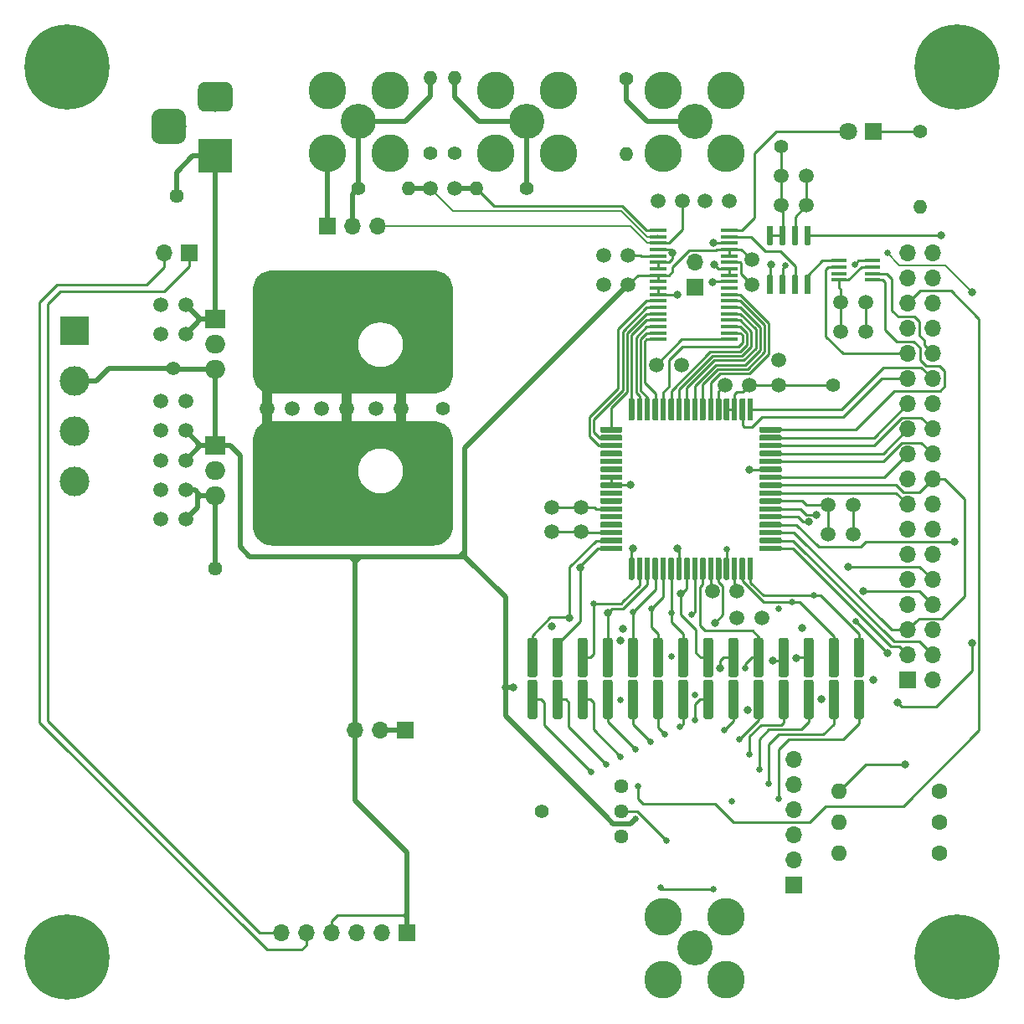
<source format=gbr>
G04 #@! TF.GenerationSoftware,KiCad,Pcbnew,(5.1.2)-1*
G04 #@! TF.CreationDate,2019-07-02T11:51:33-07:00*
G04 #@! TF.ProjectId,FIFO_P,4649464f-5f50-42e6-9b69-6361645f7063,rev?*
G04 #@! TF.SameCoordinates,Original*
G04 #@! TF.FileFunction,Copper,L1,Top*
G04 #@! TF.FilePolarity,Positive*
%FSLAX46Y46*%
G04 Gerber Fmt 4.6, Leading zero omitted, Abs format (unit mm)*
G04 Created by KiCad (PCBNEW (5.1.2)-1) date 2019-07-02 11:51:33*
%MOMM*%
%LPD*%
G04 APERTURE LIST*
%ADD10O,1.700000X1.700000*%
%ADD11R,1.700000X1.700000*%
%ADD12C,0.100000*%
%ADD13C,3.500000*%
%ADD14C,3.000000*%
%ADD15R,3.500000X3.500000*%
%ADD16C,1.440000*%
%ADD17C,1.500000*%
%ADD18C,3.810000*%
%ADD19C,3.556000*%
%ADD20R,1.600000X0.300000*%
%ADD21R,3.000000X3.000000*%
%ADD22C,1.000000*%
%ADD23O,2.000000X1.905000*%
%ADD24R,2.000000X1.905000*%
%ADD25O,1.600000X1.600000*%
%ADD26C,1.600000*%
%ADD27O,1.400000X1.400000*%
%ADD28C,1.400000*%
%ADD29R,1.750000X0.450000*%
%ADD30C,0.550000*%
%ADD31C,1.399924*%
%ADD32C,0.900000*%
%ADD33C,8.600000*%
%ADD34C,0.600000*%
%ADD35C,1.800000*%
%ADD36R,1.800000X1.800000*%
%ADD37C,0.800000*%
%ADD38C,0.650000*%
%ADD39C,0.250000*%
%ADD40C,0.200000*%
%ADD41C,0.500000*%
%ADD42C,1.000000*%
%ADD43C,0.254000*%
G04 APERTURE END LIST*
D10*
X64320000Y-73320000D03*
D11*
X66860000Y-73320000D03*
D10*
X83620000Y-121580000D03*
X86160000Y-121580000D03*
D11*
X88700000Y-121580000D03*
D12*
G36*
X65760765Y-58754213D02*
G01*
X65845704Y-58766813D01*
X65928999Y-58787677D01*
X66009848Y-58816605D01*
X66087472Y-58853319D01*
X66161124Y-58897464D01*
X66230094Y-58948616D01*
X66293718Y-59006282D01*
X66351384Y-59069906D01*
X66402536Y-59138876D01*
X66446681Y-59212528D01*
X66483395Y-59290152D01*
X66512323Y-59371001D01*
X66533187Y-59454296D01*
X66545787Y-59539235D01*
X66550000Y-59625000D01*
X66550000Y-61375000D01*
X66545787Y-61460765D01*
X66533187Y-61545704D01*
X66512323Y-61628999D01*
X66483395Y-61709848D01*
X66446681Y-61787472D01*
X66402536Y-61861124D01*
X66351384Y-61930094D01*
X66293718Y-61993718D01*
X66230094Y-62051384D01*
X66161124Y-62102536D01*
X66087472Y-62146681D01*
X66009848Y-62183395D01*
X65928999Y-62212323D01*
X65845704Y-62233187D01*
X65760765Y-62245787D01*
X65675000Y-62250000D01*
X63925000Y-62250000D01*
X63839235Y-62245787D01*
X63754296Y-62233187D01*
X63671001Y-62212323D01*
X63590152Y-62183395D01*
X63512528Y-62146681D01*
X63438876Y-62102536D01*
X63369906Y-62051384D01*
X63306282Y-61993718D01*
X63248616Y-61930094D01*
X63197464Y-61861124D01*
X63153319Y-61787472D01*
X63116605Y-61709848D01*
X63087677Y-61628999D01*
X63066813Y-61545704D01*
X63054213Y-61460765D01*
X63050000Y-61375000D01*
X63050000Y-59625000D01*
X63054213Y-59539235D01*
X63066813Y-59454296D01*
X63087677Y-59371001D01*
X63116605Y-59290152D01*
X63153319Y-59212528D01*
X63197464Y-59138876D01*
X63248616Y-59069906D01*
X63306282Y-59006282D01*
X63369906Y-58948616D01*
X63438876Y-58897464D01*
X63512528Y-58853319D01*
X63590152Y-58816605D01*
X63671001Y-58787677D01*
X63754296Y-58766813D01*
X63839235Y-58754213D01*
X63925000Y-58750000D01*
X65675000Y-58750000D01*
X65760765Y-58754213D01*
X65760765Y-58754213D01*
G37*
D13*
X64800000Y-60500000D03*
D12*
G36*
X70573513Y-56003611D02*
G01*
X70646318Y-56014411D01*
X70717714Y-56032295D01*
X70787013Y-56057090D01*
X70853548Y-56088559D01*
X70916678Y-56126398D01*
X70975795Y-56170242D01*
X71030330Y-56219670D01*
X71079758Y-56274205D01*
X71123602Y-56333322D01*
X71161441Y-56396452D01*
X71192910Y-56462987D01*
X71217705Y-56532286D01*
X71235589Y-56603682D01*
X71246389Y-56676487D01*
X71250000Y-56750000D01*
X71250000Y-58250000D01*
X71246389Y-58323513D01*
X71235589Y-58396318D01*
X71217705Y-58467714D01*
X71192910Y-58537013D01*
X71161441Y-58603548D01*
X71123602Y-58666678D01*
X71079758Y-58725795D01*
X71030330Y-58780330D01*
X70975795Y-58829758D01*
X70916678Y-58873602D01*
X70853548Y-58911441D01*
X70787013Y-58942910D01*
X70717714Y-58967705D01*
X70646318Y-58985589D01*
X70573513Y-58996389D01*
X70500000Y-59000000D01*
X68500000Y-59000000D01*
X68426487Y-58996389D01*
X68353682Y-58985589D01*
X68282286Y-58967705D01*
X68212987Y-58942910D01*
X68146452Y-58911441D01*
X68083322Y-58873602D01*
X68024205Y-58829758D01*
X67969670Y-58780330D01*
X67920242Y-58725795D01*
X67876398Y-58666678D01*
X67838559Y-58603548D01*
X67807090Y-58537013D01*
X67782295Y-58467714D01*
X67764411Y-58396318D01*
X67753611Y-58323513D01*
X67750000Y-58250000D01*
X67750000Y-56750000D01*
X67753611Y-56676487D01*
X67764411Y-56603682D01*
X67782295Y-56532286D01*
X67807090Y-56462987D01*
X67838559Y-56396452D01*
X67876398Y-56333322D01*
X67920242Y-56274205D01*
X67969670Y-56219670D01*
X68024205Y-56170242D01*
X68083322Y-56126398D01*
X68146452Y-56088559D01*
X68212987Y-56057090D01*
X68282286Y-56032295D01*
X68353682Y-56014411D01*
X68426487Y-56003611D01*
X68500000Y-56000000D01*
X70500000Y-56000000D01*
X70573513Y-56003611D01*
X70573513Y-56003611D01*
G37*
D14*
X69500000Y-57500000D03*
D15*
X69500000Y-63500000D03*
D10*
X76164000Y-142022000D03*
X78704000Y-142022000D03*
X81244000Y-142022000D03*
X83784000Y-142022000D03*
X86324000Y-142022000D03*
D11*
X88864000Y-142022000D03*
D16*
X110515000Y-127226000D03*
X110515000Y-129766000D03*
X110515000Y-132306000D03*
D17*
X122250000Y-110236000D03*
X124750000Y-110236000D03*
D18*
X121175000Y-146750000D03*
D19*
X118000000Y-143575000D03*
D18*
X114825000Y-146750000D03*
X121175000Y-140400000D03*
X114825000Y-140400000D03*
D11*
X139500000Y-116500000D03*
D10*
X142040000Y-116500000D03*
X139500000Y-113960000D03*
X142040000Y-113960000D03*
X139500000Y-111420000D03*
X142040000Y-111420000D03*
X139500000Y-108880000D03*
X142040000Y-108880000D03*
X139500000Y-106340000D03*
X142040000Y-106340000D03*
X139500000Y-103800000D03*
X142040000Y-103800000D03*
X139500000Y-101260000D03*
X142040000Y-101260000D03*
X139500000Y-98720000D03*
X142040000Y-98720000D03*
X139500000Y-96180000D03*
X142040000Y-96180000D03*
X139500000Y-93640000D03*
X142040000Y-93640000D03*
X139500000Y-91100000D03*
X142040000Y-91100000D03*
X139500000Y-88560000D03*
X142040000Y-88560000D03*
X139500000Y-86020000D03*
X142040000Y-86020000D03*
X139500000Y-83480000D03*
X142040000Y-83480000D03*
X139500000Y-80940000D03*
X142040000Y-80940000D03*
X139500000Y-78400000D03*
X142040000Y-78400000D03*
X139500000Y-75860000D03*
X142040000Y-75860000D03*
X139500000Y-73320000D03*
X142040000Y-73320000D03*
D17*
X119750000Y-107500000D03*
X122250000Y-107500000D03*
X103500000Y-101500000D03*
X103500000Y-99000000D03*
D20*
X135939000Y-74082000D03*
X135939000Y-74732000D03*
X135939000Y-75382000D03*
X135939000Y-76032000D03*
X132539000Y-76032000D03*
X132539000Y-75382000D03*
X132539000Y-74732000D03*
X132539000Y-74082000D03*
D10*
X85902800Y-70561200D03*
X83362800Y-70561200D03*
D11*
X80822800Y-70561200D03*
D14*
X55250000Y-96410000D03*
D21*
X55250000Y-81170000D03*
D14*
X55250000Y-91330000D03*
X55250000Y-86250000D03*
D12*
G36*
X101849104Y-116451204D02*
G01*
X101873373Y-116454804D01*
X101897171Y-116460765D01*
X101920271Y-116469030D01*
X101942449Y-116479520D01*
X101963493Y-116492133D01*
X101983198Y-116506747D01*
X102001377Y-116523223D01*
X102017853Y-116541402D01*
X102032467Y-116561107D01*
X102045080Y-116582151D01*
X102055570Y-116604329D01*
X102063835Y-116627429D01*
X102069796Y-116651227D01*
X102073396Y-116675496D01*
X102074600Y-116700000D01*
X102074600Y-120175000D01*
X102073396Y-120199504D01*
X102069796Y-120223773D01*
X102063835Y-120247571D01*
X102055570Y-120270671D01*
X102045080Y-120292849D01*
X102032467Y-120313893D01*
X102017853Y-120333598D01*
X102001377Y-120351777D01*
X101983198Y-120368253D01*
X101963493Y-120382867D01*
X101942449Y-120395480D01*
X101920271Y-120405970D01*
X101897171Y-120414235D01*
X101873373Y-120420196D01*
X101849104Y-120423796D01*
X101824600Y-120425000D01*
X101324600Y-120425000D01*
X101300096Y-120423796D01*
X101275827Y-120420196D01*
X101252029Y-120414235D01*
X101228929Y-120405970D01*
X101206751Y-120395480D01*
X101185707Y-120382867D01*
X101166002Y-120368253D01*
X101147823Y-120351777D01*
X101131347Y-120333598D01*
X101116733Y-120313893D01*
X101104120Y-120292849D01*
X101093630Y-120270671D01*
X101085365Y-120247571D01*
X101079404Y-120223773D01*
X101075804Y-120199504D01*
X101074600Y-120175000D01*
X101074600Y-116700000D01*
X101075804Y-116675496D01*
X101079404Y-116651227D01*
X101085365Y-116627429D01*
X101093630Y-116604329D01*
X101104120Y-116582151D01*
X101116733Y-116561107D01*
X101131347Y-116541402D01*
X101147823Y-116523223D01*
X101166002Y-116506747D01*
X101185707Y-116492133D01*
X101206751Y-116479520D01*
X101228929Y-116469030D01*
X101252029Y-116460765D01*
X101275827Y-116454804D01*
X101300096Y-116451204D01*
X101324600Y-116450000D01*
X101824600Y-116450000D01*
X101849104Y-116451204D01*
X101849104Y-116451204D01*
G37*
D22*
X101574600Y-118437500D03*
D12*
G36*
X101849104Y-112226204D02*
G01*
X101873373Y-112229804D01*
X101897171Y-112235765D01*
X101920271Y-112244030D01*
X101942449Y-112254520D01*
X101963493Y-112267133D01*
X101983198Y-112281747D01*
X102001377Y-112298223D01*
X102017853Y-112316402D01*
X102032467Y-112336107D01*
X102045080Y-112357151D01*
X102055570Y-112379329D01*
X102063835Y-112402429D01*
X102069796Y-112426227D01*
X102073396Y-112450496D01*
X102074600Y-112475000D01*
X102074600Y-115950000D01*
X102073396Y-115974504D01*
X102069796Y-115998773D01*
X102063835Y-116022571D01*
X102055570Y-116045671D01*
X102045080Y-116067849D01*
X102032467Y-116088893D01*
X102017853Y-116108598D01*
X102001377Y-116126777D01*
X101983198Y-116143253D01*
X101963493Y-116157867D01*
X101942449Y-116170480D01*
X101920271Y-116180970D01*
X101897171Y-116189235D01*
X101873373Y-116195196D01*
X101849104Y-116198796D01*
X101824600Y-116200000D01*
X101324600Y-116200000D01*
X101300096Y-116198796D01*
X101275827Y-116195196D01*
X101252029Y-116189235D01*
X101228929Y-116180970D01*
X101206751Y-116170480D01*
X101185707Y-116157867D01*
X101166002Y-116143253D01*
X101147823Y-116126777D01*
X101131347Y-116108598D01*
X101116733Y-116088893D01*
X101104120Y-116067849D01*
X101093630Y-116045671D01*
X101085365Y-116022571D01*
X101079404Y-115998773D01*
X101075804Y-115974504D01*
X101074600Y-115950000D01*
X101074600Y-112475000D01*
X101075804Y-112450496D01*
X101079404Y-112426227D01*
X101085365Y-112402429D01*
X101093630Y-112379329D01*
X101104120Y-112357151D01*
X101116733Y-112336107D01*
X101131347Y-112316402D01*
X101147823Y-112298223D01*
X101166002Y-112281747D01*
X101185707Y-112267133D01*
X101206751Y-112254520D01*
X101228929Y-112244030D01*
X101252029Y-112235765D01*
X101275827Y-112229804D01*
X101300096Y-112226204D01*
X101324600Y-112225000D01*
X101824600Y-112225000D01*
X101849104Y-112226204D01*
X101849104Y-112226204D01*
G37*
D22*
X101574600Y-114212500D03*
D12*
G36*
X104389104Y-116451204D02*
G01*
X104413373Y-116454804D01*
X104437171Y-116460765D01*
X104460271Y-116469030D01*
X104482449Y-116479520D01*
X104503493Y-116492133D01*
X104523198Y-116506747D01*
X104541377Y-116523223D01*
X104557853Y-116541402D01*
X104572467Y-116561107D01*
X104585080Y-116582151D01*
X104595570Y-116604329D01*
X104603835Y-116627429D01*
X104609796Y-116651227D01*
X104613396Y-116675496D01*
X104614600Y-116700000D01*
X104614600Y-120175000D01*
X104613396Y-120199504D01*
X104609796Y-120223773D01*
X104603835Y-120247571D01*
X104595570Y-120270671D01*
X104585080Y-120292849D01*
X104572467Y-120313893D01*
X104557853Y-120333598D01*
X104541377Y-120351777D01*
X104523198Y-120368253D01*
X104503493Y-120382867D01*
X104482449Y-120395480D01*
X104460271Y-120405970D01*
X104437171Y-120414235D01*
X104413373Y-120420196D01*
X104389104Y-120423796D01*
X104364600Y-120425000D01*
X103864600Y-120425000D01*
X103840096Y-120423796D01*
X103815827Y-120420196D01*
X103792029Y-120414235D01*
X103768929Y-120405970D01*
X103746751Y-120395480D01*
X103725707Y-120382867D01*
X103706002Y-120368253D01*
X103687823Y-120351777D01*
X103671347Y-120333598D01*
X103656733Y-120313893D01*
X103644120Y-120292849D01*
X103633630Y-120270671D01*
X103625365Y-120247571D01*
X103619404Y-120223773D01*
X103615804Y-120199504D01*
X103614600Y-120175000D01*
X103614600Y-116700000D01*
X103615804Y-116675496D01*
X103619404Y-116651227D01*
X103625365Y-116627429D01*
X103633630Y-116604329D01*
X103644120Y-116582151D01*
X103656733Y-116561107D01*
X103671347Y-116541402D01*
X103687823Y-116523223D01*
X103706002Y-116506747D01*
X103725707Y-116492133D01*
X103746751Y-116479520D01*
X103768929Y-116469030D01*
X103792029Y-116460765D01*
X103815827Y-116454804D01*
X103840096Y-116451204D01*
X103864600Y-116450000D01*
X104364600Y-116450000D01*
X104389104Y-116451204D01*
X104389104Y-116451204D01*
G37*
D22*
X104114600Y-118437500D03*
D12*
G36*
X104389104Y-112226204D02*
G01*
X104413373Y-112229804D01*
X104437171Y-112235765D01*
X104460271Y-112244030D01*
X104482449Y-112254520D01*
X104503493Y-112267133D01*
X104523198Y-112281747D01*
X104541377Y-112298223D01*
X104557853Y-112316402D01*
X104572467Y-112336107D01*
X104585080Y-112357151D01*
X104595570Y-112379329D01*
X104603835Y-112402429D01*
X104609796Y-112426227D01*
X104613396Y-112450496D01*
X104614600Y-112475000D01*
X104614600Y-115950000D01*
X104613396Y-115974504D01*
X104609796Y-115998773D01*
X104603835Y-116022571D01*
X104595570Y-116045671D01*
X104585080Y-116067849D01*
X104572467Y-116088893D01*
X104557853Y-116108598D01*
X104541377Y-116126777D01*
X104523198Y-116143253D01*
X104503493Y-116157867D01*
X104482449Y-116170480D01*
X104460271Y-116180970D01*
X104437171Y-116189235D01*
X104413373Y-116195196D01*
X104389104Y-116198796D01*
X104364600Y-116200000D01*
X103864600Y-116200000D01*
X103840096Y-116198796D01*
X103815827Y-116195196D01*
X103792029Y-116189235D01*
X103768929Y-116180970D01*
X103746751Y-116170480D01*
X103725707Y-116157867D01*
X103706002Y-116143253D01*
X103687823Y-116126777D01*
X103671347Y-116108598D01*
X103656733Y-116088893D01*
X103644120Y-116067849D01*
X103633630Y-116045671D01*
X103625365Y-116022571D01*
X103619404Y-115998773D01*
X103615804Y-115974504D01*
X103614600Y-115950000D01*
X103614600Y-112475000D01*
X103615804Y-112450496D01*
X103619404Y-112426227D01*
X103625365Y-112402429D01*
X103633630Y-112379329D01*
X103644120Y-112357151D01*
X103656733Y-112336107D01*
X103671347Y-112316402D01*
X103687823Y-112298223D01*
X103706002Y-112281747D01*
X103725707Y-112267133D01*
X103746751Y-112254520D01*
X103768929Y-112244030D01*
X103792029Y-112235765D01*
X103815827Y-112229804D01*
X103840096Y-112226204D01*
X103864600Y-112225000D01*
X104364600Y-112225000D01*
X104389104Y-112226204D01*
X104389104Y-112226204D01*
G37*
D22*
X104114600Y-114212500D03*
D12*
G36*
X106929104Y-116451204D02*
G01*
X106953373Y-116454804D01*
X106977171Y-116460765D01*
X107000271Y-116469030D01*
X107022449Y-116479520D01*
X107043493Y-116492133D01*
X107063198Y-116506747D01*
X107081377Y-116523223D01*
X107097853Y-116541402D01*
X107112467Y-116561107D01*
X107125080Y-116582151D01*
X107135570Y-116604329D01*
X107143835Y-116627429D01*
X107149796Y-116651227D01*
X107153396Y-116675496D01*
X107154600Y-116700000D01*
X107154600Y-120175000D01*
X107153396Y-120199504D01*
X107149796Y-120223773D01*
X107143835Y-120247571D01*
X107135570Y-120270671D01*
X107125080Y-120292849D01*
X107112467Y-120313893D01*
X107097853Y-120333598D01*
X107081377Y-120351777D01*
X107063198Y-120368253D01*
X107043493Y-120382867D01*
X107022449Y-120395480D01*
X107000271Y-120405970D01*
X106977171Y-120414235D01*
X106953373Y-120420196D01*
X106929104Y-120423796D01*
X106904600Y-120425000D01*
X106404600Y-120425000D01*
X106380096Y-120423796D01*
X106355827Y-120420196D01*
X106332029Y-120414235D01*
X106308929Y-120405970D01*
X106286751Y-120395480D01*
X106265707Y-120382867D01*
X106246002Y-120368253D01*
X106227823Y-120351777D01*
X106211347Y-120333598D01*
X106196733Y-120313893D01*
X106184120Y-120292849D01*
X106173630Y-120270671D01*
X106165365Y-120247571D01*
X106159404Y-120223773D01*
X106155804Y-120199504D01*
X106154600Y-120175000D01*
X106154600Y-116700000D01*
X106155804Y-116675496D01*
X106159404Y-116651227D01*
X106165365Y-116627429D01*
X106173630Y-116604329D01*
X106184120Y-116582151D01*
X106196733Y-116561107D01*
X106211347Y-116541402D01*
X106227823Y-116523223D01*
X106246002Y-116506747D01*
X106265707Y-116492133D01*
X106286751Y-116479520D01*
X106308929Y-116469030D01*
X106332029Y-116460765D01*
X106355827Y-116454804D01*
X106380096Y-116451204D01*
X106404600Y-116450000D01*
X106904600Y-116450000D01*
X106929104Y-116451204D01*
X106929104Y-116451204D01*
G37*
D22*
X106654600Y-118437500D03*
D12*
G36*
X106929104Y-112226204D02*
G01*
X106953373Y-112229804D01*
X106977171Y-112235765D01*
X107000271Y-112244030D01*
X107022449Y-112254520D01*
X107043493Y-112267133D01*
X107063198Y-112281747D01*
X107081377Y-112298223D01*
X107097853Y-112316402D01*
X107112467Y-112336107D01*
X107125080Y-112357151D01*
X107135570Y-112379329D01*
X107143835Y-112402429D01*
X107149796Y-112426227D01*
X107153396Y-112450496D01*
X107154600Y-112475000D01*
X107154600Y-115950000D01*
X107153396Y-115974504D01*
X107149796Y-115998773D01*
X107143835Y-116022571D01*
X107135570Y-116045671D01*
X107125080Y-116067849D01*
X107112467Y-116088893D01*
X107097853Y-116108598D01*
X107081377Y-116126777D01*
X107063198Y-116143253D01*
X107043493Y-116157867D01*
X107022449Y-116170480D01*
X107000271Y-116180970D01*
X106977171Y-116189235D01*
X106953373Y-116195196D01*
X106929104Y-116198796D01*
X106904600Y-116200000D01*
X106404600Y-116200000D01*
X106380096Y-116198796D01*
X106355827Y-116195196D01*
X106332029Y-116189235D01*
X106308929Y-116180970D01*
X106286751Y-116170480D01*
X106265707Y-116157867D01*
X106246002Y-116143253D01*
X106227823Y-116126777D01*
X106211347Y-116108598D01*
X106196733Y-116088893D01*
X106184120Y-116067849D01*
X106173630Y-116045671D01*
X106165365Y-116022571D01*
X106159404Y-115998773D01*
X106155804Y-115974504D01*
X106154600Y-115950000D01*
X106154600Y-112475000D01*
X106155804Y-112450496D01*
X106159404Y-112426227D01*
X106165365Y-112402429D01*
X106173630Y-112379329D01*
X106184120Y-112357151D01*
X106196733Y-112336107D01*
X106211347Y-112316402D01*
X106227823Y-112298223D01*
X106246002Y-112281747D01*
X106265707Y-112267133D01*
X106286751Y-112254520D01*
X106308929Y-112244030D01*
X106332029Y-112235765D01*
X106355827Y-112229804D01*
X106380096Y-112226204D01*
X106404600Y-112225000D01*
X106904600Y-112225000D01*
X106929104Y-112226204D01*
X106929104Y-112226204D01*
G37*
D22*
X106654600Y-114212500D03*
D12*
G36*
X109469104Y-116451204D02*
G01*
X109493373Y-116454804D01*
X109517171Y-116460765D01*
X109540271Y-116469030D01*
X109562449Y-116479520D01*
X109583493Y-116492133D01*
X109603198Y-116506747D01*
X109621377Y-116523223D01*
X109637853Y-116541402D01*
X109652467Y-116561107D01*
X109665080Y-116582151D01*
X109675570Y-116604329D01*
X109683835Y-116627429D01*
X109689796Y-116651227D01*
X109693396Y-116675496D01*
X109694600Y-116700000D01*
X109694600Y-120175000D01*
X109693396Y-120199504D01*
X109689796Y-120223773D01*
X109683835Y-120247571D01*
X109675570Y-120270671D01*
X109665080Y-120292849D01*
X109652467Y-120313893D01*
X109637853Y-120333598D01*
X109621377Y-120351777D01*
X109603198Y-120368253D01*
X109583493Y-120382867D01*
X109562449Y-120395480D01*
X109540271Y-120405970D01*
X109517171Y-120414235D01*
X109493373Y-120420196D01*
X109469104Y-120423796D01*
X109444600Y-120425000D01*
X108944600Y-120425000D01*
X108920096Y-120423796D01*
X108895827Y-120420196D01*
X108872029Y-120414235D01*
X108848929Y-120405970D01*
X108826751Y-120395480D01*
X108805707Y-120382867D01*
X108786002Y-120368253D01*
X108767823Y-120351777D01*
X108751347Y-120333598D01*
X108736733Y-120313893D01*
X108724120Y-120292849D01*
X108713630Y-120270671D01*
X108705365Y-120247571D01*
X108699404Y-120223773D01*
X108695804Y-120199504D01*
X108694600Y-120175000D01*
X108694600Y-116700000D01*
X108695804Y-116675496D01*
X108699404Y-116651227D01*
X108705365Y-116627429D01*
X108713630Y-116604329D01*
X108724120Y-116582151D01*
X108736733Y-116561107D01*
X108751347Y-116541402D01*
X108767823Y-116523223D01*
X108786002Y-116506747D01*
X108805707Y-116492133D01*
X108826751Y-116479520D01*
X108848929Y-116469030D01*
X108872029Y-116460765D01*
X108895827Y-116454804D01*
X108920096Y-116451204D01*
X108944600Y-116450000D01*
X109444600Y-116450000D01*
X109469104Y-116451204D01*
X109469104Y-116451204D01*
G37*
D22*
X109194600Y-118437500D03*
D12*
G36*
X109469104Y-112226204D02*
G01*
X109493373Y-112229804D01*
X109517171Y-112235765D01*
X109540271Y-112244030D01*
X109562449Y-112254520D01*
X109583493Y-112267133D01*
X109603198Y-112281747D01*
X109621377Y-112298223D01*
X109637853Y-112316402D01*
X109652467Y-112336107D01*
X109665080Y-112357151D01*
X109675570Y-112379329D01*
X109683835Y-112402429D01*
X109689796Y-112426227D01*
X109693396Y-112450496D01*
X109694600Y-112475000D01*
X109694600Y-115950000D01*
X109693396Y-115974504D01*
X109689796Y-115998773D01*
X109683835Y-116022571D01*
X109675570Y-116045671D01*
X109665080Y-116067849D01*
X109652467Y-116088893D01*
X109637853Y-116108598D01*
X109621377Y-116126777D01*
X109603198Y-116143253D01*
X109583493Y-116157867D01*
X109562449Y-116170480D01*
X109540271Y-116180970D01*
X109517171Y-116189235D01*
X109493373Y-116195196D01*
X109469104Y-116198796D01*
X109444600Y-116200000D01*
X108944600Y-116200000D01*
X108920096Y-116198796D01*
X108895827Y-116195196D01*
X108872029Y-116189235D01*
X108848929Y-116180970D01*
X108826751Y-116170480D01*
X108805707Y-116157867D01*
X108786002Y-116143253D01*
X108767823Y-116126777D01*
X108751347Y-116108598D01*
X108736733Y-116088893D01*
X108724120Y-116067849D01*
X108713630Y-116045671D01*
X108705365Y-116022571D01*
X108699404Y-115998773D01*
X108695804Y-115974504D01*
X108694600Y-115950000D01*
X108694600Y-112475000D01*
X108695804Y-112450496D01*
X108699404Y-112426227D01*
X108705365Y-112402429D01*
X108713630Y-112379329D01*
X108724120Y-112357151D01*
X108736733Y-112336107D01*
X108751347Y-112316402D01*
X108767823Y-112298223D01*
X108786002Y-112281747D01*
X108805707Y-112267133D01*
X108826751Y-112254520D01*
X108848929Y-112244030D01*
X108872029Y-112235765D01*
X108895827Y-112229804D01*
X108920096Y-112226204D01*
X108944600Y-112225000D01*
X109444600Y-112225000D01*
X109469104Y-112226204D01*
X109469104Y-112226204D01*
G37*
D22*
X109194600Y-114212500D03*
D12*
G36*
X112009104Y-116451204D02*
G01*
X112033373Y-116454804D01*
X112057171Y-116460765D01*
X112080271Y-116469030D01*
X112102449Y-116479520D01*
X112123493Y-116492133D01*
X112143198Y-116506747D01*
X112161377Y-116523223D01*
X112177853Y-116541402D01*
X112192467Y-116561107D01*
X112205080Y-116582151D01*
X112215570Y-116604329D01*
X112223835Y-116627429D01*
X112229796Y-116651227D01*
X112233396Y-116675496D01*
X112234600Y-116700000D01*
X112234600Y-120175000D01*
X112233396Y-120199504D01*
X112229796Y-120223773D01*
X112223835Y-120247571D01*
X112215570Y-120270671D01*
X112205080Y-120292849D01*
X112192467Y-120313893D01*
X112177853Y-120333598D01*
X112161377Y-120351777D01*
X112143198Y-120368253D01*
X112123493Y-120382867D01*
X112102449Y-120395480D01*
X112080271Y-120405970D01*
X112057171Y-120414235D01*
X112033373Y-120420196D01*
X112009104Y-120423796D01*
X111984600Y-120425000D01*
X111484600Y-120425000D01*
X111460096Y-120423796D01*
X111435827Y-120420196D01*
X111412029Y-120414235D01*
X111388929Y-120405970D01*
X111366751Y-120395480D01*
X111345707Y-120382867D01*
X111326002Y-120368253D01*
X111307823Y-120351777D01*
X111291347Y-120333598D01*
X111276733Y-120313893D01*
X111264120Y-120292849D01*
X111253630Y-120270671D01*
X111245365Y-120247571D01*
X111239404Y-120223773D01*
X111235804Y-120199504D01*
X111234600Y-120175000D01*
X111234600Y-116700000D01*
X111235804Y-116675496D01*
X111239404Y-116651227D01*
X111245365Y-116627429D01*
X111253630Y-116604329D01*
X111264120Y-116582151D01*
X111276733Y-116561107D01*
X111291347Y-116541402D01*
X111307823Y-116523223D01*
X111326002Y-116506747D01*
X111345707Y-116492133D01*
X111366751Y-116479520D01*
X111388929Y-116469030D01*
X111412029Y-116460765D01*
X111435827Y-116454804D01*
X111460096Y-116451204D01*
X111484600Y-116450000D01*
X111984600Y-116450000D01*
X112009104Y-116451204D01*
X112009104Y-116451204D01*
G37*
D22*
X111734600Y-118437500D03*
D12*
G36*
X112009104Y-112226204D02*
G01*
X112033373Y-112229804D01*
X112057171Y-112235765D01*
X112080271Y-112244030D01*
X112102449Y-112254520D01*
X112123493Y-112267133D01*
X112143198Y-112281747D01*
X112161377Y-112298223D01*
X112177853Y-112316402D01*
X112192467Y-112336107D01*
X112205080Y-112357151D01*
X112215570Y-112379329D01*
X112223835Y-112402429D01*
X112229796Y-112426227D01*
X112233396Y-112450496D01*
X112234600Y-112475000D01*
X112234600Y-115950000D01*
X112233396Y-115974504D01*
X112229796Y-115998773D01*
X112223835Y-116022571D01*
X112215570Y-116045671D01*
X112205080Y-116067849D01*
X112192467Y-116088893D01*
X112177853Y-116108598D01*
X112161377Y-116126777D01*
X112143198Y-116143253D01*
X112123493Y-116157867D01*
X112102449Y-116170480D01*
X112080271Y-116180970D01*
X112057171Y-116189235D01*
X112033373Y-116195196D01*
X112009104Y-116198796D01*
X111984600Y-116200000D01*
X111484600Y-116200000D01*
X111460096Y-116198796D01*
X111435827Y-116195196D01*
X111412029Y-116189235D01*
X111388929Y-116180970D01*
X111366751Y-116170480D01*
X111345707Y-116157867D01*
X111326002Y-116143253D01*
X111307823Y-116126777D01*
X111291347Y-116108598D01*
X111276733Y-116088893D01*
X111264120Y-116067849D01*
X111253630Y-116045671D01*
X111245365Y-116022571D01*
X111239404Y-115998773D01*
X111235804Y-115974504D01*
X111234600Y-115950000D01*
X111234600Y-112475000D01*
X111235804Y-112450496D01*
X111239404Y-112426227D01*
X111245365Y-112402429D01*
X111253630Y-112379329D01*
X111264120Y-112357151D01*
X111276733Y-112336107D01*
X111291347Y-112316402D01*
X111307823Y-112298223D01*
X111326002Y-112281747D01*
X111345707Y-112267133D01*
X111366751Y-112254520D01*
X111388929Y-112244030D01*
X111412029Y-112235765D01*
X111435827Y-112229804D01*
X111460096Y-112226204D01*
X111484600Y-112225000D01*
X111984600Y-112225000D01*
X112009104Y-112226204D01*
X112009104Y-112226204D01*
G37*
D22*
X111734600Y-114212500D03*
D12*
G36*
X114549104Y-116451204D02*
G01*
X114573373Y-116454804D01*
X114597171Y-116460765D01*
X114620271Y-116469030D01*
X114642449Y-116479520D01*
X114663493Y-116492133D01*
X114683198Y-116506747D01*
X114701377Y-116523223D01*
X114717853Y-116541402D01*
X114732467Y-116561107D01*
X114745080Y-116582151D01*
X114755570Y-116604329D01*
X114763835Y-116627429D01*
X114769796Y-116651227D01*
X114773396Y-116675496D01*
X114774600Y-116700000D01*
X114774600Y-120175000D01*
X114773396Y-120199504D01*
X114769796Y-120223773D01*
X114763835Y-120247571D01*
X114755570Y-120270671D01*
X114745080Y-120292849D01*
X114732467Y-120313893D01*
X114717853Y-120333598D01*
X114701377Y-120351777D01*
X114683198Y-120368253D01*
X114663493Y-120382867D01*
X114642449Y-120395480D01*
X114620271Y-120405970D01*
X114597171Y-120414235D01*
X114573373Y-120420196D01*
X114549104Y-120423796D01*
X114524600Y-120425000D01*
X114024600Y-120425000D01*
X114000096Y-120423796D01*
X113975827Y-120420196D01*
X113952029Y-120414235D01*
X113928929Y-120405970D01*
X113906751Y-120395480D01*
X113885707Y-120382867D01*
X113866002Y-120368253D01*
X113847823Y-120351777D01*
X113831347Y-120333598D01*
X113816733Y-120313893D01*
X113804120Y-120292849D01*
X113793630Y-120270671D01*
X113785365Y-120247571D01*
X113779404Y-120223773D01*
X113775804Y-120199504D01*
X113774600Y-120175000D01*
X113774600Y-116700000D01*
X113775804Y-116675496D01*
X113779404Y-116651227D01*
X113785365Y-116627429D01*
X113793630Y-116604329D01*
X113804120Y-116582151D01*
X113816733Y-116561107D01*
X113831347Y-116541402D01*
X113847823Y-116523223D01*
X113866002Y-116506747D01*
X113885707Y-116492133D01*
X113906751Y-116479520D01*
X113928929Y-116469030D01*
X113952029Y-116460765D01*
X113975827Y-116454804D01*
X114000096Y-116451204D01*
X114024600Y-116450000D01*
X114524600Y-116450000D01*
X114549104Y-116451204D01*
X114549104Y-116451204D01*
G37*
D22*
X114274600Y-118437500D03*
D12*
G36*
X114549104Y-112226204D02*
G01*
X114573373Y-112229804D01*
X114597171Y-112235765D01*
X114620271Y-112244030D01*
X114642449Y-112254520D01*
X114663493Y-112267133D01*
X114683198Y-112281747D01*
X114701377Y-112298223D01*
X114717853Y-112316402D01*
X114732467Y-112336107D01*
X114745080Y-112357151D01*
X114755570Y-112379329D01*
X114763835Y-112402429D01*
X114769796Y-112426227D01*
X114773396Y-112450496D01*
X114774600Y-112475000D01*
X114774600Y-115950000D01*
X114773396Y-115974504D01*
X114769796Y-115998773D01*
X114763835Y-116022571D01*
X114755570Y-116045671D01*
X114745080Y-116067849D01*
X114732467Y-116088893D01*
X114717853Y-116108598D01*
X114701377Y-116126777D01*
X114683198Y-116143253D01*
X114663493Y-116157867D01*
X114642449Y-116170480D01*
X114620271Y-116180970D01*
X114597171Y-116189235D01*
X114573373Y-116195196D01*
X114549104Y-116198796D01*
X114524600Y-116200000D01*
X114024600Y-116200000D01*
X114000096Y-116198796D01*
X113975827Y-116195196D01*
X113952029Y-116189235D01*
X113928929Y-116180970D01*
X113906751Y-116170480D01*
X113885707Y-116157867D01*
X113866002Y-116143253D01*
X113847823Y-116126777D01*
X113831347Y-116108598D01*
X113816733Y-116088893D01*
X113804120Y-116067849D01*
X113793630Y-116045671D01*
X113785365Y-116022571D01*
X113779404Y-115998773D01*
X113775804Y-115974504D01*
X113774600Y-115950000D01*
X113774600Y-112475000D01*
X113775804Y-112450496D01*
X113779404Y-112426227D01*
X113785365Y-112402429D01*
X113793630Y-112379329D01*
X113804120Y-112357151D01*
X113816733Y-112336107D01*
X113831347Y-112316402D01*
X113847823Y-112298223D01*
X113866002Y-112281747D01*
X113885707Y-112267133D01*
X113906751Y-112254520D01*
X113928929Y-112244030D01*
X113952029Y-112235765D01*
X113975827Y-112229804D01*
X114000096Y-112226204D01*
X114024600Y-112225000D01*
X114524600Y-112225000D01*
X114549104Y-112226204D01*
X114549104Y-112226204D01*
G37*
D22*
X114274600Y-114212500D03*
D12*
G36*
X117089104Y-116451204D02*
G01*
X117113373Y-116454804D01*
X117137171Y-116460765D01*
X117160271Y-116469030D01*
X117182449Y-116479520D01*
X117203493Y-116492133D01*
X117223198Y-116506747D01*
X117241377Y-116523223D01*
X117257853Y-116541402D01*
X117272467Y-116561107D01*
X117285080Y-116582151D01*
X117295570Y-116604329D01*
X117303835Y-116627429D01*
X117309796Y-116651227D01*
X117313396Y-116675496D01*
X117314600Y-116700000D01*
X117314600Y-120175000D01*
X117313396Y-120199504D01*
X117309796Y-120223773D01*
X117303835Y-120247571D01*
X117295570Y-120270671D01*
X117285080Y-120292849D01*
X117272467Y-120313893D01*
X117257853Y-120333598D01*
X117241377Y-120351777D01*
X117223198Y-120368253D01*
X117203493Y-120382867D01*
X117182449Y-120395480D01*
X117160271Y-120405970D01*
X117137171Y-120414235D01*
X117113373Y-120420196D01*
X117089104Y-120423796D01*
X117064600Y-120425000D01*
X116564600Y-120425000D01*
X116540096Y-120423796D01*
X116515827Y-120420196D01*
X116492029Y-120414235D01*
X116468929Y-120405970D01*
X116446751Y-120395480D01*
X116425707Y-120382867D01*
X116406002Y-120368253D01*
X116387823Y-120351777D01*
X116371347Y-120333598D01*
X116356733Y-120313893D01*
X116344120Y-120292849D01*
X116333630Y-120270671D01*
X116325365Y-120247571D01*
X116319404Y-120223773D01*
X116315804Y-120199504D01*
X116314600Y-120175000D01*
X116314600Y-116700000D01*
X116315804Y-116675496D01*
X116319404Y-116651227D01*
X116325365Y-116627429D01*
X116333630Y-116604329D01*
X116344120Y-116582151D01*
X116356733Y-116561107D01*
X116371347Y-116541402D01*
X116387823Y-116523223D01*
X116406002Y-116506747D01*
X116425707Y-116492133D01*
X116446751Y-116479520D01*
X116468929Y-116469030D01*
X116492029Y-116460765D01*
X116515827Y-116454804D01*
X116540096Y-116451204D01*
X116564600Y-116450000D01*
X117064600Y-116450000D01*
X117089104Y-116451204D01*
X117089104Y-116451204D01*
G37*
D22*
X116814600Y-118437500D03*
D12*
G36*
X117089104Y-112226204D02*
G01*
X117113373Y-112229804D01*
X117137171Y-112235765D01*
X117160271Y-112244030D01*
X117182449Y-112254520D01*
X117203493Y-112267133D01*
X117223198Y-112281747D01*
X117241377Y-112298223D01*
X117257853Y-112316402D01*
X117272467Y-112336107D01*
X117285080Y-112357151D01*
X117295570Y-112379329D01*
X117303835Y-112402429D01*
X117309796Y-112426227D01*
X117313396Y-112450496D01*
X117314600Y-112475000D01*
X117314600Y-115950000D01*
X117313396Y-115974504D01*
X117309796Y-115998773D01*
X117303835Y-116022571D01*
X117295570Y-116045671D01*
X117285080Y-116067849D01*
X117272467Y-116088893D01*
X117257853Y-116108598D01*
X117241377Y-116126777D01*
X117223198Y-116143253D01*
X117203493Y-116157867D01*
X117182449Y-116170480D01*
X117160271Y-116180970D01*
X117137171Y-116189235D01*
X117113373Y-116195196D01*
X117089104Y-116198796D01*
X117064600Y-116200000D01*
X116564600Y-116200000D01*
X116540096Y-116198796D01*
X116515827Y-116195196D01*
X116492029Y-116189235D01*
X116468929Y-116180970D01*
X116446751Y-116170480D01*
X116425707Y-116157867D01*
X116406002Y-116143253D01*
X116387823Y-116126777D01*
X116371347Y-116108598D01*
X116356733Y-116088893D01*
X116344120Y-116067849D01*
X116333630Y-116045671D01*
X116325365Y-116022571D01*
X116319404Y-115998773D01*
X116315804Y-115974504D01*
X116314600Y-115950000D01*
X116314600Y-112475000D01*
X116315804Y-112450496D01*
X116319404Y-112426227D01*
X116325365Y-112402429D01*
X116333630Y-112379329D01*
X116344120Y-112357151D01*
X116356733Y-112336107D01*
X116371347Y-112316402D01*
X116387823Y-112298223D01*
X116406002Y-112281747D01*
X116425707Y-112267133D01*
X116446751Y-112254520D01*
X116468929Y-112244030D01*
X116492029Y-112235765D01*
X116515827Y-112229804D01*
X116540096Y-112226204D01*
X116564600Y-112225000D01*
X117064600Y-112225000D01*
X117089104Y-112226204D01*
X117089104Y-112226204D01*
G37*
D22*
X116814600Y-114212500D03*
D12*
G36*
X119629104Y-116451204D02*
G01*
X119653373Y-116454804D01*
X119677171Y-116460765D01*
X119700271Y-116469030D01*
X119722449Y-116479520D01*
X119743493Y-116492133D01*
X119763198Y-116506747D01*
X119781377Y-116523223D01*
X119797853Y-116541402D01*
X119812467Y-116561107D01*
X119825080Y-116582151D01*
X119835570Y-116604329D01*
X119843835Y-116627429D01*
X119849796Y-116651227D01*
X119853396Y-116675496D01*
X119854600Y-116700000D01*
X119854600Y-120175000D01*
X119853396Y-120199504D01*
X119849796Y-120223773D01*
X119843835Y-120247571D01*
X119835570Y-120270671D01*
X119825080Y-120292849D01*
X119812467Y-120313893D01*
X119797853Y-120333598D01*
X119781377Y-120351777D01*
X119763198Y-120368253D01*
X119743493Y-120382867D01*
X119722449Y-120395480D01*
X119700271Y-120405970D01*
X119677171Y-120414235D01*
X119653373Y-120420196D01*
X119629104Y-120423796D01*
X119604600Y-120425000D01*
X119104600Y-120425000D01*
X119080096Y-120423796D01*
X119055827Y-120420196D01*
X119032029Y-120414235D01*
X119008929Y-120405970D01*
X118986751Y-120395480D01*
X118965707Y-120382867D01*
X118946002Y-120368253D01*
X118927823Y-120351777D01*
X118911347Y-120333598D01*
X118896733Y-120313893D01*
X118884120Y-120292849D01*
X118873630Y-120270671D01*
X118865365Y-120247571D01*
X118859404Y-120223773D01*
X118855804Y-120199504D01*
X118854600Y-120175000D01*
X118854600Y-116700000D01*
X118855804Y-116675496D01*
X118859404Y-116651227D01*
X118865365Y-116627429D01*
X118873630Y-116604329D01*
X118884120Y-116582151D01*
X118896733Y-116561107D01*
X118911347Y-116541402D01*
X118927823Y-116523223D01*
X118946002Y-116506747D01*
X118965707Y-116492133D01*
X118986751Y-116479520D01*
X119008929Y-116469030D01*
X119032029Y-116460765D01*
X119055827Y-116454804D01*
X119080096Y-116451204D01*
X119104600Y-116450000D01*
X119604600Y-116450000D01*
X119629104Y-116451204D01*
X119629104Y-116451204D01*
G37*
D22*
X119354600Y-118437500D03*
D12*
G36*
X119629104Y-112226204D02*
G01*
X119653373Y-112229804D01*
X119677171Y-112235765D01*
X119700271Y-112244030D01*
X119722449Y-112254520D01*
X119743493Y-112267133D01*
X119763198Y-112281747D01*
X119781377Y-112298223D01*
X119797853Y-112316402D01*
X119812467Y-112336107D01*
X119825080Y-112357151D01*
X119835570Y-112379329D01*
X119843835Y-112402429D01*
X119849796Y-112426227D01*
X119853396Y-112450496D01*
X119854600Y-112475000D01*
X119854600Y-115950000D01*
X119853396Y-115974504D01*
X119849796Y-115998773D01*
X119843835Y-116022571D01*
X119835570Y-116045671D01*
X119825080Y-116067849D01*
X119812467Y-116088893D01*
X119797853Y-116108598D01*
X119781377Y-116126777D01*
X119763198Y-116143253D01*
X119743493Y-116157867D01*
X119722449Y-116170480D01*
X119700271Y-116180970D01*
X119677171Y-116189235D01*
X119653373Y-116195196D01*
X119629104Y-116198796D01*
X119604600Y-116200000D01*
X119104600Y-116200000D01*
X119080096Y-116198796D01*
X119055827Y-116195196D01*
X119032029Y-116189235D01*
X119008929Y-116180970D01*
X118986751Y-116170480D01*
X118965707Y-116157867D01*
X118946002Y-116143253D01*
X118927823Y-116126777D01*
X118911347Y-116108598D01*
X118896733Y-116088893D01*
X118884120Y-116067849D01*
X118873630Y-116045671D01*
X118865365Y-116022571D01*
X118859404Y-115998773D01*
X118855804Y-115974504D01*
X118854600Y-115950000D01*
X118854600Y-112475000D01*
X118855804Y-112450496D01*
X118859404Y-112426227D01*
X118865365Y-112402429D01*
X118873630Y-112379329D01*
X118884120Y-112357151D01*
X118896733Y-112336107D01*
X118911347Y-112316402D01*
X118927823Y-112298223D01*
X118946002Y-112281747D01*
X118965707Y-112267133D01*
X118986751Y-112254520D01*
X119008929Y-112244030D01*
X119032029Y-112235765D01*
X119055827Y-112229804D01*
X119080096Y-112226204D01*
X119104600Y-112225000D01*
X119604600Y-112225000D01*
X119629104Y-112226204D01*
X119629104Y-112226204D01*
G37*
D22*
X119354600Y-114212500D03*
D12*
G36*
X122169104Y-116451204D02*
G01*
X122193373Y-116454804D01*
X122217171Y-116460765D01*
X122240271Y-116469030D01*
X122262449Y-116479520D01*
X122283493Y-116492133D01*
X122303198Y-116506747D01*
X122321377Y-116523223D01*
X122337853Y-116541402D01*
X122352467Y-116561107D01*
X122365080Y-116582151D01*
X122375570Y-116604329D01*
X122383835Y-116627429D01*
X122389796Y-116651227D01*
X122393396Y-116675496D01*
X122394600Y-116700000D01*
X122394600Y-120175000D01*
X122393396Y-120199504D01*
X122389796Y-120223773D01*
X122383835Y-120247571D01*
X122375570Y-120270671D01*
X122365080Y-120292849D01*
X122352467Y-120313893D01*
X122337853Y-120333598D01*
X122321377Y-120351777D01*
X122303198Y-120368253D01*
X122283493Y-120382867D01*
X122262449Y-120395480D01*
X122240271Y-120405970D01*
X122217171Y-120414235D01*
X122193373Y-120420196D01*
X122169104Y-120423796D01*
X122144600Y-120425000D01*
X121644600Y-120425000D01*
X121620096Y-120423796D01*
X121595827Y-120420196D01*
X121572029Y-120414235D01*
X121548929Y-120405970D01*
X121526751Y-120395480D01*
X121505707Y-120382867D01*
X121486002Y-120368253D01*
X121467823Y-120351777D01*
X121451347Y-120333598D01*
X121436733Y-120313893D01*
X121424120Y-120292849D01*
X121413630Y-120270671D01*
X121405365Y-120247571D01*
X121399404Y-120223773D01*
X121395804Y-120199504D01*
X121394600Y-120175000D01*
X121394600Y-116700000D01*
X121395804Y-116675496D01*
X121399404Y-116651227D01*
X121405365Y-116627429D01*
X121413630Y-116604329D01*
X121424120Y-116582151D01*
X121436733Y-116561107D01*
X121451347Y-116541402D01*
X121467823Y-116523223D01*
X121486002Y-116506747D01*
X121505707Y-116492133D01*
X121526751Y-116479520D01*
X121548929Y-116469030D01*
X121572029Y-116460765D01*
X121595827Y-116454804D01*
X121620096Y-116451204D01*
X121644600Y-116450000D01*
X122144600Y-116450000D01*
X122169104Y-116451204D01*
X122169104Y-116451204D01*
G37*
D22*
X121894600Y-118437500D03*
D12*
G36*
X122169104Y-112226204D02*
G01*
X122193373Y-112229804D01*
X122217171Y-112235765D01*
X122240271Y-112244030D01*
X122262449Y-112254520D01*
X122283493Y-112267133D01*
X122303198Y-112281747D01*
X122321377Y-112298223D01*
X122337853Y-112316402D01*
X122352467Y-112336107D01*
X122365080Y-112357151D01*
X122375570Y-112379329D01*
X122383835Y-112402429D01*
X122389796Y-112426227D01*
X122393396Y-112450496D01*
X122394600Y-112475000D01*
X122394600Y-115950000D01*
X122393396Y-115974504D01*
X122389796Y-115998773D01*
X122383835Y-116022571D01*
X122375570Y-116045671D01*
X122365080Y-116067849D01*
X122352467Y-116088893D01*
X122337853Y-116108598D01*
X122321377Y-116126777D01*
X122303198Y-116143253D01*
X122283493Y-116157867D01*
X122262449Y-116170480D01*
X122240271Y-116180970D01*
X122217171Y-116189235D01*
X122193373Y-116195196D01*
X122169104Y-116198796D01*
X122144600Y-116200000D01*
X121644600Y-116200000D01*
X121620096Y-116198796D01*
X121595827Y-116195196D01*
X121572029Y-116189235D01*
X121548929Y-116180970D01*
X121526751Y-116170480D01*
X121505707Y-116157867D01*
X121486002Y-116143253D01*
X121467823Y-116126777D01*
X121451347Y-116108598D01*
X121436733Y-116088893D01*
X121424120Y-116067849D01*
X121413630Y-116045671D01*
X121405365Y-116022571D01*
X121399404Y-115998773D01*
X121395804Y-115974504D01*
X121394600Y-115950000D01*
X121394600Y-112475000D01*
X121395804Y-112450496D01*
X121399404Y-112426227D01*
X121405365Y-112402429D01*
X121413630Y-112379329D01*
X121424120Y-112357151D01*
X121436733Y-112336107D01*
X121451347Y-112316402D01*
X121467823Y-112298223D01*
X121486002Y-112281747D01*
X121505707Y-112267133D01*
X121526751Y-112254520D01*
X121548929Y-112244030D01*
X121572029Y-112235765D01*
X121595827Y-112229804D01*
X121620096Y-112226204D01*
X121644600Y-112225000D01*
X122144600Y-112225000D01*
X122169104Y-112226204D01*
X122169104Y-112226204D01*
G37*
D22*
X121894600Y-114212500D03*
D12*
G36*
X124709104Y-116451204D02*
G01*
X124733373Y-116454804D01*
X124757171Y-116460765D01*
X124780271Y-116469030D01*
X124802449Y-116479520D01*
X124823493Y-116492133D01*
X124843198Y-116506747D01*
X124861377Y-116523223D01*
X124877853Y-116541402D01*
X124892467Y-116561107D01*
X124905080Y-116582151D01*
X124915570Y-116604329D01*
X124923835Y-116627429D01*
X124929796Y-116651227D01*
X124933396Y-116675496D01*
X124934600Y-116700000D01*
X124934600Y-120175000D01*
X124933396Y-120199504D01*
X124929796Y-120223773D01*
X124923835Y-120247571D01*
X124915570Y-120270671D01*
X124905080Y-120292849D01*
X124892467Y-120313893D01*
X124877853Y-120333598D01*
X124861377Y-120351777D01*
X124843198Y-120368253D01*
X124823493Y-120382867D01*
X124802449Y-120395480D01*
X124780271Y-120405970D01*
X124757171Y-120414235D01*
X124733373Y-120420196D01*
X124709104Y-120423796D01*
X124684600Y-120425000D01*
X124184600Y-120425000D01*
X124160096Y-120423796D01*
X124135827Y-120420196D01*
X124112029Y-120414235D01*
X124088929Y-120405970D01*
X124066751Y-120395480D01*
X124045707Y-120382867D01*
X124026002Y-120368253D01*
X124007823Y-120351777D01*
X123991347Y-120333598D01*
X123976733Y-120313893D01*
X123964120Y-120292849D01*
X123953630Y-120270671D01*
X123945365Y-120247571D01*
X123939404Y-120223773D01*
X123935804Y-120199504D01*
X123934600Y-120175000D01*
X123934600Y-116700000D01*
X123935804Y-116675496D01*
X123939404Y-116651227D01*
X123945365Y-116627429D01*
X123953630Y-116604329D01*
X123964120Y-116582151D01*
X123976733Y-116561107D01*
X123991347Y-116541402D01*
X124007823Y-116523223D01*
X124026002Y-116506747D01*
X124045707Y-116492133D01*
X124066751Y-116479520D01*
X124088929Y-116469030D01*
X124112029Y-116460765D01*
X124135827Y-116454804D01*
X124160096Y-116451204D01*
X124184600Y-116450000D01*
X124684600Y-116450000D01*
X124709104Y-116451204D01*
X124709104Y-116451204D01*
G37*
D22*
X124434600Y-118437500D03*
D12*
G36*
X124709104Y-112226204D02*
G01*
X124733373Y-112229804D01*
X124757171Y-112235765D01*
X124780271Y-112244030D01*
X124802449Y-112254520D01*
X124823493Y-112267133D01*
X124843198Y-112281747D01*
X124861377Y-112298223D01*
X124877853Y-112316402D01*
X124892467Y-112336107D01*
X124905080Y-112357151D01*
X124915570Y-112379329D01*
X124923835Y-112402429D01*
X124929796Y-112426227D01*
X124933396Y-112450496D01*
X124934600Y-112475000D01*
X124934600Y-115950000D01*
X124933396Y-115974504D01*
X124929796Y-115998773D01*
X124923835Y-116022571D01*
X124915570Y-116045671D01*
X124905080Y-116067849D01*
X124892467Y-116088893D01*
X124877853Y-116108598D01*
X124861377Y-116126777D01*
X124843198Y-116143253D01*
X124823493Y-116157867D01*
X124802449Y-116170480D01*
X124780271Y-116180970D01*
X124757171Y-116189235D01*
X124733373Y-116195196D01*
X124709104Y-116198796D01*
X124684600Y-116200000D01*
X124184600Y-116200000D01*
X124160096Y-116198796D01*
X124135827Y-116195196D01*
X124112029Y-116189235D01*
X124088929Y-116180970D01*
X124066751Y-116170480D01*
X124045707Y-116157867D01*
X124026002Y-116143253D01*
X124007823Y-116126777D01*
X123991347Y-116108598D01*
X123976733Y-116088893D01*
X123964120Y-116067849D01*
X123953630Y-116045671D01*
X123945365Y-116022571D01*
X123939404Y-115998773D01*
X123935804Y-115974504D01*
X123934600Y-115950000D01*
X123934600Y-112475000D01*
X123935804Y-112450496D01*
X123939404Y-112426227D01*
X123945365Y-112402429D01*
X123953630Y-112379329D01*
X123964120Y-112357151D01*
X123976733Y-112336107D01*
X123991347Y-112316402D01*
X124007823Y-112298223D01*
X124026002Y-112281747D01*
X124045707Y-112267133D01*
X124066751Y-112254520D01*
X124088929Y-112244030D01*
X124112029Y-112235765D01*
X124135827Y-112229804D01*
X124160096Y-112226204D01*
X124184600Y-112225000D01*
X124684600Y-112225000D01*
X124709104Y-112226204D01*
X124709104Y-112226204D01*
G37*
D22*
X124434600Y-114212500D03*
D12*
G36*
X127249104Y-116451204D02*
G01*
X127273373Y-116454804D01*
X127297171Y-116460765D01*
X127320271Y-116469030D01*
X127342449Y-116479520D01*
X127363493Y-116492133D01*
X127383198Y-116506747D01*
X127401377Y-116523223D01*
X127417853Y-116541402D01*
X127432467Y-116561107D01*
X127445080Y-116582151D01*
X127455570Y-116604329D01*
X127463835Y-116627429D01*
X127469796Y-116651227D01*
X127473396Y-116675496D01*
X127474600Y-116700000D01*
X127474600Y-120175000D01*
X127473396Y-120199504D01*
X127469796Y-120223773D01*
X127463835Y-120247571D01*
X127455570Y-120270671D01*
X127445080Y-120292849D01*
X127432467Y-120313893D01*
X127417853Y-120333598D01*
X127401377Y-120351777D01*
X127383198Y-120368253D01*
X127363493Y-120382867D01*
X127342449Y-120395480D01*
X127320271Y-120405970D01*
X127297171Y-120414235D01*
X127273373Y-120420196D01*
X127249104Y-120423796D01*
X127224600Y-120425000D01*
X126724600Y-120425000D01*
X126700096Y-120423796D01*
X126675827Y-120420196D01*
X126652029Y-120414235D01*
X126628929Y-120405970D01*
X126606751Y-120395480D01*
X126585707Y-120382867D01*
X126566002Y-120368253D01*
X126547823Y-120351777D01*
X126531347Y-120333598D01*
X126516733Y-120313893D01*
X126504120Y-120292849D01*
X126493630Y-120270671D01*
X126485365Y-120247571D01*
X126479404Y-120223773D01*
X126475804Y-120199504D01*
X126474600Y-120175000D01*
X126474600Y-116700000D01*
X126475804Y-116675496D01*
X126479404Y-116651227D01*
X126485365Y-116627429D01*
X126493630Y-116604329D01*
X126504120Y-116582151D01*
X126516733Y-116561107D01*
X126531347Y-116541402D01*
X126547823Y-116523223D01*
X126566002Y-116506747D01*
X126585707Y-116492133D01*
X126606751Y-116479520D01*
X126628929Y-116469030D01*
X126652029Y-116460765D01*
X126675827Y-116454804D01*
X126700096Y-116451204D01*
X126724600Y-116450000D01*
X127224600Y-116450000D01*
X127249104Y-116451204D01*
X127249104Y-116451204D01*
G37*
D22*
X126974600Y-118437500D03*
D12*
G36*
X127249104Y-112226204D02*
G01*
X127273373Y-112229804D01*
X127297171Y-112235765D01*
X127320271Y-112244030D01*
X127342449Y-112254520D01*
X127363493Y-112267133D01*
X127383198Y-112281747D01*
X127401377Y-112298223D01*
X127417853Y-112316402D01*
X127432467Y-112336107D01*
X127445080Y-112357151D01*
X127455570Y-112379329D01*
X127463835Y-112402429D01*
X127469796Y-112426227D01*
X127473396Y-112450496D01*
X127474600Y-112475000D01*
X127474600Y-115950000D01*
X127473396Y-115974504D01*
X127469796Y-115998773D01*
X127463835Y-116022571D01*
X127455570Y-116045671D01*
X127445080Y-116067849D01*
X127432467Y-116088893D01*
X127417853Y-116108598D01*
X127401377Y-116126777D01*
X127383198Y-116143253D01*
X127363493Y-116157867D01*
X127342449Y-116170480D01*
X127320271Y-116180970D01*
X127297171Y-116189235D01*
X127273373Y-116195196D01*
X127249104Y-116198796D01*
X127224600Y-116200000D01*
X126724600Y-116200000D01*
X126700096Y-116198796D01*
X126675827Y-116195196D01*
X126652029Y-116189235D01*
X126628929Y-116180970D01*
X126606751Y-116170480D01*
X126585707Y-116157867D01*
X126566002Y-116143253D01*
X126547823Y-116126777D01*
X126531347Y-116108598D01*
X126516733Y-116088893D01*
X126504120Y-116067849D01*
X126493630Y-116045671D01*
X126485365Y-116022571D01*
X126479404Y-115998773D01*
X126475804Y-115974504D01*
X126474600Y-115950000D01*
X126474600Y-112475000D01*
X126475804Y-112450496D01*
X126479404Y-112426227D01*
X126485365Y-112402429D01*
X126493630Y-112379329D01*
X126504120Y-112357151D01*
X126516733Y-112336107D01*
X126531347Y-112316402D01*
X126547823Y-112298223D01*
X126566002Y-112281747D01*
X126585707Y-112267133D01*
X126606751Y-112254520D01*
X126628929Y-112244030D01*
X126652029Y-112235765D01*
X126675827Y-112229804D01*
X126700096Y-112226204D01*
X126724600Y-112225000D01*
X127224600Y-112225000D01*
X127249104Y-112226204D01*
X127249104Y-112226204D01*
G37*
D22*
X126974600Y-114212500D03*
D12*
G36*
X129789104Y-116451204D02*
G01*
X129813373Y-116454804D01*
X129837171Y-116460765D01*
X129860271Y-116469030D01*
X129882449Y-116479520D01*
X129903493Y-116492133D01*
X129923198Y-116506747D01*
X129941377Y-116523223D01*
X129957853Y-116541402D01*
X129972467Y-116561107D01*
X129985080Y-116582151D01*
X129995570Y-116604329D01*
X130003835Y-116627429D01*
X130009796Y-116651227D01*
X130013396Y-116675496D01*
X130014600Y-116700000D01*
X130014600Y-120175000D01*
X130013396Y-120199504D01*
X130009796Y-120223773D01*
X130003835Y-120247571D01*
X129995570Y-120270671D01*
X129985080Y-120292849D01*
X129972467Y-120313893D01*
X129957853Y-120333598D01*
X129941377Y-120351777D01*
X129923198Y-120368253D01*
X129903493Y-120382867D01*
X129882449Y-120395480D01*
X129860271Y-120405970D01*
X129837171Y-120414235D01*
X129813373Y-120420196D01*
X129789104Y-120423796D01*
X129764600Y-120425000D01*
X129264600Y-120425000D01*
X129240096Y-120423796D01*
X129215827Y-120420196D01*
X129192029Y-120414235D01*
X129168929Y-120405970D01*
X129146751Y-120395480D01*
X129125707Y-120382867D01*
X129106002Y-120368253D01*
X129087823Y-120351777D01*
X129071347Y-120333598D01*
X129056733Y-120313893D01*
X129044120Y-120292849D01*
X129033630Y-120270671D01*
X129025365Y-120247571D01*
X129019404Y-120223773D01*
X129015804Y-120199504D01*
X129014600Y-120175000D01*
X129014600Y-116700000D01*
X129015804Y-116675496D01*
X129019404Y-116651227D01*
X129025365Y-116627429D01*
X129033630Y-116604329D01*
X129044120Y-116582151D01*
X129056733Y-116561107D01*
X129071347Y-116541402D01*
X129087823Y-116523223D01*
X129106002Y-116506747D01*
X129125707Y-116492133D01*
X129146751Y-116479520D01*
X129168929Y-116469030D01*
X129192029Y-116460765D01*
X129215827Y-116454804D01*
X129240096Y-116451204D01*
X129264600Y-116450000D01*
X129764600Y-116450000D01*
X129789104Y-116451204D01*
X129789104Y-116451204D01*
G37*
D22*
X129514600Y-118437500D03*
D12*
G36*
X129789104Y-112226204D02*
G01*
X129813373Y-112229804D01*
X129837171Y-112235765D01*
X129860271Y-112244030D01*
X129882449Y-112254520D01*
X129903493Y-112267133D01*
X129923198Y-112281747D01*
X129941377Y-112298223D01*
X129957853Y-112316402D01*
X129972467Y-112336107D01*
X129985080Y-112357151D01*
X129995570Y-112379329D01*
X130003835Y-112402429D01*
X130009796Y-112426227D01*
X130013396Y-112450496D01*
X130014600Y-112475000D01*
X130014600Y-115950000D01*
X130013396Y-115974504D01*
X130009796Y-115998773D01*
X130003835Y-116022571D01*
X129995570Y-116045671D01*
X129985080Y-116067849D01*
X129972467Y-116088893D01*
X129957853Y-116108598D01*
X129941377Y-116126777D01*
X129923198Y-116143253D01*
X129903493Y-116157867D01*
X129882449Y-116170480D01*
X129860271Y-116180970D01*
X129837171Y-116189235D01*
X129813373Y-116195196D01*
X129789104Y-116198796D01*
X129764600Y-116200000D01*
X129264600Y-116200000D01*
X129240096Y-116198796D01*
X129215827Y-116195196D01*
X129192029Y-116189235D01*
X129168929Y-116180970D01*
X129146751Y-116170480D01*
X129125707Y-116157867D01*
X129106002Y-116143253D01*
X129087823Y-116126777D01*
X129071347Y-116108598D01*
X129056733Y-116088893D01*
X129044120Y-116067849D01*
X129033630Y-116045671D01*
X129025365Y-116022571D01*
X129019404Y-115998773D01*
X129015804Y-115974504D01*
X129014600Y-115950000D01*
X129014600Y-112475000D01*
X129015804Y-112450496D01*
X129019404Y-112426227D01*
X129025365Y-112402429D01*
X129033630Y-112379329D01*
X129044120Y-112357151D01*
X129056733Y-112336107D01*
X129071347Y-112316402D01*
X129087823Y-112298223D01*
X129106002Y-112281747D01*
X129125707Y-112267133D01*
X129146751Y-112254520D01*
X129168929Y-112244030D01*
X129192029Y-112235765D01*
X129215827Y-112229804D01*
X129240096Y-112226204D01*
X129264600Y-112225000D01*
X129764600Y-112225000D01*
X129789104Y-112226204D01*
X129789104Y-112226204D01*
G37*
D22*
X129514600Y-114212500D03*
D12*
G36*
X132329104Y-116451204D02*
G01*
X132353373Y-116454804D01*
X132377171Y-116460765D01*
X132400271Y-116469030D01*
X132422449Y-116479520D01*
X132443493Y-116492133D01*
X132463198Y-116506747D01*
X132481377Y-116523223D01*
X132497853Y-116541402D01*
X132512467Y-116561107D01*
X132525080Y-116582151D01*
X132535570Y-116604329D01*
X132543835Y-116627429D01*
X132549796Y-116651227D01*
X132553396Y-116675496D01*
X132554600Y-116700000D01*
X132554600Y-120175000D01*
X132553396Y-120199504D01*
X132549796Y-120223773D01*
X132543835Y-120247571D01*
X132535570Y-120270671D01*
X132525080Y-120292849D01*
X132512467Y-120313893D01*
X132497853Y-120333598D01*
X132481377Y-120351777D01*
X132463198Y-120368253D01*
X132443493Y-120382867D01*
X132422449Y-120395480D01*
X132400271Y-120405970D01*
X132377171Y-120414235D01*
X132353373Y-120420196D01*
X132329104Y-120423796D01*
X132304600Y-120425000D01*
X131804600Y-120425000D01*
X131780096Y-120423796D01*
X131755827Y-120420196D01*
X131732029Y-120414235D01*
X131708929Y-120405970D01*
X131686751Y-120395480D01*
X131665707Y-120382867D01*
X131646002Y-120368253D01*
X131627823Y-120351777D01*
X131611347Y-120333598D01*
X131596733Y-120313893D01*
X131584120Y-120292849D01*
X131573630Y-120270671D01*
X131565365Y-120247571D01*
X131559404Y-120223773D01*
X131555804Y-120199504D01*
X131554600Y-120175000D01*
X131554600Y-116700000D01*
X131555804Y-116675496D01*
X131559404Y-116651227D01*
X131565365Y-116627429D01*
X131573630Y-116604329D01*
X131584120Y-116582151D01*
X131596733Y-116561107D01*
X131611347Y-116541402D01*
X131627823Y-116523223D01*
X131646002Y-116506747D01*
X131665707Y-116492133D01*
X131686751Y-116479520D01*
X131708929Y-116469030D01*
X131732029Y-116460765D01*
X131755827Y-116454804D01*
X131780096Y-116451204D01*
X131804600Y-116450000D01*
X132304600Y-116450000D01*
X132329104Y-116451204D01*
X132329104Y-116451204D01*
G37*
D22*
X132054600Y-118437500D03*
D12*
G36*
X132329104Y-112226204D02*
G01*
X132353373Y-112229804D01*
X132377171Y-112235765D01*
X132400271Y-112244030D01*
X132422449Y-112254520D01*
X132443493Y-112267133D01*
X132463198Y-112281747D01*
X132481377Y-112298223D01*
X132497853Y-112316402D01*
X132512467Y-112336107D01*
X132525080Y-112357151D01*
X132535570Y-112379329D01*
X132543835Y-112402429D01*
X132549796Y-112426227D01*
X132553396Y-112450496D01*
X132554600Y-112475000D01*
X132554600Y-115950000D01*
X132553396Y-115974504D01*
X132549796Y-115998773D01*
X132543835Y-116022571D01*
X132535570Y-116045671D01*
X132525080Y-116067849D01*
X132512467Y-116088893D01*
X132497853Y-116108598D01*
X132481377Y-116126777D01*
X132463198Y-116143253D01*
X132443493Y-116157867D01*
X132422449Y-116170480D01*
X132400271Y-116180970D01*
X132377171Y-116189235D01*
X132353373Y-116195196D01*
X132329104Y-116198796D01*
X132304600Y-116200000D01*
X131804600Y-116200000D01*
X131780096Y-116198796D01*
X131755827Y-116195196D01*
X131732029Y-116189235D01*
X131708929Y-116180970D01*
X131686751Y-116170480D01*
X131665707Y-116157867D01*
X131646002Y-116143253D01*
X131627823Y-116126777D01*
X131611347Y-116108598D01*
X131596733Y-116088893D01*
X131584120Y-116067849D01*
X131573630Y-116045671D01*
X131565365Y-116022571D01*
X131559404Y-115998773D01*
X131555804Y-115974504D01*
X131554600Y-115950000D01*
X131554600Y-112475000D01*
X131555804Y-112450496D01*
X131559404Y-112426227D01*
X131565365Y-112402429D01*
X131573630Y-112379329D01*
X131584120Y-112357151D01*
X131596733Y-112336107D01*
X131611347Y-112316402D01*
X131627823Y-112298223D01*
X131646002Y-112281747D01*
X131665707Y-112267133D01*
X131686751Y-112254520D01*
X131708929Y-112244030D01*
X131732029Y-112235765D01*
X131755827Y-112229804D01*
X131780096Y-112226204D01*
X131804600Y-112225000D01*
X132304600Y-112225000D01*
X132329104Y-112226204D01*
X132329104Y-112226204D01*
G37*
D22*
X132054600Y-114212500D03*
D12*
G36*
X134869104Y-116451204D02*
G01*
X134893373Y-116454804D01*
X134917171Y-116460765D01*
X134940271Y-116469030D01*
X134962449Y-116479520D01*
X134983493Y-116492133D01*
X135003198Y-116506747D01*
X135021377Y-116523223D01*
X135037853Y-116541402D01*
X135052467Y-116561107D01*
X135065080Y-116582151D01*
X135075570Y-116604329D01*
X135083835Y-116627429D01*
X135089796Y-116651227D01*
X135093396Y-116675496D01*
X135094600Y-116700000D01*
X135094600Y-120175000D01*
X135093396Y-120199504D01*
X135089796Y-120223773D01*
X135083835Y-120247571D01*
X135075570Y-120270671D01*
X135065080Y-120292849D01*
X135052467Y-120313893D01*
X135037853Y-120333598D01*
X135021377Y-120351777D01*
X135003198Y-120368253D01*
X134983493Y-120382867D01*
X134962449Y-120395480D01*
X134940271Y-120405970D01*
X134917171Y-120414235D01*
X134893373Y-120420196D01*
X134869104Y-120423796D01*
X134844600Y-120425000D01*
X134344600Y-120425000D01*
X134320096Y-120423796D01*
X134295827Y-120420196D01*
X134272029Y-120414235D01*
X134248929Y-120405970D01*
X134226751Y-120395480D01*
X134205707Y-120382867D01*
X134186002Y-120368253D01*
X134167823Y-120351777D01*
X134151347Y-120333598D01*
X134136733Y-120313893D01*
X134124120Y-120292849D01*
X134113630Y-120270671D01*
X134105365Y-120247571D01*
X134099404Y-120223773D01*
X134095804Y-120199504D01*
X134094600Y-120175000D01*
X134094600Y-116700000D01*
X134095804Y-116675496D01*
X134099404Y-116651227D01*
X134105365Y-116627429D01*
X134113630Y-116604329D01*
X134124120Y-116582151D01*
X134136733Y-116561107D01*
X134151347Y-116541402D01*
X134167823Y-116523223D01*
X134186002Y-116506747D01*
X134205707Y-116492133D01*
X134226751Y-116479520D01*
X134248929Y-116469030D01*
X134272029Y-116460765D01*
X134295827Y-116454804D01*
X134320096Y-116451204D01*
X134344600Y-116450000D01*
X134844600Y-116450000D01*
X134869104Y-116451204D01*
X134869104Y-116451204D01*
G37*
D22*
X134594600Y-118437500D03*
D12*
G36*
X134869104Y-112226204D02*
G01*
X134893373Y-112229804D01*
X134917171Y-112235765D01*
X134940271Y-112244030D01*
X134962449Y-112254520D01*
X134983493Y-112267133D01*
X135003198Y-112281747D01*
X135021377Y-112298223D01*
X135037853Y-112316402D01*
X135052467Y-112336107D01*
X135065080Y-112357151D01*
X135075570Y-112379329D01*
X135083835Y-112402429D01*
X135089796Y-112426227D01*
X135093396Y-112450496D01*
X135094600Y-112475000D01*
X135094600Y-115950000D01*
X135093396Y-115974504D01*
X135089796Y-115998773D01*
X135083835Y-116022571D01*
X135075570Y-116045671D01*
X135065080Y-116067849D01*
X135052467Y-116088893D01*
X135037853Y-116108598D01*
X135021377Y-116126777D01*
X135003198Y-116143253D01*
X134983493Y-116157867D01*
X134962449Y-116170480D01*
X134940271Y-116180970D01*
X134917171Y-116189235D01*
X134893373Y-116195196D01*
X134869104Y-116198796D01*
X134844600Y-116200000D01*
X134344600Y-116200000D01*
X134320096Y-116198796D01*
X134295827Y-116195196D01*
X134272029Y-116189235D01*
X134248929Y-116180970D01*
X134226751Y-116170480D01*
X134205707Y-116157867D01*
X134186002Y-116143253D01*
X134167823Y-116126777D01*
X134151347Y-116108598D01*
X134136733Y-116088893D01*
X134124120Y-116067849D01*
X134113630Y-116045671D01*
X134105365Y-116022571D01*
X134099404Y-115998773D01*
X134095804Y-115974504D01*
X134094600Y-115950000D01*
X134094600Y-112475000D01*
X134095804Y-112450496D01*
X134099404Y-112426227D01*
X134105365Y-112402429D01*
X134113630Y-112379329D01*
X134124120Y-112357151D01*
X134136733Y-112336107D01*
X134151347Y-112316402D01*
X134167823Y-112298223D01*
X134186002Y-112281747D01*
X134205707Y-112267133D01*
X134226751Y-112254520D01*
X134248929Y-112244030D01*
X134272029Y-112235765D01*
X134295827Y-112229804D01*
X134320096Y-112226204D01*
X134344600Y-112225000D01*
X134844600Y-112225000D01*
X134869104Y-112226204D01*
X134869104Y-112226204D01*
G37*
D22*
X134594600Y-114212500D03*
D17*
X91250000Y-66750000D03*
X93750000Y-66750000D03*
X123750000Y-74000000D03*
X123750000Y-76500000D03*
X88250000Y-89000000D03*
X85750000Y-89000000D03*
X82750000Y-89000000D03*
X80250000Y-89000000D03*
X74750000Y-89000000D03*
X77250000Y-89000000D03*
X116615000Y-84606000D03*
X114115000Y-84606000D03*
D23*
X69500000Y-97830000D03*
X69500000Y-95290000D03*
D24*
X69500000Y-92750000D03*
D23*
X69500000Y-85080000D03*
X69500000Y-82540000D03*
D24*
X69500000Y-80000000D03*
D17*
X119000000Y-68000000D03*
X121500000Y-68000000D03*
X116750000Y-68000000D03*
X114250000Y-68000000D03*
D10*
X128000000Y-129630000D03*
X128000000Y-134710000D03*
X128000000Y-132170000D03*
X128000000Y-127090000D03*
D11*
X128000000Y-137250000D03*
D10*
X128000000Y-124550000D03*
X118000000Y-74250000D03*
D11*
X118000000Y-76790000D03*
D25*
X132580000Y-130840000D03*
D26*
X142740000Y-130840000D03*
D18*
X80825000Y-56825000D03*
X87175000Y-56825000D03*
X80825000Y-63175000D03*
D19*
X84000000Y-60000000D03*
D18*
X87175000Y-63175000D03*
D27*
X91250000Y-55630000D03*
D28*
X91250000Y-63250000D03*
D16*
X65576000Y-67500000D03*
D17*
X123515000Y-86656000D03*
X121015000Y-86656000D03*
D29*
X121463600Y-76207000D03*
X121456800Y-76841400D03*
X121456800Y-77491400D03*
X121456800Y-78141400D03*
X121456800Y-78791400D03*
X121456800Y-79441400D03*
X121456800Y-80091400D03*
X121456800Y-80741400D03*
X121456800Y-81391400D03*
X121456800Y-82041400D03*
X114256800Y-80091400D03*
X114256800Y-80741400D03*
X114256800Y-81391400D03*
X114256800Y-82041400D03*
X114256800Y-79441400D03*
X114256800Y-78791400D03*
X114256800Y-78141400D03*
X114256800Y-77491400D03*
X114256800Y-76841400D03*
X114256800Y-76191400D03*
X114256800Y-75541400D03*
X114256800Y-74891400D03*
X114256800Y-74241400D03*
X114256800Y-73591400D03*
X114256800Y-72941400D03*
X114256800Y-72291400D03*
X114256800Y-71641400D03*
X114256800Y-70991400D03*
X121456800Y-75541400D03*
X121456800Y-74891400D03*
X121456800Y-74241400D03*
X121456800Y-73591400D03*
X121456800Y-72941400D03*
X121456800Y-72291400D03*
X121456800Y-71641400D03*
X121456800Y-70991400D03*
D12*
G36*
X123750977Y-88000662D02*
G01*
X123764325Y-88002642D01*
X123777414Y-88005921D01*
X123790119Y-88010467D01*
X123802317Y-88016236D01*
X123813891Y-88023173D01*
X123824729Y-88031211D01*
X123834727Y-88040273D01*
X123843789Y-88050271D01*
X123851827Y-88061109D01*
X123858764Y-88072683D01*
X123864533Y-88084881D01*
X123869079Y-88097586D01*
X123872358Y-88110675D01*
X123874338Y-88124023D01*
X123875000Y-88137500D01*
X123875000Y-90112500D01*
X123874338Y-90125977D01*
X123872358Y-90139325D01*
X123869079Y-90152414D01*
X123864533Y-90165119D01*
X123858764Y-90177317D01*
X123851827Y-90188891D01*
X123843789Y-90199729D01*
X123834727Y-90209727D01*
X123824729Y-90218789D01*
X123813891Y-90226827D01*
X123802317Y-90233764D01*
X123790119Y-90239533D01*
X123777414Y-90244079D01*
X123764325Y-90247358D01*
X123750977Y-90249338D01*
X123737500Y-90250000D01*
X123462500Y-90250000D01*
X123449023Y-90249338D01*
X123435675Y-90247358D01*
X123422586Y-90244079D01*
X123409881Y-90239533D01*
X123397683Y-90233764D01*
X123386109Y-90226827D01*
X123375271Y-90218789D01*
X123365273Y-90209727D01*
X123356211Y-90199729D01*
X123348173Y-90188891D01*
X123341236Y-90177317D01*
X123335467Y-90165119D01*
X123330921Y-90152414D01*
X123327642Y-90139325D01*
X123325662Y-90125977D01*
X123325000Y-90112500D01*
X123325000Y-88137500D01*
X123325662Y-88124023D01*
X123327642Y-88110675D01*
X123330921Y-88097586D01*
X123335467Y-88084881D01*
X123341236Y-88072683D01*
X123348173Y-88061109D01*
X123356211Y-88050271D01*
X123365273Y-88040273D01*
X123375271Y-88031211D01*
X123386109Y-88023173D01*
X123397683Y-88016236D01*
X123409881Y-88010467D01*
X123422586Y-88005921D01*
X123435675Y-88002642D01*
X123449023Y-88000662D01*
X123462500Y-88000000D01*
X123737500Y-88000000D01*
X123750977Y-88000662D01*
X123750977Y-88000662D01*
G37*
D30*
X123600000Y-89125000D03*
D12*
G36*
X122950977Y-88000662D02*
G01*
X122964325Y-88002642D01*
X122977414Y-88005921D01*
X122990119Y-88010467D01*
X123002317Y-88016236D01*
X123013891Y-88023173D01*
X123024729Y-88031211D01*
X123034727Y-88040273D01*
X123043789Y-88050271D01*
X123051827Y-88061109D01*
X123058764Y-88072683D01*
X123064533Y-88084881D01*
X123069079Y-88097586D01*
X123072358Y-88110675D01*
X123074338Y-88124023D01*
X123075000Y-88137500D01*
X123075000Y-90112500D01*
X123074338Y-90125977D01*
X123072358Y-90139325D01*
X123069079Y-90152414D01*
X123064533Y-90165119D01*
X123058764Y-90177317D01*
X123051827Y-90188891D01*
X123043789Y-90199729D01*
X123034727Y-90209727D01*
X123024729Y-90218789D01*
X123013891Y-90226827D01*
X123002317Y-90233764D01*
X122990119Y-90239533D01*
X122977414Y-90244079D01*
X122964325Y-90247358D01*
X122950977Y-90249338D01*
X122937500Y-90250000D01*
X122662500Y-90250000D01*
X122649023Y-90249338D01*
X122635675Y-90247358D01*
X122622586Y-90244079D01*
X122609881Y-90239533D01*
X122597683Y-90233764D01*
X122586109Y-90226827D01*
X122575271Y-90218789D01*
X122565273Y-90209727D01*
X122556211Y-90199729D01*
X122548173Y-90188891D01*
X122541236Y-90177317D01*
X122535467Y-90165119D01*
X122530921Y-90152414D01*
X122527642Y-90139325D01*
X122525662Y-90125977D01*
X122525000Y-90112500D01*
X122525000Y-88137500D01*
X122525662Y-88124023D01*
X122527642Y-88110675D01*
X122530921Y-88097586D01*
X122535467Y-88084881D01*
X122541236Y-88072683D01*
X122548173Y-88061109D01*
X122556211Y-88050271D01*
X122565273Y-88040273D01*
X122575271Y-88031211D01*
X122586109Y-88023173D01*
X122597683Y-88016236D01*
X122609881Y-88010467D01*
X122622586Y-88005921D01*
X122635675Y-88002642D01*
X122649023Y-88000662D01*
X122662500Y-88000000D01*
X122937500Y-88000000D01*
X122950977Y-88000662D01*
X122950977Y-88000662D01*
G37*
D30*
X122800000Y-89125000D03*
D12*
G36*
X122150977Y-88000662D02*
G01*
X122164325Y-88002642D01*
X122177414Y-88005921D01*
X122190119Y-88010467D01*
X122202317Y-88016236D01*
X122213891Y-88023173D01*
X122224729Y-88031211D01*
X122234727Y-88040273D01*
X122243789Y-88050271D01*
X122251827Y-88061109D01*
X122258764Y-88072683D01*
X122264533Y-88084881D01*
X122269079Y-88097586D01*
X122272358Y-88110675D01*
X122274338Y-88124023D01*
X122275000Y-88137500D01*
X122275000Y-90112500D01*
X122274338Y-90125977D01*
X122272358Y-90139325D01*
X122269079Y-90152414D01*
X122264533Y-90165119D01*
X122258764Y-90177317D01*
X122251827Y-90188891D01*
X122243789Y-90199729D01*
X122234727Y-90209727D01*
X122224729Y-90218789D01*
X122213891Y-90226827D01*
X122202317Y-90233764D01*
X122190119Y-90239533D01*
X122177414Y-90244079D01*
X122164325Y-90247358D01*
X122150977Y-90249338D01*
X122137500Y-90250000D01*
X121862500Y-90250000D01*
X121849023Y-90249338D01*
X121835675Y-90247358D01*
X121822586Y-90244079D01*
X121809881Y-90239533D01*
X121797683Y-90233764D01*
X121786109Y-90226827D01*
X121775271Y-90218789D01*
X121765273Y-90209727D01*
X121756211Y-90199729D01*
X121748173Y-90188891D01*
X121741236Y-90177317D01*
X121735467Y-90165119D01*
X121730921Y-90152414D01*
X121727642Y-90139325D01*
X121725662Y-90125977D01*
X121725000Y-90112500D01*
X121725000Y-88137500D01*
X121725662Y-88124023D01*
X121727642Y-88110675D01*
X121730921Y-88097586D01*
X121735467Y-88084881D01*
X121741236Y-88072683D01*
X121748173Y-88061109D01*
X121756211Y-88050271D01*
X121765273Y-88040273D01*
X121775271Y-88031211D01*
X121786109Y-88023173D01*
X121797683Y-88016236D01*
X121809881Y-88010467D01*
X121822586Y-88005921D01*
X121835675Y-88002642D01*
X121849023Y-88000662D01*
X121862500Y-88000000D01*
X122137500Y-88000000D01*
X122150977Y-88000662D01*
X122150977Y-88000662D01*
G37*
D30*
X122000000Y-89125000D03*
D12*
G36*
X121350977Y-88000662D02*
G01*
X121364325Y-88002642D01*
X121377414Y-88005921D01*
X121390119Y-88010467D01*
X121402317Y-88016236D01*
X121413891Y-88023173D01*
X121424729Y-88031211D01*
X121434727Y-88040273D01*
X121443789Y-88050271D01*
X121451827Y-88061109D01*
X121458764Y-88072683D01*
X121464533Y-88084881D01*
X121469079Y-88097586D01*
X121472358Y-88110675D01*
X121474338Y-88124023D01*
X121475000Y-88137500D01*
X121475000Y-90112500D01*
X121474338Y-90125977D01*
X121472358Y-90139325D01*
X121469079Y-90152414D01*
X121464533Y-90165119D01*
X121458764Y-90177317D01*
X121451827Y-90188891D01*
X121443789Y-90199729D01*
X121434727Y-90209727D01*
X121424729Y-90218789D01*
X121413891Y-90226827D01*
X121402317Y-90233764D01*
X121390119Y-90239533D01*
X121377414Y-90244079D01*
X121364325Y-90247358D01*
X121350977Y-90249338D01*
X121337500Y-90250000D01*
X121062500Y-90250000D01*
X121049023Y-90249338D01*
X121035675Y-90247358D01*
X121022586Y-90244079D01*
X121009881Y-90239533D01*
X120997683Y-90233764D01*
X120986109Y-90226827D01*
X120975271Y-90218789D01*
X120965273Y-90209727D01*
X120956211Y-90199729D01*
X120948173Y-90188891D01*
X120941236Y-90177317D01*
X120935467Y-90165119D01*
X120930921Y-90152414D01*
X120927642Y-90139325D01*
X120925662Y-90125977D01*
X120925000Y-90112500D01*
X120925000Y-88137500D01*
X120925662Y-88124023D01*
X120927642Y-88110675D01*
X120930921Y-88097586D01*
X120935467Y-88084881D01*
X120941236Y-88072683D01*
X120948173Y-88061109D01*
X120956211Y-88050271D01*
X120965273Y-88040273D01*
X120975271Y-88031211D01*
X120986109Y-88023173D01*
X120997683Y-88016236D01*
X121009881Y-88010467D01*
X121022586Y-88005921D01*
X121035675Y-88002642D01*
X121049023Y-88000662D01*
X121062500Y-88000000D01*
X121337500Y-88000000D01*
X121350977Y-88000662D01*
X121350977Y-88000662D01*
G37*
D30*
X121200000Y-89125000D03*
D12*
G36*
X120550977Y-88000662D02*
G01*
X120564325Y-88002642D01*
X120577414Y-88005921D01*
X120590119Y-88010467D01*
X120602317Y-88016236D01*
X120613891Y-88023173D01*
X120624729Y-88031211D01*
X120634727Y-88040273D01*
X120643789Y-88050271D01*
X120651827Y-88061109D01*
X120658764Y-88072683D01*
X120664533Y-88084881D01*
X120669079Y-88097586D01*
X120672358Y-88110675D01*
X120674338Y-88124023D01*
X120675000Y-88137500D01*
X120675000Y-90112500D01*
X120674338Y-90125977D01*
X120672358Y-90139325D01*
X120669079Y-90152414D01*
X120664533Y-90165119D01*
X120658764Y-90177317D01*
X120651827Y-90188891D01*
X120643789Y-90199729D01*
X120634727Y-90209727D01*
X120624729Y-90218789D01*
X120613891Y-90226827D01*
X120602317Y-90233764D01*
X120590119Y-90239533D01*
X120577414Y-90244079D01*
X120564325Y-90247358D01*
X120550977Y-90249338D01*
X120537500Y-90250000D01*
X120262500Y-90250000D01*
X120249023Y-90249338D01*
X120235675Y-90247358D01*
X120222586Y-90244079D01*
X120209881Y-90239533D01*
X120197683Y-90233764D01*
X120186109Y-90226827D01*
X120175271Y-90218789D01*
X120165273Y-90209727D01*
X120156211Y-90199729D01*
X120148173Y-90188891D01*
X120141236Y-90177317D01*
X120135467Y-90165119D01*
X120130921Y-90152414D01*
X120127642Y-90139325D01*
X120125662Y-90125977D01*
X120125000Y-90112500D01*
X120125000Y-88137500D01*
X120125662Y-88124023D01*
X120127642Y-88110675D01*
X120130921Y-88097586D01*
X120135467Y-88084881D01*
X120141236Y-88072683D01*
X120148173Y-88061109D01*
X120156211Y-88050271D01*
X120165273Y-88040273D01*
X120175271Y-88031211D01*
X120186109Y-88023173D01*
X120197683Y-88016236D01*
X120209881Y-88010467D01*
X120222586Y-88005921D01*
X120235675Y-88002642D01*
X120249023Y-88000662D01*
X120262500Y-88000000D01*
X120537500Y-88000000D01*
X120550977Y-88000662D01*
X120550977Y-88000662D01*
G37*
D30*
X120400000Y-89125000D03*
D12*
G36*
X119750977Y-88000662D02*
G01*
X119764325Y-88002642D01*
X119777414Y-88005921D01*
X119790119Y-88010467D01*
X119802317Y-88016236D01*
X119813891Y-88023173D01*
X119824729Y-88031211D01*
X119834727Y-88040273D01*
X119843789Y-88050271D01*
X119851827Y-88061109D01*
X119858764Y-88072683D01*
X119864533Y-88084881D01*
X119869079Y-88097586D01*
X119872358Y-88110675D01*
X119874338Y-88124023D01*
X119875000Y-88137500D01*
X119875000Y-90112500D01*
X119874338Y-90125977D01*
X119872358Y-90139325D01*
X119869079Y-90152414D01*
X119864533Y-90165119D01*
X119858764Y-90177317D01*
X119851827Y-90188891D01*
X119843789Y-90199729D01*
X119834727Y-90209727D01*
X119824729Y-90218789D01*
X119813891Y-90226827D01*
X119802317Y-90233764D01*
X119790119Y-90239533D01*
X119777414Y-90244079D01*
X119764325Y-90247358D01*
X119750977Y-90249338D01*
X119737500Y-90250000D01*
X119462500Y-90250000D01*
X119449023Y-90249338D01*
X119435675Y-90247358D01*
X119422586Y-90244079D01*
X119409881Y-90239533D01*
X119397683Y-90233764D01*
X119386109Y-90226827D01*
X119375271Y-90218789D01*
X119365273Y-90209727D01*
X119356211Y-90199729D01*
X119348173Y-90188891D01*
X119341236Y-90177317D01*
X119335467Y-90165119D01*
X119330921Y-90152414D01*
X119327642Y-90139325D01*
X119325662Y-90125977D01*
X119325000Y-90112500D01*
X119325000Y-88137500D01*
X119325662Y-88124023D01*
X119327642Y-88110675D01*
X119330921Y-88097586D01*
X119335467Y-88084881D01*
X119341236Y-88072683D01*
X119348173Y-88061109D01*
X119356211Y-88050271D01*
X119365273Y-88040273D01*
X119375271Y-88031211D01*
X119386109Y-88023173D01*
X119397683Y-88016236D01*
X119409881Y-88010467D01*
X119422586Y-88005921D01*
X119435675Y-88002642D01*
X119449023Y-88000662D01*
X119462500Y-88000000D01*
X119737500Y-88000000D01*
X119750977Y-88000662D01*
X119750977Y-88000662D01*
G37*
D30*
X119600000Y-89125000D03*
D12*
G36*
X118950977Y-88000662D02*
G01*
X118964325Y-88002642D01*
X118977414Y-88005921D01*
X118990119Y-88010467D01*
X119002317Y-88016236D01*
X119013891Y-88023173D01*
X119024729Y-88031211D01*
X119034727Y-88040273D01*
X119043789Y-88050271D01*
X119051827Y-88061109D01*
X119058764Y-88072683D01*
X119064533Y-88084881D01*
X119069079Y-88097586D01*
X119072358Y-88110675D01*
X119074338Y-88124023D01*
X119075000Y-88137500D01*
X119075000Y-90112500D01*
X119074338Y-90125977D01*
X119072358Y-90139325D01*
X119069079Y-90152414D01*
X119064533Y-90165119D01*
X119058764Y-90177317D01*
X119051827Y-90188891D01*
X119043789Y-90199729D01*
X119034727Y-90209727D01*
X119024729Y-90218789D01*
X119013891Y-90226827D01*
X119002317Y-90233764D01*
X118990119Y-90239533D01*
X118977414Y-90244079D01*
X118964325Y-90247358D01*
X118950977Y-90249338D01*
X118937500Y-90250000D01*
X118662500Y-90250000D01*
X118649023Y-90249338D01*
X118635675Y-90247358D01*
X118622586Y-90244079D01*
X118609881Y-90239533D01*
X118597683Y-90233764D01*
X118586109Y-90226827D01*
X118575271Y-90218789D01*
X118565273Y-90209727D01*
X118556211Y-90199729D01*
X118548173Y-90188891D01*
X118541236Y-90177317D01*
X118535467Y-90165119D01*
X118530921Y-90152414D01*
X118527642Y-90139325D01*
X118525662Y-90125977D01*
X118525000Y-90112500D01*
X118525000Y-88137500D01*
X118525662Y-88124023D01*
X118527642Y-88110675D01*
X118530921Y-88097586D01*
X118535467Y-88084881D01*
X118541236Y-88072683D01*
X118548173Y-88061109D01*
X118556211Y-88050271D01*
X118565273Y-88040273D01*
X118575271Y-88031211D01*
X118586109Y-88023173D01*
X118597683Y-88016236D01*
X118609881Y-88010467D01*
X118622586Y-88005921D01*
X118635675Y-88002642D01*
X118649023Y-88000662D01*
X118662500Y-88000000D01*
X118937500Y-88000000D01*
X118950977Y-88000662D01*
X118950977Y-88000662D01*
G37*
D30*
X118800000Y-89125000D03*
D12*
G36*
X118150977Y-88000662D02*
G01*
X118164325Y-88002642D01*
X118177414Y-88005921D01*
X118190119Y-88010467D01*
X118202317Y-88016236D01*
X118213891Y-88023173D01*
X118224729Y-88031211D01*
X118234727Y-88040273D01*
X118243789Y-88050271D01*
X118251827Y-88061109D01*
X118258764Y-88072683D01*
X118264533Y-88084881D01*
X118269079Y-88097586D01*
X118272358Y-88110675D01*
X118274338Y-88124023D01*
X118275000Y-88137500D01*
X118275000Y-90112500D01*
X118274338Y-90125977D01*
X118272358Y-90139325D01*
X118269079Y-90152414D01*
X118264533Y-90165119D01*
X118258764Y-90177317D01*
X118251827Y-90188891D01*
X118243789Y-90199729D01*
X118234727Y-90209727D01*
X118224729Y-90218789D01*
X118213891Y-90226827D01*
X118202317Y-90233764D01*
X118190119Y-90239533D01*
X118177414Y-90244079D01*
X118164325Y-90247358D01*
X118150977Y-90249338D01*
X118137500Y-90250000D01*
X117862500Y-90250000D01*
X117849023Y-90249338D01*
X117835675Y-90247358D01*
X117822586Y-90244079D01*
X117809881Y-90239533D01*
X117797683Y-90233764D01*
X117786109Y-90226827D01*
X117775271Y-90218789D01*
X117765273Y-90209727D01*
X117756211Y-90199729D01*
X117748173Y-90188891D01*
X117741236Y-90177317D01*
X117735467Y-90165119D01*
X117730921Y-90152414D01*
X117727642Y-90139325D01*
X117725662Y-90125977D01*
X117725000Y-90112500D01*
X117725000Y-88137500D01*
X117725662Y-88124023D01*
X117727642Y-88110675D01*
X117730921Y-88097586D01*
X117735467Y-88084881D01*
X117741236Y-88072683D01*
X117748173Y-88061109D01*
X117756211Y-88050271D01*
X117765273Y-88040273D01*
X117775271Y-88031211D01*
X117786109Y-88023173D01*
X117797683Y-88016236D01*
X117809881Y-88010467D01*
X117822586Y-88005921D01*
X117835675Y-88002642D01*
X117849023Y-88000662D01*
X117862500Y-88000000D01*
X118137500Y-88000000D01*
X118150977Y-88000662D01*
X118150977Y-88000662D01*
G37*
D30*
X118000000Y-89125000D03*
D12*
G36*
X117350977Y-88000662D02*
G01*
X117364325Y-88002642D01*
X117377414Y-88005921D01*
X117390119Y-88010467D01*
X117402317Y-88016236D01*
X117413891Y-88023173D01*
X117424729Y-88031211D01*
X117434727Y-88040273D01*
X117443789Y-88050271D01*
X117451827Y-88061109D01*
X117458764Y-88072683D01*
X117464533Y-88084881D01*
X117469079Y-88097586D01*
X117472358Y-88110675D01*
X117474338Y-88124023D01*
X117475000Y-88137500D01*
X117475000Y-90112500D01*
X117474338Y-90125977D01*
X117472358Y-90139325D01*
X117469079Y-90152414D01*
X117464533Y-90165119D01*
X117458764Y-90177317D01*
X117451827Y-90188891D01*
X117443789Y-90199729D01*
X117434727Y-90209727D01*
X117424729Y-90218789D01*
X117413891Y-90226827D01*
X117402317Y-90233764D01*
X117390119Y-90239533D01*
X117377414Y-90244079D01*
X117364325Y-90247358D01*
X117350977Y-90249338D01*
X117337500Y-90250000D01*
X117062500Y-90250000D01*
X117049023Y-90249338D01*
X117035675Y-90247358D01*
X117022586Y-90244079D01*
X117009881Y-90239533D01*
X116997683Y-90233764D01*
X116986109Y-90226827D01*
X116975271Y-90218789D01*
X116965273Y-90209727D01*
X116956211Y-90199729D01*
X116948173Y-90188891D01*
X116941236Y-90177317D01*
X116935467Y-90165119D01*
X116930921Y-90152414D01*
X116927642Y-90139325D01*
X116925662Y-90125977D01*
X116925000Y-90112500D01*
X116925000Y-88137500D01*
X116925662Y-88124023D01*
X116927642Y-88110675D01*
X116930921Y-88097586D01*
X116935467Y-88084881D01*
X116941236Y-88072683D01*
X116948173Y-88061109D01*
X116956211Y-88050271D01*
X116965273Y-88040273D01*
X116975271Y-88031211D01*
X116986109Y-88023173D01*
X116997683Y-88016236D01*
X117009881Y-88010467D01*
X117022586Y-88005921D01*
X117035675Y-88002642D01*
X117049023Y-88000662D01*
X117062500Y-88000000D01*
X117337500Y-88000000D01*
X117350977Y-88000662D01*
X117350977Y-88000662D01*
G37*
D30*
X117200000Y-89125000D03*
D12*
G36*
X116550977Y-88000662D02*
G01*
X116564325Y-88002642D01*
X116577414Y-88005921D01*
X116590119Y-88010467D01*
X116602317Y-88016236D01*
X116613891Y-88023173D01*
X116624729Y-88031211D01*
X116634727Y-88040273D01*
X116643789Y-88050271D01*
X116651827Y-88061109D01*
X116658764Y-88072683D01*
X116664533Y-88084881D01*
X116669079Y-88097586D01*
X116672358Y-88110675D01*
X116674338Y-88124023D01*
X116675000Y-88137500D01*
X116675000Y-90112500D01*
X116674338Y-90125977D01*
X116672358Y-90139325D01*
X116669079Y-90152414D01*
X116664533Y-90165119D01*
X116658764Y-90177317D01*
X116651827Y-90188891D01*
X116643789Y-90199729D01*
X116634727Y-90209727D01*
X116624729Y-90218789D01*
X116613891Y-90226827D01*
X116602317Y-90233764D01*
X116590119Y-90239533D01*
X116577414Y-90244079D01*
X116564325Y-90247358D01*
X116550977Y-90249338D01*
X116537500Y-90250000D01*
X116262500Y-90250000D01*
X116249023Y-90249338D01*
X116235675Y-90247358D01*
X116222586Y-90244079D01*
X116209881Y-90239533D01*
X116197683Y-90233764D01*
X116186109Y-90226827D01*
X116175271Y-90218789D01*
X116165273Y-90209727D01*
X116156211Y-90199729D01*
X116148173Y-90188891D01*
X116141236Y-90177317D01*
X116135467Y-90165119D01*
X116130921Y-90152414D01*
X116127642Y-90139325D01*
X116125662Y-90125977D01*
X116125000Y-90112500D01*
X116125000Y-88137500D01*
X116125662Y-88124023D01*
X116127642Y-88110675D01*
X116130921Y-88097586D01*
X116135467Y-88084881D01*
X116141236Y-88072683D01*
X116148173Y-88061109D01*
X116156211Y-88050271D01*
X116165273Y-88040273D01*
X116175271Y-88031211D01*
X116186109Y-88023173D01*
X116197683Y-88016236D01*
X116209881Y-88010467D01*
X116222586Y-88005921D01*
X116235675Y-88002642D01*
X116249023Y-88000662D01*
X116262500Y-88000000D01*
X116537500Y-88000000D01*
X116550977Y-88000662D01*
X116550977Y-88000662D01*
G37*
D30*
X116400000Y-89125000D03*
D12*
G36*
X115750977Y-88000662D02*
G01*
X115764325Y-88002642D01*
X115777414Y-88005921D01*
X115790119Y-88010467D01*
X115802317Y-88016236D01*
X115813891Y-88023173D01*
X115824729Y-88031211D01*
X115834727Y-88040273D01*
X115843789Y-88050271D01*
X115851827Y-88061109D01*
X115858764Y-88072683D01*
X115864533Y-88084881D01*
X115869079Y-88097586D01*
X115872358Y-88110675D01*
X115874338Y-88124023D01*
X115875000Y-88137500D01*
X115875000Y-90112500D01*
X115874338Y-90125977D01*
X115872358Y-90139325D01*
X115869079Y-90152414D01*
X115864533Y-90165119D01*
X115858764Y-90177317D01*
X115851827Y-90188891D01*
X115843789Y-90199729D01*
X115834727Y-90209727D01*
X115824729Y-90218789D01*
X115813891Y-90226827D01*
X115802317Y-90233764D01*
X115790119Y-90239533D01*
X115777414Y-90244079D01*
X115764325Y-90247358D01*
X115750977Y-90249338D01*
X115737500Y-90250000D01*
X115462500Y-90250000D01*
X115449023Y-90249338D01*
X115435675Y-90247358D01*
X115422586Y-90244079D01*
X115409881Y-90239533D01*
X115397683Y-90233764D01*
X115386109Y-90226827D01*
X115375271Y-90218789D01*
X115365273Y-90209727D01*
X115356211Y-90199729D01*
X115348173Y-90188891D01*
X115341236Y-90177317D01*
X115335467Y-90165119D01*
X115330921Y-90152414D01*
X115327642Y-90139325D01*
X115325662Y-90125977D01*
X115325000Y-90112500D01*
X115325000Y-88137500D01*
X115325662Y-88124023D01*
X115327642Y-88110675D01*
X115330921Y-88097586D01*
X115335467Y-88084881D01*
X115341236Y-88072683D01*
X115348173Y-88061109D01*
X115356211Y-88050271D01*
X115365273Y-88040273D01*
X115375271Y-88031211D01*
X115386109Y-88023173D01*
X115397683Y-88016236D01*
X115409881Y-88010467D01*
X115422586Y-88005921D01*
X115435675Y-88002642D01*
X115449023Y-88000662D01*
X115462500Y-88000000D01*
X115737500Y-88000000D01*
X115750977Y-88000662D01*
X115750977Y-88000662D01*
G37*
D30*
X115600000Y-89125000D03*
D12*
G36*
X114950977Y-88000662D02*
G01*
X114964325Y-88002642D01*
X114977414Y-88005921D01*
X114990119Y-88010467D01*
X115002317Y-88016236D01*
X115013891Y-88023173D01*
X115024729Y-88031211D01*
X115034727Y-88040273D01*
X115043789Y-88050271D01*
X115051827Y-88061109D01*
X115058764Y-88072683D01*
X115064533Y-88084881D01*
X115069079Y-88097586D01*
X115072358Y-88110675D01*
X115074338Y-88124023D01*
X115075000Y-88137500D01*
X115075000Y-90112500D01*
X115074338Y-90125977D01*
X115072358Y-90139325D01*
X115069079Y-90152414D01*
X115064533Y-90165119D01*
X115058764Y-90177317D01*
X115051827Y-90188891D01*
X115043789Y-90199729D01*
X115034727Y-90209727D01*
X115024729Y-90218789D01*
X115013891Y-90226827D01*
X115002317Y-90233764D01*
X114990119Y-90239533D01*
X114977414Y-90244079D01*
X114964325Y-90247358D01*
X114950977Y-90249338D01*
X114937500Y-90250000D01*
X114662500Y-90250000D01*
X114649023Y-90249338D01*
X114635675Y-90247358D01*
X114622586Y-90244079D01*
X114609881Y-90239533D01*
X114597683Y-90233764D01*
X114586109Y-90226827D01*
X114575271Y-90218789D01*
X114565273Y-90209727D01*
X114556211Y-90199729D01*
X114548173Y-90188891D01*
X114541236Y-90177317D01*
X114535467Y-90165119D01*
X114530921Y-90152414D01*
X114527642Y-90139325D01*
X114525662Y-90125977D01*
X114525000Y-90112500D01*
X114525000Y-88137500D01*
X114525662Y-88124023D01*
X114527642Y-88110675D01*
X114530921Y-88097586D01*
X114535467Y-88084881D01*
X114541236Y-88072683D01*
X114548173Y-88061109D01*
X114556211Y-88050271D01*
X114565273Y-88040273D01*
X114575271Y-88031211D01*
X114586109Y-88023173D01*
X114597683Y-88016236D01*
X114609881Y-88010467D01*
X114622586Y-88005921D01*
X114635675Y-88002642D01*
X114649023Y-88000662D01*
X114662500Y-88000000D01*
X114937500Y-88000000D01*
X114950977Y-88000662D01*
X114950977Y-88000662D01*
G37*
D30*
X114800000Y-89125000D03*
D12*
G36*
X114150977Y-88000662D02*
G01*
X114164325Y-88002642D01*
X114177414Y-88005921D01*
X114190119Y-88010467D01*
X114202317Y-88016236D01*
X114213891Y-88023173D01*
X114224729Y-88031211D01*
X114234727Y-88040273D01*
X114243789Y-88050271D01*
X114251827Y-88061109D01*
X114258764Y-88072683D01*
X114264533Y-88084881D01*
X114269079Y-88097586D01*
X114272358Y-88110675D01*
X114274338Y-88124023D01*
X114275000Y-88137500D01*
X114275000Y-90112500D01*
X114274338Y-90125977D01*
X114272358Y-90139325D01*
X114269079Y-90152414D01*
X114264533Y-90165119D01*
X114258764Y-90177317D01*
X114251827Y-90188891D01*
X114243789Y-90199729D01*
X114234727Y-90209727D01*
X114224729Y-90218789D01*
X114213891Y-90226827D01*
X114202317Y-90233764D01*
X114190119Y-90239533D01*
X114177414Y-90244079D01*
X114164325Y-90247358D01*
X114150977Y-90249338D01*
X114137500Y-90250000D01*
X113862500Y-90250000D01*
X113849023Y-90249338D01*
X113835675Y-90247358D01*
X113822586Y-90244079D01*
X113809881Y-90239533D01*
X113797683Y-90233764D01*
X113786109Y-90226827D01*
X113775271Y-90218789D01*
X113765273Y-90209727D01*
X113756211Y-90199729D01*
X113748173Y-90188891D01*
X113741236Y-90177317D01*
X113735467Y-90165119D01*
X113730921Y-90152414D01*
X113727642Y-90139325D01*
X113725662Y-90125977D01*
X113725000Y-90112500D01*
X113725000Y-88137500D01*
X113725662Y-88124023D01*
X113727642Y-88110675D01*
X113730921Y-88097586D01*
X113735467Y-88084881D01*
X113741236Y-88072683D01*
X113748173Y-88061109D01*
X113756211Y-88050271D01*
X113765273Y-88040273D01*
X113775271Y-88031211D01*
X113786109Y-88023173D01*
X113797683Y-88016236D01*
X113809881Y-88010467D01*
X113822586Y-88005921D01*
X113835675Y-88002642D01*
X113849023Y-88000662D01*
X113862500Y-88000000D01*
X114137500Y-88000000D01*
X114150977Y-88000662D01*
X114150977Y-88000662D01*
G37*
D30*
X114000000Y-89125000D03*
D12*
G36*
X113350977Y-88000662D02*
G01*
X113364325Y-88002642D01*
X113377414Y-88005921D01*
X113390119Y-88010467D01*
X113402317Y-88016236D01*
X113413891Y-88023173D01*
X113424729Y-88031211D01*
X113434727Y-88040273D01*
X113443789Y-88050271D01*
X113451827Y-88061109D01*
X113458764Y-88072683D01*
X113464533Y-88084881D01*
X113469079Y-88097586D01*
X113472358Y-88110675D01*
X113474338Y-88124023D01*
X113475000Y-88137500D01*
X113475000Y-90112500D01*
X113474338Y-90125977D01*
X113472358Y-90139325D01*
X113469079Y-90152414D01*
X113464533Y-90165119D01*
X113458764Y-90177317D01*
X113451827Y-90188891D01*
X113443789Y-90199729D01*
X113434727Y-90209727D01*
X113424729Y-90218789D01*
X113413891Y-90226827D01*
X113402317Y-90233764D01*
X113390119Y-90239533D01*
X113377414Y-90244079D01*
X113364325Y-90247358D01*
X113350977Y-90249338D01*
X113337500Y-90250000D01*
X113062500Y-90250000D01*
X113049023Y-90249338D01*
X113035675Y-90247358D01*
X113022586Y-90244079D01*
X113009881Y-90239533D01*
X112997683Y-90233764D01*
X112986109Y-90226827D01*
X112975271Y-90218789D01*
X112965273Y-90209727D01*
X112956211Y-90199729D01*
X112948173Y-90188891D01*
X112941236Y-90177317D01*
X112935467Y-90165119D01*
X112930921Y-90152414D01*
X112927642Y-90139325D01*
X112925662Y-90125977D01*
X112925000Y-90112500D01*
X112925000Y-88137500D01*
X112925662Y-88124023D01*
X112927642Y-88110675D01*
X112930921Y-88097586D01*
X112935467Y-88084881D01*
X112941236Y-88072683D01*
X112948173Y-88061109D01*
X112956211Y-88050271D01*
X112965273Y-88040273D01*
X112975271Y-88031211D01*
X112986109Y-88023173D01*
X112997683Y-88016236D01*
X113009881Y-88010467D01*
X113022586Y-88005921D01*
X113035675Y-88002642D01*
X113049023Y-88000662D01*
X113062500Y-88000000D01*
X113337500Y-88000000D01*
X113350977Y-88000662D01*
X113350977Y-88000662D01*
G37*
D30*
X113200000Y-89125000D03*
D12*
G36*
X112550977Y-88000662D02*
G01*
X112564325Y-88002642D01*
X112577414Y-88005921D01*
X112590119Y-88010467D01*
X112602317Y-88016236D01*
X112613891Y-88023173D01*
X112624729Y-88031211D01*
X112634727Y-88040273D01*
X112643789Y-88050271D01*
X112651827Y-88061109D01*
X112658764Y-88072683D01*
X112664533Y-88084881D01*
X112669079Y-88097586D01*
X112672358Y-88110675D01*
X112674338Y-88124023D01*
X112675000Y-88137500D01*
X112675000Y-90112500D01*
X112674338Y-90125977D01*
X112672358Y-90139325D01*
X112669079Y-90152414D01*
X112664533Y-90165119D01*
X112658764Y-90177317D01*
X112651827Y-90188891D01*
X112643789Y-90199729D01*
X112634727Y-90209727D01*
X112624729Y-90218789D01*
X112613891Y-90226827D01*
X112602317Y-90233764D01*
X112590119Y-90239533D01*
X112577414Y-90244079D01*
X112564325Y-90247358D01*
X112550977Y-90249338D01*
X112537500Y-90250000D01*
X112262500Y-90250000D01*
X112249023Y-90249338D01*
X112235675Y-90247358D01*
X112222586Y-90244079D01*
X112209881Y-90239533D01*
X112197683Y-90233764D01*
X112186109Y-90226827D01*
X112175271Y-90218789D01*
X112165273Y-90209727D01*
X112156211Y-90199729D01*
X112148173Y-90188891D01*
X112141236Y-90177317D01*
X112135467Y-90165119D01*
X112130921Y-90152414D01*
X112127642Y-90139325D01*
X112125662Y-90125977D01*
X112125000Y-90112500D01*
X112125000Y-88137500D01*
X112125662Y-88124023D01*
X112127642Y-88110675D01*
X112130921Y-88097586D01*
X112135467Y-88084881D01*
X112141236Y-88072683D01*
X112148173Y-88061109D01*
X112156211Y-88050271D01*
X112165273Y-88040273D01*
X112175271Y-88031211D01*
X112186109Y-88023173D01*
X112197683Y-88016236D01*
X112209881Y-88010467D01*
X112222586Y-88005921D01*
X112235675Y-88002642D01*
X112249023Y-88000662D01*
X112262500Y-88000000D01*
X112537500Y-88000000D01*
X112550977Y-88000662D01*
X112550977Y-88000662D01*
G37*
D30*
X112400000Y-89125000D03*
D12*
G36*
X111750977Y-88000662D02*
G01*
X111764325Y-88002642D01*
X111777414Y-88005921D01*
X111790119Y-88010467D01*
X111802317Y-88016236D01*
X111813891Y-88023173D01*
X111824729Y-88031211D01*
X111834727Y-88040273D01*
X111843789Y-88050271D01*
X111851827Y-88061109D01*
X111858764Y-88072683D01*
X111864533Y-88084881D01*
X111869079Y-88097586D01*
X111872358Y-88110675D01*
X111874338Y-88124023D01*
X111875000Y-88137500D01*
X111875000Y-90112500D01*
X111874338Y-90125977D01*
X111872358Y-90139325D01*
X111869079Y-90152414D01*
X111864533Y-90165119D01*
X111858764Y-90177317D01*
X111851827Y-90188891D01*
X111843789Y-90199729D01*
X111834727Y-90209727D01*
X111824729Y-90218789D01*
X111813891Y-90226827D01*
X111802317Y-90233764D01*
X111790119Y-90239533D01*
X111777414Y-90244079D01*
X111764325Y-90247358D01*
X111750977Y-90249338D01*
X111737500Y-90250000D01*
X111462500Y-90250000D01*
X111449023Y-90249338D01*
X111435675Y-90247358D01*
X111422586Y-90244079D01*
X111409881Y-90239533D01*
X111397683Y-90233764D01*
X111386109Y-90226827D01*
X111375271Y-90218789D01*
X111365273Y-90209727D01*
X111356211Y-90199729D01*
X111348173Y-90188891D01*
X111341236Y-90177317D01*
X111335467Y-90165119D01*
X111330921Y-90152414D01*
X111327642Y-90139325D01*
X111325662Y-90125977D01*
X111325000Y-90112500D01*
X111325000Y-88137500D01*
X111325662Y-88124023D01*
X111327642Y-88110675D01*
X111330921Y-88097586D01*
X111335467Y-88084881D01*
X111341236Y-88072683D01*
X111348173Y-88061109D01*
X111356211Y-88050271D01*
X111365273Y-88040273D01*
X111375271Y-88031211D01*
X111386109Y-88023173D01*
X111397683Y-88016236D01*
X111409881Y-88010467D01*
X111422586Y-88005921D01*
X111435675Y-88002642D01*
X111449023Y-88000662D01*
X111462500Y-88000000D01*
X111737500Y-88000000D01*
X111750977Y-88000662D01*
X111750977Y-88000662D01*
G37*
D30*
X111600000Y-89125000D03*
D12*
G36*
X110550977Y-90900662D02*
G01*
X110564325Y-90902642D01*
X110577414Y-90905921D01*
X110590119Y-90910467D01*
X110602317Y-90916236D01*
X110613891Y-90923173D01*
X110624729Y-90931211D01*
X110634727Y-90940273D01*
X110643789Y-90950271D01*
X110651827Y-90961109D01*
X110658764Y-90972683D01*
X110664533Y-90984881D01*
X110669079Y-90997586D01*
X110672358Y-91010675D01*
X110674338Y-91024023D01*
X110675000Y-91037500D01*
X110675000Y-91312500D01*
X110674338Y-91325977D01*
X110672358Y-91339325D01*
X110669079Y-91352414D01*
X110664533Y-91365119D01*
X110658764Y-91377317D01*
X110651827Y-91388891D01*
X110643789Y-91399729D01*
X110634727Y-91409727D01*
X110624729Y-91418789D01*
X110613891Y-91426827D01*
X110602317Y-91433764D01*
X110590119Y-91439533D01*
X110577414Y-91444079D01*
X110564325Y-91447358D01*
X110550977Y-91449338D01*
X110537500Y-91450000D01*
X108562500Y-91450000D01*
X108549023Y-91449338D01*
X108535675Y-91447358D01*
X108522586Y-91444079D01*
X108509881Y-91439533D01*
X108497683Y-91433764D01*
X108486109Y-91426827D01*
X108475271Y-91418789D01*
X108465273Y-91409727D01*
X108456211Y-91399729D01*
X108448173Y-91388891D01*
X108441236Y-91377317D01*
X108435467Y-91365119D01*
X108430921Y-91352414D01*
X108427642Y-91339325D01*
X108425662Y-91325977D01*
X108425000Y-91312500D01*
X108425000Y-91037500D01*
X108425662Y-91024023D01*
X108427642Y-91010675D01*
X108430921Y-90997586D01*
X108435467Y-90984881D01*
X108441236Y-90972683D01*
X108448173Y-90961109D01*
X108456211Y-90950271D01*
X108465273Y-90940273D01*
X108475271Y-90931211D01*
X108486109Y-90923173D01*
X108497683Y-90916236D01*
X108509881Y-90910467D01*
X108522586Y-90905921D01*
X108535675Y-90902642D01*
X108549023Y-90900662D01*
X108562500Y-90900000D01*
X110537500Y-90900000D01*
X110550977Y-90900662D01*
X110550977Y-90900662D01*
G37*
D30*
X109550000Y-91175000D03*
D12*
G36*
X110550977Y-91700662D02*
G01*
X110564325Y-91702642D01*
X110577414Y-91705921D01*
X110590119Y-91710467D01*
X110602317Y-91716236D01*
X110613891Y-91723173D01*
X110624729Y-91731211D01*
X110634727Y-91740273D01*
X110643789Y-91750271D01*
X110651827Y-91761109D01*
X110658764Y-91772683D01*
X110664533Y-91784881D01*
X110669079Y-91797586D01*
X110672358Y-91810675D01*
X110674338Y-91824023D01*
X110675000Y-91837500D01*
X110675000Y-92112500D01*
X110674338Y-92125977D01*
X110672358Y-92139325D01*
X110669079Y-92152414D01*
X110664533Y-92165119D01*
X110658764Y-92177317D01*
X110651827Y-92188891D01*
X110643789Y-92199729D01*
X110634727Y-92209727D01*
X110624729Y-92218789D01*
X110613891Y-92226827D01*
X110602317Y-92233764D01*
X110590119Y-92239533D01*
X110577414Y-92244079D01*
X110564325Y-92247358D01*
X110550977Y-92249338D01*
X110537500Y-92250000D01*
X108562500Y-92250000D01*
X108549023Y-92249338D01*
X108535675Y-92247358D01*
X108522586Y-92244079D01*
X108509881Y-92239533D01*
X108497683Y-92233764D01*
X108486109Y-92226827D01*
X108475271Y-92218789D01*
X108465273Y-92209727D01*
X108456211Y-92199729D01*
X108448173Y-92188891D01*
X108441236Y-92177317D01*
X108435467Y-92165119D01*
X108430921Y-92152414D01*
X108427642Y-92139325D01*
X108425662Y-92125977D01*
X108425000Y-92112500D01*
X108425000Y-91837500D01*
X108425662Y-91824023D01*
X108427642Y-91810675D01*
X108430921Y-91797586D01*
X108435467Y-91784881D01*
X108441236Y-91772683D01*
X108448173Y-91761109D01*
X108456211Y-91750271D01*
X108465273Y-91740273D01*
X108475271Y-91731211D01*
X108486109Y-91723173D01*
X108497683Y-91716236D01*
X108509881Y-91710467D01*
X108522586Y-91705921D01*
X108535675Y-91702642D01*
X108549023Y-91700662D01*
X108562500Y-91700000D01*
X110537500Y-91700000D01*
X110550977Y-91700662D01*
X110550977Y-91700662D01*
G37*
D30*
X109550000Y-91975000D03*
D12*
G36*
X110550977Y-92500662D02*
G01*
X110564325Y-92502642D01*
X110577414Y-92505921D01*
X110590119Y-92510467D01*
X110602317Y-92516236D01*
X110613891Y-92523173D01*
X110624729Y-92531211D01*
X110634727Y-92540273D01*
X110643789Y-92550271D01*
X110651827Y-92561109D01*
X110658764Y-92572683D01*
X110664533Y-92584881D01*
X110669079Y-92597586D01*
X110672358Y-92610675D01*
X110674338Y-92624023D01*
X110675000Y-92637500D01*
X110675000Y-92912500D01*
X110674338Y-92925977D01*
X110672358Y-92939325D01*
X110669079Y-92952414D01*
X110664533Y-92965119D01*
X110658764Y-92977317D01*
X110651827Y-92988891D01*
X110643789Y-92999729D01*
X110634727Y-93009727D01*
X110624729Y-93018789D01*
X110613891Y-93026827D01*
X110602317Y-93033764D01*
X110590119Y-93039533D01*
X110577414Y-93044079D01*
X110564325Y-93047358D01*
X110550977Y-93049338D01*
X110537500Y-93050000D01*
X108562500Y-93050000D01*
X108549023Y-93049338D01*
X108535675Y-93047358D01*
X108522586Y-93044079D01*
X108509881Y-93039533D01*
X108497683Y-93033764D01*
X108486109Y-93026827D01*
X108475271Y-93018789D01*
X108465273Y-93009727D01*
X108456211Y-92999729D01*
X108448173Y-92988891D01*
X108441236Y-92977317D01*
X108435467Y-92965119D01*
X108430921Y-92952414D01*
X108427642Y-92939325D01*
X108425662Y-92925977D01*
X108425000Y-92912500D01*
X108425000Y-92637500D01*
X108425662Y-92624023D01*
X108427642Y-92610675D01*
X108430921Y-92597586D01*
X108435467Y-92584881D01*
X108441236Y-92572683D01*
X108448173Y-92561109D01*
X108456211Y-92550271D01*
X108465273Y-92540273D01*
X108475271Y-92531211D01*
X108486109Y-92523173D01*
X108497683Y-92516236D01*
X108509881Y-92510467D01*
X108522586Y-92505921D01*
X108535675Y-92502642D01*
X108549023Y-92500662D01*
X108562500Y-92500000D01*
X110537500Y-92500000D01*
X110550977Y-92500662D01*
X110550977Y-92500662D01*
G37*
D30*
X109550000Y-92775000D03*
D12*
G36*
X110550977Y-93300662D02*
G01*
X110564325Y-93302642D01*
X110577414Y-93305921D01*
X110590119Y-93310467D01*
X110602317Y-93316236D01*
X110613891Y-93323173D01*
X110624729Y-93331211D01*
X110634727Y-93340273D01*
X110643789Y-93350271D01*
X110651827Y-93361109D01*
X110658764Y-93372683D01*
X110664533Y-93384881D01*
X110669079Y-93397586D01*
X110672358Y-93410675D01*
X110674338Y-93424023D01*
X110675000Y-93437500D01*
X110675000Y-93712500D01*
X110674338Y-93725977D01*
X110672358Y-93739325D01*
X110669079Y-93752414D01*
X110664533Y-93765119D01*
X110658764Y-93777317D01*
X110651827Y-93788891D01*
X110643789Y-93799729D01*
X110634727Y-93809727D01*
X110624729Y-93818789D01*
X110613891Y-93826827D01*
X110602317Y-93833764D01*
X110590119Y-93839533D01*
X110577414Y-93844079D01*
X110564325Y-93847358D01*
X110550977Y-93849338D01*
X110537500Y-93850000D01*
X108562500Y-93850000D01*
X108549023Y-93849338D01*
X108535675Y-93847358D01*
X108522586Y-93844079D01*
X108509881Y-93839533D01*
X108497683Y-93833764D01*
X108486109Y-93826827D01*
X108475271Y-93818789D01*
X108465273Y-93809727D01*
X108456211Y-93799729D01*
X108448173Y-93788891D01*
X108441236Y-93777317D01*
X108435467Y-93765119D01*
X108430921Y-93752414D01*
X108427642Y-93739325D01*
X108425662Y-93725977D01*
X108425000Y-93712500D01*
X108425000Y-93437500D01*
X108425662Y-93424023D01*
X108427642Y-93410675D01*
X108430921Y-93397586D01*
X108435467Y-93384881D01*
X108441236Y-93372683D01*
X108448173Y-93361109D01*
X108456211Y-93350271D01*
X108465273Y-93340273D01*
X108475271Y-93331211D01*
X108486109Y-93323173D01*
X108497683Y-93316236D01*
X108509881Y-93310467D01*
X108522586Y-93305921D01*
X108535675Y-93302642D01*
X108549023Y-93300662D01*
X108562500Y-93300000D01*
X110537500Y-93300000D01*
X110550977Y-93300662D01*
X110550977Y-93300662D01*
G37*
D30*
X109550000Y-93575000D03*
D12*
G36*
X110550977Y-94100662D02*
G01*
X110564325Y-94102642D01*
X110577414Y-94105921D01*
X110590119Y-94110467D01*
X110602317Y-94116236D01*
X110613891Y-94123173D01*
X110624729Y-94131211D01*
X110634727Y-94140273D01*
X110643789Y-94150271D01*
X110651827Y-94161109D01*
X110658764Y-94172683D01*
X110664533Y-94184881D01*
X110669079Y-94197586D01*
X110672358Y-94210675D01*
X110674338Y-94224023D01*
X110675000Y-94237500D01*
X110675000Y-94512500D01*
X110674338Y-94525977D01*
X110672358Y-94539325D01*
X110669079Y-94552414D01*
X110664533Y-94565119D01*
X110658764Y-94577317D01*
X110651827Y-94588891D01*
X110643789Y-94599729D01*
X110634727Y-94609727D01*
X110624729Y-94618789D01*
X110613891Y-94626827D01*
X110602317Y-94633764D01*
X110590119Y-94639533D01*
X110577414Y-94644079D01*
X110564325Y-94647358D01*
X110550977Y-94649338D01*
X110537500Y-94650000D01*
X108562500Y-94650000D01*
X108549023Y-94649338D01*
X108535675Y-94647358D01*
X108522586Y-94644079D01*
X108509881Y-94639533D01*
X108497683Y-94633764D01*
X108486109Y-94626827D01*
X108475271Y-94618789D01*
X108465273Y-94609727D01*
X108456211Y-94599729D01*
X108448173Y-94588891D01*
X108441236Y-94577317D01*
X108435467Y-94565119D01*
X108430921Y-94552414D01*
X108427642Y-94539325D01*
X108425662Y-94525977D01*
X108425000Y-94512500D01*
X108425000Y-94237500D01*
X108425662Y-94224023D01*
X108427642Y-94210675D01*
X108430921Y-94197586D01*
X108435467Y-94184881D01*
X108441236Y-94172683D01*
X108448173Y-94161109D01*
X108456211Y-94150271D01*
X108465273Y-94140273D01*
X108475271Y-94131211D01*
X108486109Y-94123173D01*
X108497683Y-94116236D01*
X108509881Y-94110467D01*
X108522586Y-94105921D01*
X108535675Y-94102642D01*
X108549023Y-94100662D01*
X108562500Y-94100000D01*
X110537500Y-94100000D01*
X110550977Y-94100662D01*
X110550977Y-94100662D01*
G37*
D30*
X109550000Y-94375000D03*
D12*
G36*
X110550977Y-94900662D02*
G01*
X110564325Y-94902642D01*
X110577414Y-94905921D01*
X110590119Y-94910467D01*
X110602317Y-94916236D01*
X110613891Y-94923173D01*
X110624729Y-94931211D01*
X110634727Y-94940273D01*
X110643789Y-94950271D01*
X110651827Y-94961109D01*
X110658764Y-94972683D01*
X110664533Y-94984881D01*
X110669079Y-94997586D01*
X110672358Y-95010675D01*
X110674338Y-95024023D01*
X110675000Y-95037500D01*
X110675000Y-95312500D01*
X110674338Y-95325977D01*
X110672358Y-95339325D01*
X110669079Y-95352414D01*
X110664533Y-95365119D01*
X110658764Y-95377317D01*
X110651827Y-95388891D01*
X110643789Y-95399729D01*
X110634727Y-95409727D01*
X110624729Y-95418789D01*
X110613891Y-95426827D01*
X110602317Y-95433764D01*
X110590119Y-95439533D01*
X110577414Y-95444079D01*
X110564325Y-95447358D01*
X110550977Y-95449338D01*
X110537500Y-95450000D01*
X108562500Y-95450000D01*
X108549023Y-95449338D01*
X108535675Y-95447358D01*
X108522586Y-95444079D01*
X108509881Y-95439533D01*
X108497683Y-95433764D01*
X108486109Y-95426827D01*
X108475271Y-95418789D01*
X108465273Y-95409727D01*
X108456211Y-95399729D01*
X108448173Y-95388891D01*
X108441236Y-95377317D01*
X108435467Y-95365119D01*
X108430921Y-95352414D01*
X108427642Y-95339325D01*
X108425662Y-95325977D01*
X108425000Y-95312500D01*
X108425000Y-95037500D01*
X108425662Y-95024023D01*
X108427642Y-95010675D01*
X108430921Y-94997586D01*
X108435467Y-94984881D01*
X108441236Y-94972683D01*
X108448173Y-94961109D01*
X108456211Y-94950271D01*
X108465273Y-94940273D01*
X108475271Y-94931211D01*
X108486109Y-94923173D01*
X108497683Y-94916236D01*
X108509881Y-94910467D01*
X108522586Y-94905921D01*
X108535675Y-94902642D01*
X108549023Y-94900662D01*
X108562500Y-94900000D01*
X110537500Y-94900000D01*
X110550977Y-94900662D01*
X110550977Y-94900662D01*
G37*
D30*
X109550000Y-95175000D03*
D12*
G36*
X110550977Y-95700662D02*
G01*
X110564325Y-95702642D01*
X110577414Y-95705921D01*
X110590119Y-95710467D01*
X110602317Y-95716236D01*
X110613891Y-95723173D01*
X110624729Y-95731211D01*
X110634727Y-95740273D01*
X110643789Y-95750271D01*
X110651827Y-95761109D01*
X110658764Y-95772683D01*
X110664533Y-95784881D01*
X110669079Y-95797586D01*
X110672358Y-95810675D01*
X110674338Y-95824023D01*
X110675000Y-95837500D01*
X110675000Y-96112500D01*
X110674338Y-96125977D01*
X110672358Y-96139325D01*
X110669079Y-96152414D01*
X110664533Y-96165119D01*
X110658764Y-96177317D01*
X110651827Y-96188891D01*
X110643789Y-96199729D01*
X110634727Y-96209727D01*
X110624729Y-96218789D01*
X110613891Y-96226827D01*
X110602317Y-96233764D01*
X110590119Y-96239533D01*
X110577414Y-96244079D01*
X110564325Y-96247358D01*
X110550977Y-96249338D01*
X110537500Y-96250000D01*
X108562500Y-96250000D01*
X108549023Y-96249338D01*
X108535675Y-96247358D01*
X108522586Y-96244079D01*
X108509881Y-96239533D01*
X108497683Y-96233764D01*
X108486109Y-96226827D01*
X108475271Y-96218789D01*
X108465273Y-96209727D01*
X108456211Y-96199729D01*
X108448173Y-96188891D01*
X108441236Y-96177317D01*
X108435467Y-96165119D01*
X108430921Y-96152414D01*
X108427642Y-96139325D01*
X108425662Y-96125977D01*
X108425000Y-96112500D01*
X108425000Y-95837500D01*
X108425662Y-95824023D01*
X108427642Y-95810675D01*
X108430921Y-95797586D01*
X108435467Y-95784881D01*
X108441236Y-95772683D01*
X108448173Y-95761109D01*
X108456211Y-95750271D01*
X108465273Y-95740273D01*
X108475271Y-95731211D01*
X108486109Y-95723173D01*
X108497683Y-95716236D01*
X108509881Y-95710467D01*
X108522586Y-95705921D01*
X108535675Y-95702642D01*
X108549023Y-95700662D01*
X108562500Y-95700000D01*
X110537500Y-95700000D01*
X110550977Y-95700662D01*
X110550977Y-95700662D01*
G37*
D30*
X109550000Y-95975000D03*
D12*
G36*
X110550977Y-96500662D02*
G01*
X110564325Y-96502642D01*
X110577414Y-96505921D01*
X110590119Y-96510467D01*
X110602317Y-96516236D01*
X110613891Y-96523173D01*
X110624729Y-96531211D01*
X110634727Y-96540273D01*
X110643789Y-96550271D01*
X110651827Y-96561109D01*
X110658764Y-96572683D01*
X110664533Y-96584881D01*
X110669079Y-96597586D01*
X110672358Y-96610675D01*
X110674338Y-96624023D01*
X110675000Y-96637500D01*
X110675000Y-96912500D01*
X110674338Y-96925977D01*
X110672358Y-96939325D01*
X110669079Y-96952414D01*
X110664533Y-96965119D01*
X110658764Y-96977317D01*
X110651827Y-96988891D01*
X110643789Y-96999729D01*
X110634727Y-97009727D01*
X110624729Y-97018789D01*
X110613891Y-97026827D01*
X110602317Y-97033764D01*
X110590119Y-97039533D01*
X110577414Y-97044079D01*
X110564325Y-97047358D01*
X110550977Y-97049338D01*
X110537500Y-97050000D01*
X108562500Y-97050000D01*
X108549023Y-97049338D01*
X108535675Y-97047358D01*
X108522586Y-97044079D01*
X108509881Y-97039533D01*
X108497683Y-97033764D01*
X108486109Y-97026827D01*
X108475271Y-97018789D01*
X108465273Y-97009727D01*
X108456211Y-96999729D01*
X108448173Y-96988891D01*
X108441236Y-96977317D01*
X108435467Y-96965119D01*
X108430921Y-96952414D01*
X108427642Y-96939325D01*
X108425662Y-96925977D01*
X108425000Y-96912500D01*
X108425000Y-96637500D01*
X108425662Y-96624023D01*
X108427642Y-96610675D01*
X108430921Y-96597586D01*
X108435467Y-96584881D01*
X108441236Y-96572683D01*
X108448173Y-96561109D01*
X108456211Y-96550271D01*
X108465273Y-96540273D01*
X108475271Y-96531211D01*
X108486109Y-96523173D01*
X108497683Y-96516236D01*
X108509881Y-96510467D01*
X108522586Y-96505921D01*
X108535675Y-96502642D01*
X108549023Y-96500662D01*
X108562500Y-96500000D01*
X110537500Y-96500000D01*
X110550977Y-96500662D01*
X110550977Y-96500662D01*
G37*
D30*
X109550000Y-96775000D03*
D12*
G36*
X110550977Y-97300662D02*
G01*
X110564325Y-97302642D01*
X110577414Y-97305921D01*
X110590119Y-97310467D01*
X110602317Y-97316236D01*
X110613891Y-97323173D01*
X110624729Y-97331211D01*
X110634727Y-97340273D01*
X110643789Y-97350271D01*
X110651827Y-97361109D01*
X110658764Y-97372683D01*
X110664533Y-97384881D01*
X110669079Y-97397586D01*
X110672358Y-97410675D01*
X110674338Y-97424023D01*
X110675000Y-97437500D01*
X110675000Y-97712500D01*
X110674338Y-97725977D01*
X110672358Y-97739325D01*
X110669079Y-97752414D01*
X110664533Y-97765119D01*
X110658764Y-97777317D01*
X110651827Y-97788891D01*
X110643789Y-97799729D01*
X110634727Y-97809727D01*
X110624729Y-97818789D01*
X110613891Y-97826827D01*
X110602317Y-97833764D01*
X110590119Y-97839533D01*
X110577414Y-97844079D01*
X110564325Y-97847358D01*
X110550977Y-97849338D01*
X110537500Y-97850000D01*
X108562500Y-97850000D01*
X108549023Y-97849338D01*
X108535675Y-97847358D01*
X108522586Y-97844079D01*
X108509881Y-97839533D01*
X108497683Y-97833764D01*
X108486109Y-97826827D01*
X108475271Y-97818789D01*
X108465273Y-97809727D01*
X108456211Y-97799729D01*
X108448173Y-97788891D01*
X108441236Y-97777317D01*
X108435467Y-97765119D01*
X108430921Y-97752414D01*
X108427642Y-97739325D01*
X108425662Y-97725977D01*
X108425000Y-97712500D01*
X108425000Y-97437500D01*
X108425662Y-97424023D01*
X108427642Y-97410675D01*
X108430921Y-97397586D01*
X108435467Y-97384881D01*
X108441236Y-97372683D01*
X108448173Y-97361109D01*
X108456211Y-97350271D01*
X108465273Y-97340273D01*
X108475271Y-97331211D01*
X108486109Y-97323173D01*
X108497683Y-97316236D01*
X108509881Y-97310467D01*
X108522586Y-97305921D01*
X108535675Y-97302642D01*
X108549023Y-97300662D01*
X108562500Y-97300000D01*
X110537500Y-97300000D01*
X110550977Y-97300662D01*
X110550977Y-97300662D01*
G37*
D30*
X109550000Y-97575000D03*
D12*
G36*
X110550977Y-98100662D02*
G01*
X110564325Y-98102642D01*
X110577414Y-98105921D01*
X110590119Y-98110467D01*
X110602317Y-98116236D01*
X110613891Y-98123173D01*
X110624729Y-98131211D01*
X110634727Y-98140273D01*
X110643789Y-98150271D01*
X110651827Y-98161109D01*
X110658764Y-98172683D01*
X110664533Y-98184881D01*
X110669079Y-98197586D01*
X110672358Y-98210675D01*
X110674338Y-98224023D01*
X110675000Y-98237500D01*
X110675000Y-98512500D01*
X110674338Y-98525977D01*
X110672358Y-98539325D01*
X110669079Y-98552414D01*
X110664533Y-98565119D01*
X110658764Y-98577317D01*
X110651827Y-98588891D01*
X110643789Y-98599729D01*
X110634727Y-98609727D01*
X110624729Y-98618789D01*
X110613891Y-98626827D01*
X110602317Y-98633764D01*
X110590119Y-98639533D01*
X110577414Y-98644079D01*
X110564325Y-98647358D01*
X110550977Y-98649338D01*
X110537500Y-98650000D01*
X108562500Y-98650000D01*
X108549023Y-98649338D01*
X108535675Y-98647358D01*
X108522586Y-98644079D01*
X108509881Y-98639533D01*
X108497683Y-98633764D01*
X108486109Y-98626827D01*
X108475271Y-98618789D01*
X108465273Y-98609727D01*
X108456211Y-98599729D01*
X108448173Y-98588891D01*
X108441236Y-98577317D01*
X108435467Y-98565119D01*
X108430921Y-98552414D01*
X108427642Y-98539325D01*
X108425662Y-98525977D01*
X108425000Y-98512500D01*
X108425000Y-98237500D01*
X108425662Y-98224023D01*
X108427642Y-98210675D01*
X108430921Y-98197586D01*
X108435467Y-98184881D01*
X108441236Y-98172683D01*
X108448173Y-98161109D01*
X108456211Y-98150271D01*
X108465273Y-98140273D01*
X108475271Y-98131211D01*
X108486109Y-98123173D01*
X108497683Y-98116236D01*
X108509881Y-98110467D01*
X108522586Y-98105921D01*
X108535675Y-98102642D01*
X108549023Y-98100662D01*
X108562500Y-98100000D01*
X110537500Y-98100000D01*
X110550977Y-98100662D01*
X110550977Y-98100662D01*
G37*
D30*
X109550000Y-98375000D03*
D12*
G36*
X110550977Y-98900662D02*
G01*
X110564325Y-98902642D01*
X110577414Y-98905921D01*
X110590119Y-98910467D01*
X110602317Y-98916236D01*
X110613891Y-98923173D01*
X110624729Y-98931211D01*
X110634727Y-98940273D01*
X110643789Y-98950271D01*
X110651827Y-98961109D01*
X110658764Y-98972683D01*
X110664533Y-98984881D01*
X110669079Y-98997586D01*
X110672358Y-99010675D01*
X110674338Y-99024023D01*
X110675000Y-99037500D01*
X110675000Y-99312500D01*
X110674338Y-99325977D01*
X110672358Y-99339325D01*
X110669079Y-99352414D01*
X110664533Y-99365119D01*
X110658764Y-99377317D01*
X110651827Y-99388891D01*
X110643789Y-99399729D01*
X110634727Y-99409727D01*
X110624729Y-99418789D01*
X110613891Y-99426827D01*
X110602317Y-99433764D01*
X110590119Y-99439533D01*
X110577414Y-99444079D01*
X110564325Y-99447358D01*
X110550977Y-99449338D01*
X110537500Y-99450000D01*
X108562500Y-99450000D01*
X108549023Y-99449338D01*
X108535675Y-99447358D01*
X108522586Y-99444079D01*
X108509881Y-99439533D01*
X108497683Y-99433764D01*
X108486109Y-99426827D01*
X108475271Y-99418789D01*
X108465273Y-99409727D01*
X108456211Y-99399729D01*
X108448173Y-99388891D01*
X108441236Y-99377317D01*
X108435467Y-99365119D01*
X108430921Y-99352414D01*
X108427642Y-99339325D01*
X108425662Y-99325977D01*
X108425000Y-99312500D01*
X108425000Y-99037500D01*
X108425662Y-99024023D01*
X108427642Y-99010675D01*
X108430921Y-98997586D01*
X108435467Y-98984881D01*
X108441236Y-98972683D01*
X108448173Y-98961109D01*
X108456211Y-98950271D01*
X108465273Y-98940273D01*
X108475271Y-98931211D01*
X108486109Y-98923173D01*
X108497683Y-98916236D01*
X108509881Y-98910467D01*
X108522586Y-98905921D01*
X108535675Y-98902642D01*
X108549023Y-98900662D01*
X108562500Y-98900000D01*
X110537500Y-98900000D01*
X110550977Y-98900662D01*
X110550977Y-98900662D01*
G37*
D30*
X109550000Y-99175000D03*
D12*
G36*
X110550977Y-99700662D02*
G01*
X110564325Y-99702642D01*
X110577414Y-99705921D01*
X110590119Y-99710467D01*
X110602317Y-99716236D01*
X110613891Y-99723173D01*
X110624729Y-99731211D01*
X110634727Y-99740273D01*
X110643789Y-99750271D01*
X110651827Y-99761109D01*
X110658764Y-99772683D01*
X110664533Y-99784881D01*
X110669079Y-99797586D01*
X110672358Y-99810675D01*
X110674338Y-99824023D01*
X110675000Y-99837500D01*
X110675000Y-100112500D01*
X110674338Y-100125977D01*
X110672358Y-100139325D01*
X110669079Y-100152414D01*
X110664533Y-100165119D01*
X110658764Y-100177317D01*
X110651827Y-100188891D01*
X110643789Y-100199729D01*
X110634727Y-100209727D01*
X110624729Y-100218789D01*
X110613891Y-100226827D01*
X110602317Y-100233764D01*
X110590119Y-100239533D01*
X110577414Y-100244079D01*
X110564325Y-100247358D01*
X110550977Y-100249338D01*
X110537500Y-100250000D01*
X108562500Y-100250000D01*
X108549023Y-100249338D01*
X108535675Y-100247358D01*
X108522586Y-100244079D01*
X108509881Y-100239533D01*
X108497683Y-100233764D01*
X108486109Y-100226827D01*
X108475271Y-100218789D01*
X108465273Y-100209727D01*
X108456211Y-100199729D01*
X108448173Y-100188891D01*
X108441236Y-100177317D01*
X108435467Y-100165119D01*
X108430921Y-100152414D01*
X108427642Y-100139325D01*
X108425662Y-100125977D01*
X108425000Y-100112500D01*
X108425000Y-99837500D01*
X108425662Y-99824023D01*
X108427642Y-99810675D01*
X108430921Y-99797586D01*
X108435467Y-99784881D01*
X108441236Y-99772683D01*
X108448173Y-99761109D01*
X108456211Y-99750271D01*
X108465273Y-99740273D01*
X108475271Y-99731211D01*
X108486109Y-99723173D01*
X108497683Y-99716236D01*
X108509881Y-99710467D01*
X108522586Y-99705921D01*
X108535675Y-99702642D01*
X108549023Y-99700662D01*
X108562500Y-99700000D01*
X110537500Y-99700000D01*
X110550977Y-99700662D01*
X110550977Y-99700662D01*
G37*
D30*
X109550000Y-99975000D03*
D12*
G36*
X110550977Y-100500662D02*
G01*
X110564325Y-100502642D01*
X110577414Y-100505921D01*
X110590119Y-100510467D01*
X110602317Y-100516236D01*
X110613891Y-100523173D01*
X110624729Y-100531211D01*
X110634727Y-100540273D01*
X110643789Y-100550271D01*
X110651827Y-100561109D01*
X110658764Y-100572683D01*
X110664533Y-100584881D01*
X110669079Y-100597586D01*
X110672358Y-100610675D01*
X110674338Y-100624023D01*
X110675000Y-100637500D01*
X110675000Y-100912500D01*
X110674338Y-100925977D01*
X110672358Y-100939325D01*
X110669079Y-100952414D01*
X110664533Y-100965119D01*
X110658764Y-100977317D01*
X110651827Y-100988891D01*
X110643789Y-100999729D01*
X110634727Y-101009727D01*
X110624729Y-101018789D01*
X110613891Y-101026827D01*
X110602317Y-101033764D01*
X110590119Y-101039533D01*
X110577414Y-101044079D01*
X110564325Y-101047358D01*
X110550977Y-101049338D01*
X110537500Y-101050000D01*
X108562500Y-101050000D01*
X108549023Y-101049338D01*
X108535675Y-101047358D01*
X108522586Y-101044079D01*
X108509881Y-101039533D01*
X108497683Y-101033764D01*
X108486109Y-101026827D01*
X108475271Y-101018789D01*
X108465273Y-101009727D01*
X108456211Y-100999729D01*
X108448173Y-100988891D01*
X108441236Y-100977317D01*
X108435467Y-100965119D01*
X108430921Y-100952414D01*
X108427642Y-100939325D01*
X108425662Y-100925977D01*
X108425000Y-100912500D01*
X108425000Y-100637500D01*
X108425662Y-100624023D01*
X108427642Y-100610675D01*
X108430921Y-100597586D01*
X108435467Y-100584881D01*
X108441236Y-100572683D01*
X108448173Y-100561109D01*
X108456211Y-100550271D01*
X108465273Y-100540273D01*
X108475271Y-100531211D01*
X108486109Y-100523173D01*
X108497683Y-100516236D01*
X108509881Y-100510467D01*
X108522586Y-100505921D01*
X108535675Y-100502642D01*
X108549023Y-100500662D01*
X108562500Y-100500000D01*
X110537500Y-100500000D01*
X110550977Y-100500662D01*
X110550977Y-100500662D01*
G37*
D30*
X109550000Y-100775000D03*
D12*
G36*
X110550977Y-101300662D02*
G01*
X110564325Y-101302642D01*
X110577414Y-101305921D01*
X110590119Y-101310467D01*
X110602317Y-101316236D01*
X110613891Y-101323173D01*
X110624729Y-101331211D01*
X110634727Y-101340273D01*
X110643789Y-101350271D01*
X110651827Y-101361109D01*
X110658764Y-101372683D01*
X110664533Y-101384881D01*
X110669079Y-101397586D01*
X110672358Y-101410675D01*
X110674338Y-101424023D01*
X110675000Y-101437500D01*
X110675000Y-101712500D01*
X110674338Y-101725977D01*
X110672358Y-101739325D01*
X110669079Y-101752414D01*
X110664533Y-101765119D01*
X110658764Y-101777317D01*
X110651827Y-101788891D01*
X110643789Y-101799729D01*
X110634727Y-101809727D01*
X110624729Y-101818789D01*
X110613891Y-101826827D01*
X110602317Y-101833764D01*
X110590119Y-101839533D01*
X110577414Y-101844079D01*
X110564325Y-101847358D01*
X110550977Y-101849338D01*
X110537500Y-101850000D01*
X108562500Y-101850000D01*
X108549023Y-101849338D01*
X108535675Y-101847358D01*
X108522586Y-101844079D01*
X108509881Y-101839533D01*
X108497683Y-101833764D01*
X108486109Y-101826827D01*
X108475271Y-101818789D01*
X108465273Y-101809727D01*
X108456211Y-101799729D01*
X108448173Y-101788891D01*
X108441236Y-101777317D01*
X108435467Y-101765119D01*
X108430921Y-101752414D01*
X108427642Y-101739325D01*
X108425662Y-101725977D01*
X108425000Y-101712500D01*
X108425000Y-101437500D01*
X108425662Y-101424023D01*
X108427642Y-101410675D01*
X108430921Y-101397586D01*
X108435467Y-101384881D01*
X108441236Y-101372683D01*
X108448173Y-101361109D01*
X108456211Y-101350271D01*
X108465273Y-101340273D01*
X108475271Y-101331211D01*
X108486109Y-101323173D01*
X108497683Y-101316236D01*
X108509881Y-101310467D01*
X108522586Y-101305921D01*
X108535675Y-101302642D01*
X108549023Y-101300662D01*
X108562500Y-101300000D01*
X110537500Y-101300000D01*
X110550977Y-101300662D01*
X110550977Y-101300662D01*
G37*
D30*
X109550000Y-101575000D03*
D12*
G36*
X110550977Y-102100662D02*
G01*
X110564325Y-102102642D01*
X110577414Y-102105921D01*
X110590119Y-102110467D01*
X110602317Y-102116236D01*
X110613891Y-102123173D01*
X110624729Y-102131211D01*
X110634727Y-102140273D01*
X110643789Y-102150271D01*
X110651827Y-102161109D01*
X110658764Y-102172683D01*
X110664533Y-102184881D01*
X110669079Y-102197586D01*
X110672358Y-102210675D01*
X110674338Y-102224023D01*
X110675000Y-102237500D01*
X110675000Y-102512500D01*
X110674338Y-102525977D01*
X110672358Y-102539325D01*
X110669079Y-102552414D01*
X110664533Y-102565119D01*
X110658764Y-102577317D01*
X110651827Y-102588891D01*
X110643789Y-102599729D01*
X110634727Y-102609727D01*
X110624729Y-102618789D01*
X110613891Y-102626827D01*
X110602317Y-102633764D01*
X110590119Y-102639533D01*
X110577414Y-102644079D01*
X110564325Y-102647358D01*
X110550977Y-102649338D01*
X110537500Y-102650000D01*
X108562500Y-102650000D01*
X108549023Y-102649338D01*
X108535675Y-102647358D01*
X108522586Y-102644079D01*
X108509881Y-102639533D01*
X108497683Y-102633764D01*
X108486109Y-102626827D01*
X108475271Y-102618789D01*
X108465273Y-102609727D01*
X108456211Y-102599729D01*
X108448173Y-102588891D01*
X108441236Y-102577317D01*
X108435467Y-102565119D01*
X108430921Y-102552414D01*
X108427642Y-102539325D01*
X108425662Y-102525977D01*
X108425000Y-102512500D01*
X108425000Y-102237500D01*
X108425662Y-102224023D01*
X108427642Y-102210675D01*
X108430921Y-102197586D01*
X108435467Y-102184881D01*
X108441236Y-102172683D01*
X108448173Y-102161109D01*
X108456211Y-102150271D01*
X108465273Y-102140273D01*
X108475271Y-102131211D01*
X108486109Y-102123173D01*
X108497683Y-102116236D01*
X108509881Y-102110467D01*
X108522586Y-102105921D01*
X108535675Y-102102642D01*
X108549023Y-102100662D01*
X108562500Y-102100000D01*
X110537500Y-102100000D01*
X110550977Y-102100662D01*
X110550977Y-102100662D01*
G37*
D30*
X109550000Y-102375000D03*
D12*
G36*
X110550977Y-102900662D02*
G01*
X110564325Y-102902642D01*
X110577414Y-102905921D01*
X110590119Y-102910467D01*
X110602317Y-102916236D01*
X110613891Y-102923173D01*
X110624729Y-102931211D01*
X110634727Y-102940273D01*
X110643789Y-102950271D01*
X110651827Y-102961109D01*
X110658764Y-102972683D01*
X110664533Y-102984881D01*
X110669079Y-102997586D01*
X110672358Y-103010675D01*
X110674338Y-103024023D01*
X110675000Y-103037500D01*
X110675000Y-103312500D01*
X110674338Y-103325977D01*
X110672358Y-103339325D01*
X110669079Y-103352414D01*
X110664533Y-103365119D01*
X110658764Y-103377317D01*
X110651827Y-103388891D01*
X110643789Y-103399729D01*
X110634727Y-103409727D01*
X110624729Y-103418789D01*
X110613891Y-103426827D01*
X110602317Y-103433764D01*
X110590119Y-103439533D01*
X110577414Y-103444079D01*
X110564325Y-103447358D01*
X110550977Y-103449338D01*
X110537500Y-103450000D01*
X108562500Y-103450000D01*
X108549023Y-103449338D01*
X108535675Y-103447358D01*
X108522586Y-103444079D01*
X108509881Y-103439533D01*
X108497683Y-103433764D01*
X108486109Y-103426827D01*
X108475271Y-103418789D01*
X108465273Y-103409727D01*
X108456211Y-103399729D01*
X108448173Y-103388891D01*
X108441236Y-103377317D01*
X108435467Y-103365119D01*
X108430921Y-103352414D01*
X108427642Y-103339325D01*
X108425662Y-103325977D01*
X108425000Y-103312500D01*
X108425000Y-103037500D01*
X108425662Y-103024023D01*
X108427642Y-103010675D01*
X108430921Y-102997586D01*
X108435467Y-102984881D01*
X108441236Y-102972683D01*
X108448173Y-102961109D01*
X108456211Y-102950271D01*
X108465273Y-102940273D01*
X108475271Y-102931211D01*
X108486109Y-102923173D01*
X108497683Y-102916236D01*
X108509881Y-102910467D01*
X108522586Y-102905921D01*
X108535675Y-102902642D01*
X108549023Y-102900662D01*
X108562500Y-102900000D01*
X110537500Y-102900000D01*
X110550977Y-102900662D01*
X110550977Y-102900662D01*
G37*
D30*
X109550000Y-103175000D03*
D12*
G36*
X111750977Y-104100662D02*
G01*
X111764325Y-104102642D01*
X111777414Y-104105921D01*
X111790119Y-104110467D01*
X111802317Y-104116236D01*
X111813891Y-104123173D01*
X111824729Y-104131211D01*
X111834727Y-104140273D01*
X111843789Y-104150271D01*
X111851827Y-104161109D01*
X111858764Y-104172683D01*
X111864533Y-104184881D01*
X111869079Y-104197586D01*
X111872358Y-104210675D01*
X111874338Y-104224023D01*
X111875000Y-104237500D01*
X111875000Y-106212500D01*
X111874338Y-106225977D01*
X111872358Y-106239325D01*
X111869079Y-106252414D01*
X111864533Y-106265119D01*
X111858764Y-106277317D01*
X111851827Y-106288891D01*
X111843789Y-106299729D01*
X111834727Y-106309727D01*
X111824729Y-106318789D01*
X111813891Y-106326827D01*
X111802317Y-106333764D01*
X111790119Y-106339533D01*
X111777414Y-106344079D01*
X111764325Y-106347358D01*
X111750977Y-106349338D01*
X111737500Y-106350000D01*
X111462500Y-106350000D01*
X111449023Y-106349338D01*
X111435675Y-106347358D01*
X111422586Y-106344079D01*
X111409881Y-106339533D01*
X111397683Y-106333764D01*
X111386109Y-106326827D01*
X111375271Y-106318789D01*
X111365273Y-106309727D01*
X111356211Y-106299729D01*
X111348173Y-106288891D01*
X111341236Y-106277317D01*
X111335467Y-106265119D01*
X111330921Y-106252414D01*
X111327642Y-106239325D01*
X111325662Y-106225977D01*
X111325000Y-106212500D01*
X111325000Y-104237500D01*
X111325662Y-104224023D01*
X111327642Y-104210675D01*
X111330921Y-104197586D01*
X111335467Y-104184881D01*
X111341236Y-104172683D01*
X111348173Y-104161109D01*
X111356211Y-104150271D01*
X111365273Y-104140273D01*
X111375271Y-104131211D01*
X111386109Y-104123173D01*
X111397683Y-104116236D01*
X111409881Y-104110467D01*
X111422586Y-104105921D01*
X111435675Y-104102642D01*
X111449023Y-104100662D01*
X111462500Y-104100000D01*
X111737500Y-104100000D01*
X111750977Y-104100662D01*
X111750977Y-104100662D01*
G37*
D30*
X111600000Y-105225000D03*
D12*
G36*
X112550977Y-104100662D02*
G01*
X112564325Y-104102642D01*
X112577414Y-104105921D01*
X112590119Y-104110467D01*
X112602317Y-104116236D01*
X112613891Y-104123173D01*
X112624729Y-104131211D01*
X112634727Y-104140273D01*
X112643789Y-104150271D01*
X112651827Y-104161109D01*
X112658764Y-104172683D01*
X112664533Y-104184881D01*
X112669079Y-104197586D01*
X112672358Y-104210675D01*
X112674338Y-104224023D01*
X112675000Y-104237500D01*
X112675000Y-106212500D01*
X112674338Y-106225977D01*
X112672358Y-106239325D01*
X112669079Y-106252414D01*
X112664533Y-106265119D01*
X112658764Y-106277317D01*
X112651827Y-106288891D01*
X112643789Y-106299729D01*
X112634727Y-106309727D01*
X112624729Y-106318789D01*
X112613891Y-106326827D01*
X112602317Y-106333764D01*
X112590119Y-106339533D01*
X112577414Y-106344079D01*
X112564325Y-106347358D01*
X112550977Y-106349338D01*
X112537500Y-106350000D01*
X112262500Y-106350000D01*
X112249023Y-106349338D01*
X112235675Y-106347358D01*
X112222586Y-106344079D01*
X112209881Y-106339533D01*
X112197683Y-106333764D01*
X112186109Y-106326827D01*
X112175271Y-106318789D01*
X112165273Y-106309727D01*
X112156211Y-106299729D01*
X112148173Y-106288891D01*
X112141236Y-106277317D01*
X112135467Y-106265119D01*
X112130921Y-106252414D01*
X112127642Y-106239325D01*
X112125662Y-106225977D01*
X112125000Y-106212500D01*
X112125000Y-104237500D01*
X112125662Y-104224023D01*
X112127642Y-104210675D01*
X112130921Y-104197586D01*
X112135467Y-104184881D01*
X112141236Y-104172683D01*
X112148173Y-104161109D01*
X112156211Y-104150271D01*
X112165273Y-104140273D01*
X112175271Y-104131211D01*
X112186109Y-104123173D01*
X112197683Y-104116236D01*
X112209881Y-104110467D01*
X112222586Y-104105921D01*
X112235675Y-104102642D01*
X112249023Y-104100662D01*
X112262500Y-104100000D01*
X112537500Y-104100000D01*
X112550977Y-104100662D01*
X112550977Y-104100662D01*
G37*
D30*
X112400000Y-105225000D03*
D12*
G36*
X113350977Y-104100662D02*
G01*
X113364325Y-104102642D01*
X113377414Y-104105921D01*
X113390119Y-104110467D01*
X113402317Y-104116236D01*
X113413891Y-104123173D01*
X113424729Y-104131211D01*
X113434727Y-104140273D01*
X113443789Y-104150271D01*
X113451827Y-104161109D01*
X113458764Y-104172683D01*
X113464533Y-104184881D01*
X113469079Y-104197586D01*
X113472358Y-104210675D01*
X113474338Y-104224023D01*
X113475000Y-104237500D01*
X113475000Y-106212500D01*
X113474338Y-106225977D01*
X113472358Y-106239325D01*
X113469079Y-106252414D01*
X113464533Y-106265119D01*
X113458764Y-106277317D01*
X113451827Y-106288891D01*
X113443789Y-106299729D01*
X113434727Y-106309727D01*
X113424729Y-106318789D01*
X113413891Y-106326827D01*
X113402317Y-106333764D01*
X113390119Y-106339533D01*
X113377414Y-106344079D01*
X113364325Y-106347358D01*
X113350977Y-106349338D01*
X113337500Y-106350000D01*
X113062500Y-106350000D01*
X113049023Y-106349338D01*
X113035675Y-106347358D01*
X113022586Y-106344079D01*
X113009881Y-106339533D01*
X112997683Y-106333764D01*
X112986109Y-106326827D01*
X112975271Y-106318789D01*
X112965273Y-106309727D01*
X112956211Y-106299729D01*
X112948173Y-106288891D01*
X112941236Y-106277317D01*
X112935467Y-106265119D01*
X112930921Y-106252414D01*
X112927642Y-106239325D01*
X112925662Y-106225977D01*
X112925000Y-106212500D01*
X112925000Y-104237500D01*
X112925662Y-104224023D01*
X112927642Y-104210675D01*
X112930921Y-104197586D01*
X112935467Y-104184881D01*
X112941236Y-104172683D01*
X112948173Y-104161109D01*
X112956211Y-104150271D01*
X112965273Y-104140273D01*
X112975271Y-104131211D01*
X112986109Y-104123173D01*
X112997683Y-104116236D01*
X113009881Y-104110467D01*
X113022586Y-104105921D01*
X113035675Y-104102642D01*
X113049023Y-104100662D01*
X113062500Y-104100000D01*
X113337500Y-104100000D01*
X113350977Y-104100662D01*
X113350977Y-104100662D01*
G37*
D30*
X113200000Y-105225000D03*
D12*
G36*
X114150977Y-104100662D02*
G01*
X114164325Y-104102642D01*
X114177414Y-104105921D01*
X114190119Y-104110467D01*
X114202317Y-104116236D01*
X114213891Y-104123173D01*
X114224729Y-104131211D01*
X114234727Y-104140273D01*
X114243789Y-104150271D01*
X114251827Y-104161109D01*
X114258764Y-104172683D01*
X114264533Y-104184881D01*
X114269079Y-104197586D01*
X114272358Y-104210675D01*
X114274338Y-104224023D01*
X114275000Y-104237500D01*
X114275000Y-106212500D01*
X114274338Y-106225977D01*
X114272358Y-106239325D01*
X114269079Y-106252414D01*
X114264533Y-106265119D01*
X114258764Y-106277317D01*
X114251827Y-106288891D01*
X114243789Y-106299729D01*
X114234727Y-106309727D01*
X114224729Y-106318789D01*
X114213891Y-106326827D01*
X114202317Y-106333764D01*
X114190119Y-106339533D01*
X114177414Y-106344079D01*
X114164325Y-106347358D01*
X114150977Y-106349338D01*
X114137500Y-106350000D01*
X113862500Y-106350000D01*
X113849023Y-106349338D01*
X113835675Y-106347358D01*
X113822586Y-106344079D01*
X113809881Y-106339533D01*
X113797683Y-106333764D01*
X113786109Y-106326827D01*
X113775271Y-106318789D01*
X113765273Y-106309727D01*
X113756211Y-106299729D01*
X113748173Y-106288891D01*
X113741236Y-106277317D01*
X113735467Y-106265119D01*
X113730921Y-106252414D01*
X113727642Y-106239325D01*
X113725662Y-106225977D01*
X113725000Y-106212500D01*
X113725000Y-104237500D01*
X113725662Y-104224023D01*
X113727642Y-104210675D01*
X113730921Y-104197586D01*
X113735467Y-104184881D01*
X113741236Y-104172683D01*
X113748173Y-104161109D01*
X113756211Y-104150271D01*
X113765273Y-104140273D01*
X113775271Y-104131211D01*
X113786109Y-104123173D01*
X113797683Y-104116236D01*
X113809881Y-104110467D01*
X113822586Y-104105921D01*
X113835675Y-104102642D01*
X113849023Y-104100662D01*
X113862500Y-104100000D01*
X114137500Y-104100000D01*
X114150977Y-104100662D01*
X114150977Y-104100662D01*
G37*
D30*
X114000000Y-105225000D03*
D12*
G36*
X114950977Y-104100662D02*
G01*
X114964325Y-104102642D01*
X114977414Y-104105921D01*
X114990119Y-104110467D01*
X115002317Y-104116236D01*
X115013891Y-104123173D01*
X115024729Y-104131211D01*
X115034727Y-104140273D01*
X115043789Y-104150271D01*
X115051827Y-104161109D01*
X115058764Y-104172683D01*
X115064533Y-104184881D01*
X115069079Y-104197586D01*
X115072358Y-104210675D01*
X115074338Y-104224023D01*
X115075000Y-104237500D01*
X115075000Y-106212500D01*
X115074338Y-106225977D01*
X115072358Y-106239325D01*
X115069079Y-106252414D01*
X115064533Y-106265119D01*
X115058764Y-106277317D01*
X115051827Y-106288891D01*
X115043789Y-106299729D01*
X115034727Y-106309727D01*
X115024729Y-106318789D01*
X115013891Y-106326827D01*
X115002317Y-106333764D01*
X114990119Y-106339533D01*
X114977414Y-106344079D01*
X114964325Y-106347358D01*
X114950977Y-106349338D01*
X114937500Y-106350000D01*
X114662500Y-106350000D01*
X114649023Y-106349338D01*
X114635675Y-106347358D01*
X114622586Y-106344079D01*
X114609881Y-106339533D01*
X114597683Y-106333764D01*
X114586109Y-106326827D01*
X114575271Y-106318789D01*
X114565273Y-106309727D01*
X114556211Y-106299729D01*
X114548173Y-106288891D01*
X114541236Y-106277317D01*
X114535467Y-106265119D01*
X114530921Y-106252414D01*
X114527642Y-106239325D01*
X114525662Y-106225977D01*
X114525000Y-106212500D01*
X114525000Y-104237500D01*
X114525662Y-104224023D01*
X114527642Y-104210675D01*
X114530921Y-104197586D01*
X114535467Y-104184881D01*
X114541236Y-104172683D01*
X114548173Y-104161109D01*
X114556211Y-104150271D01*
X114565273Y-104140273D01*
X114575271Y-104131211D01*
X114586109Y-104123173D01*
X114597683Y-104116236D01*
X114609881Y-104110467D01*
X114622586Y-104105921D01*
X114635675Y-104102642D01*
X114649023Y-104100662D01*
X114662500Y-104100000D01*
X114937500Y-104100000D01*
X114950977Y-104100662D01*
X114950977Y-104100662D01*
G37*
D30*
X114800000Y-105225000D03*
D12*
G36*
X115750977Y-104100662D02*
G01*
X115764325Y-104102642D01*
X115777414Y-104105921D01*
X115790119Y-104110467D01*
X115802317Y-104116236D01*
X115813891Y-104123173D01*
X115824729Y-104131211D01*
X115834727Y-104140273D01*
X115843789Y-104150271D01*
X115851827Y-104161109D01*
X115858764Y-104172683D01*
X115864533Y-104184881D01*
X115869079Y-104197586D01*
X115872358Y-104210675D01*
X115874338Y-104224023D01*
X115875000Y-104237500D01*
X115875000Y-106212500D01*
X115874338Y-106225977D01*
X115872358Y-106239325D01*
X115869079Y-106252414D01*
X115864533Y-106265119D01*
X115858764Y-106277317D01*
X115851827Y-106288891D01*
X115843789Y-106299729D01*
X115834727Y-106309727D01*
X115824729Y-106318789D01*
X115813891Y-106326827D01*
X115802317Y-106333764D01*
X115790119Y-106339533D01*
X115777414Y-106344079D01*
X115764325Y-106347358D01*
X115750977Y-106349338D01*
X115737500Y-106350000D01*
X115462500Y-106350000D01*
X115449023Y-106349338D01*
X115435675Y-106347358D01*
X115422586Y-106344079D01*
X115409881Y-106339533D01*
X115397683Y-106333764D01*
X115386109Y-106326827D01*
X115375271Y-106318789D01*
X115365273Y-106309727D01*
X115356211Y-106299729D01*
X115348173Y-106288891D01*
X115341236Y-106277317D01*
X115335467Y-106265119D01*
X115330921Y-106252414D01*
X115327642Y-106239325D01*
X115325662Y-106225977D01*
X115325000Y-106212500D01*
X115325000Y-104237500D01*
X115325662Y-104224023D01*
X115327642Y-104210675D01*
X115330921Y-104197586D01*
X115335467Y-104184881D01*
X115341236Y-104172683D01*
X115348173Y-104161109D01*
X115356211Y-104150271D01*
X115365273Y-104140273D01*
X115375271Y-104131211D01*
X115386109Y-104123173D01*
X115397683Y-104116236D01*
X115409881Y-104110467D01*
X115422586Y-104105921D01*
X115435675Y-104102642D01*
X115449023Y-104100662D01*
X115462500Y-104100000D01*
X115737500Y-104100000D01*
X115750977Y-104100662D01*
X115750977Y-104100662D01*
G37*
D30*
X115600000Y-105225000D03*
D12*
G36*
X116550977Y-104100662D02*
G01*
X116564325Y-104102642D01*
X116577414Y-104105921D01*
X116590119Y-104110467D01*
X116602317Y-104116236D01*
X116613891Y-104123173D01*
X116624729Y-104131211D01*
X116634727Y-104140273D01*
X116643789Y-104150271D01*
X116651827Y-104161109D01*
X116658764Y-104172683D01*
X116664533Y-104184881D01*
X116669079Y-104197586D01*
X116672358Y-104210675D01*
X116674338Y-104224023D01*
X116675000Y-104237500D01*
X116675000Y-106212500D01*
X116674338Y-106225977D01*
X116672358Y-106239325D01*
X116669079Y-106252414D01*
X116664533Y-106265119D01*
X116658764Y-106277317D01*
X116651827Y-106288891D01*
X116643789Y-106299729D01*
X116634727Y-106309727D01*
X116624729Y-106318789D01*
X116613891Y-106326827D01*
X116602317Y-106333764D01*
X116590119Y-106339533D01*
X116577414Y-106344079D01*
X116564325Y-106347358D01*
X116550977Y-106349338D01*
X116537500Y-106350000D01*
X116262500Y-106350000D01*
X116249023Y-106349338D01*
X116235675Y-106347358D01*
X116222586Y-106344079D01*
X116209881Y-106339533D01*
X116197683Y-106333764D01*
X116186109Y-106326827D01*
X116175271Y-106318789D01*
X116165273Y-106309727D01*
X116156211Y-106299729D01*
X116148173Y-106288891D01*
X116141236Y-106277317D01*
X116135467Y-106265119D01*
X116130921Y-106252414D01*
X116127642Y-106239325D01*
X116125662Y-106225977D01*
X116125000Y-106212500D01*
X116125000Y-104237500D01*
X116125662Y-104224023D01*
X116127642Y-104210675D01*
X116130921Y-104197586D01*
X116135467Y-104184881D01*
X116141236Y-104172683D01*
X116148173Y-104161109D01*
X116156211Y-104150271D01*
X116165273Y-104140273D01*
X116175271Y-104131211D01*
X116186109Y-104123173D01*
X116197683Y-104116236D01*
X116209881Y-104110467D01*
X116222586Y-104105921D01*
X116235675Y-104102642D01*
X116249023Y-104100662D01*
X116262500Y-104100000D01*
X116537500Y-104100000D01*
X116550977Y-104100662D01*
X116550977Y-104100662D01*
G37*
D30*
X116400000Y-105225000D03*
D12*
G36*
X117350977Y-104100662D02*
G01*
X117364325Y-104102642D01*
X117377414Y-104105921D01*
X117390119Y-104110467D01*
X117402317Y-104116236D01*
X117413891Y-104123173D01*
X117424729Y-104131211D01*
X117434727Y-104140273D01*
X117443789Y-104150271D01*
X117451827Y-104161109D01*
X117458764Y-104172683D01*
X117464533Y-104184881D01*
X117469079Y-104197586D01*
X117472358Y-104210675D01*
X117474338Y-104224023D01*
X117475000Y-104237500D01*
X117475000Y-106212500D01*
X117474338Y-106225977D01*
X117472358Y-106239325D01*
X117469079Y-106252414D01*
X117464533Y-106265119D01*
X117458764Y-106277317D01*
X117451827Y-106288891D01*
X117443789Y-106299729D01*
X117434727Y-106309727D01*
X117424729Y-106318789D01*
X117413891Y-106326827D01*
X117402317Y-106333764D01*
X117390119Y-106339533D01*
X117377414Y-106344079D01*
X117364325Y-106347358D01*
X117350977Y-106349338D01*
X117337500Y-106350000D01*
X117062500Y-106350000D01*
X117049023Y-106349338D01*
X117035675Y-106347358D01*
X117022586Y-106344079D01*
X117009881Y-106339533D01*
X116997683Y-106333764D01*
X116986109Y-106326827D01*
X116975271Y-106318789D01*
X116965273Y-106309727D01*
X116956211Y-106299729D01*
X116948173Y-106288891D01*
X116941236Y-106277317D01*
X116935467Y-106265119D01*
X116930921Y-106252414D01*
X116927642Y-106239325D01*
X116925662Y-106225977D01*
X116925000Y-106212500D01*
X116925000Y-104237500D01*
X116925662Y-104224023D01*
X116927642Y-104210675D01*
X116930921Y-104197586D01*
X116935467Y-104184881D01*
X116941236Y-104172683D01*
X116948173Y-104161109D01*
X116956211Y-104150271D01*
X116965273Y-104140273D01*
X116975271Y-104131211D01*
X116986109Y-104123173D01*
X116997683Y-104116236D01*
X117009881Y-104110467D01*
X117022586Y-104105921D01*
X117035675Y-104102642D01*
X117049023Y-104100662D01*
X117062500Y-104100000D01*
X117337500Y-104100000D01*
X117350977Y-104100662D01*
X117350977Y-104100662D01*
G37*
D30*
X117200000Y-105225000D03*
D12*
G36*
X118150977Y-104100662D02*
G01*
X118164325Y-104102642D01*
X118177414Y-104105921D01*
X118190119Y-104110467D01*
X118202317Y-104116236D01*
X118213891Y-104123173D01*
X118224729Y-104131211D01*
X118234727Y-104140273D01*
X118243789Y-104150271D01*
X118251827Y-104161109D01*
X118258764Y-104172683D01*
X118264533Y-104184881D01*
X118269079Y-104197586D01*
X118272358Y-104210675D01*
X118274338Y-104224023D01*
X118275000Y-104237500D01*
X118275000Y-106212500D01*
X118274338Y-106225977D01*
X118272358Y-106239325D01*
X118269079Y-106252414D01*
X118264533Y-106265119D01*
X118258764Y-106277317D01*
X118251827Y-106288891D01*
X118243789Y-106299729D01*
X118234727Y-106309727D01*
X118224729Y-106318789D01*
X118213891Y-106326827D01*
X118202317Y-106333764D01*
X118190119Y-106339533D01*
X118177414Y-106344079D01*
X118164325Y-106347358D01*
X118150977Y-106349338D01*
X118137500Y-106350000D01*
X117862500Y-106350000D01*
X117849023Y-106349338D01*
X117835675Y-106347358D01*
X117822586Y-106344079D01*
X117809881Y-106339533D01*
X117797683Y-106333764D01*
X117786109Y-106326827D01*
X117775271Y-106318789D01*
X117765273Y-106309727D01*
X117756211Y-106299729D01*
X117748173Y-106288891D01*
X117741236Y-106277317D01*
X117735467Y-106265119D01*
X117730921Y-106252414D01*
X117727642Y-106239325D01*
X117725662Y-106225977D01*
X117725000Y-106212500D01*
X117725000Y-104237500D01*
X117725662Y-104224023D01*
X117727642Y-104210675D01*
X117730921Y-104197586D01*
X117735467Y-104184881D01*
X117741236Y-104172683D01*
X117748173Y-104161109D01*
X117756211Y-104150271D01*
X117765273Y-104140273D01*
X117775271Y-104131211D01*
X117786109Y-104123173D01*
X117797683Y-104116236D01*
X117809881Y-104110467D01*
X117822586Y-104105921D01*
X117835675Y-104102642D01*
X117849023Y-104100662D01*
X117862500Y-104100000D01*
X118137500Y-104100000D01*
X118150977Y-104100662D01*
X118150977Y-104100662D01*
G37*
D30*
X118000000Y-105225000D03*
D12*
G36*
X118950977Y-104100662D02*
G01*
X118964325Y-104102642D01*
X118977414Y-104105921D01*
X118990119Y-104110467D01*
X119002317Y-104116236D01*
X119013891Y-104123173D01*
X119024729Y-104131211D01*
X119034727Y-104140273D01*
X119043789Y-104150271D01*
X119051827Y-104161109D01*
X119058764Y-104172683D01*
X119064533Y-104184881D01*
X119069079Y-104197586D01*
X119072358Y-104210675D01*
X119074338Y-104224023D01*
X119075000Y-104237500D01*
X119075000Y-106212500D01*
X119074338Y-106225977D01*
X119072358Y-106239325D01*
X119069079Y-106252414D01*
X119064533Y-106265119D01*
X119058764Y-106277317D01*
X119051827Y-106288891D01*
X119043789Y-106299729D01*
X119034727Y-106309727D01*
X119024729Y-106318789D01*
X119013891Y-106326827D01*
X119002317Y-106333764D01*
X118990119Y-106339533D01*
X118977414Y-106344079D01*
X118964325Y-106347358D01*
X118950977Y-106349338D01*
X118937500Y-106350000D01*
X118662500Y-106350000D01*
X118649023Y-106349338D01*
X118635675Y-106347358D01*
X118622586Y-106344079D01*
X118609881Y-106339533D01*
X118597683Y-106333764D01*
X118586109Y-106326827D01*
X118575271Y-106318789D01*
X118565273Y-106309727D01*
X118556211Y-106299729D01*
X118548173Y-106288891D01*
X118541236Y-106277317D01*
X118535467Y-106265119D01*
X118530921Y-106252414D01*
X118527642Y-106239325D01*
X118525662Y-106225977D01*
X118525000Y-106212500D01*
X118525000Y-104237500D01*
X118525662Y-104224023D01*
X118527642Y-104210675D01*
X118530921Y-104197586D01*
X118535467Y-104184881D01*
X118541236Y-104172683D01*
X118548173Y-104161109D01*
X118556211Y-104150271D01*
X118565273Y-104140273D01*
X118575271Y-104131211D01*
X118586109Y-104123173D01*
X118597683Y-104116236D01*
X118609881Y-104110467D01*
X118622586Y-104105921D01*
X118635675Y-104102642D01*
X118649023Y-104100662D01*
X118662500Y-104100000D01*
X118937500Y-104100000D01*
X118950977Y-104100662D01*
X118950977Y-104100662D01*
G37*
D30*
X118800000Y-105225000D03*
D12*
G36*
X119750977Y-104100662D02*
G01*
X119764325Y-104102642D01*
X119777414Y-104105921D01*
X119790119Y-104110467D01*
X119802317Y-104116236D01*
X119813891Y-104123173D01*
X119824729Y-104131211D01*
X119834727Y-104140273D01*
X119843789Y-104150271D01*
X119851827Y-104161109D01*
X119858764Y-104172683D01*
X119864533Y-104184881D01*
X119869079Y-104197586D01*
X119872358Y-104210675D01*
X119874338Y-104224023D01*
X119875000Y-104237500D01*
X119875000Y-106212500D01*
X119874338Y-106225977D01*
X119872358Y-106239325D01*
X119869079Y-106252414D01*
X119864533Y-106265119D01*
X119858764Y-106277317D01*
X119851827Y-106288891D01*
X119843789Y-106299729D01*
X119834727Y-106309727D01*
X119824729Y-106318789D01*
X119813891Y-106326827D01*
X119802317Y-106333764D01*
X119790119Y-106339533D01*
X119777414Y-106344079D01*
X119764325Y-106347358D01*
X119750977Y-106349338D01*
X119737500Y-106350000D01*
X119462500Y-106350000D01*
X119449023Y-106349338D01*
X119435675Y-106347358D01*
X119422586Y-106344079D01*
X119409881Y-106339533D01*
X119397683Y-106333764D01*
X119386109Y-106326827D01*
X119375271Y-106318789D01*
X119365273Y-106309727D01*
X119356211Y-106299729D01*
X119348173Y-106288891D01*
X119341236Y-106277317D01*
X119335467Y-106265119D01*
X119330921Y-106252414D01*
X119327642Y-106239325D01*
X119325662Y-106225977D01*
X119325000Y-106212500D01*
X119325000Y-104237500D01*
X119325662Y-104224023D01*
X119327642Y-104210675D01*
X119330921Y-104197586D01*
X119335467Y-104184881D01*
X119341236Y-104172683D01*
X119348173Y-104161109D01*
X119356211Y-104150271D01*
X119365273Y-104140273D01*
X119375271Y-104131211D01*
X119386109Y-104123173D01*
X119397683Y-104116236D01*
X119409881Y-104110467D01*
X119422586Y-104105921D01*
X119435675Y-104102642D01*
X119449023Y-104100662D01*
X119462500Y-104100000D01*
X119737500Y-104100000D01*
X119750977Y-104100662D01*
X119750977Y-104100662D01*
G37*
D30*
X119600000Y-105225000D03*
D12*
G36*
X120550977Y-104100662D02*
G01*
X120564325Y-104102642D01*
X120577414Y-104105921D01*
X120590119Y-104110467D01*
X120602317Y-104116236D01*
X120613891Y-104123173D01*
X120624729Y-104131211D01*
X120634727Y-104140273D01*
X120643789Y-104150271D01*
X120651827Y-104161109D01*
X120658764Y-104172683D01*
X120664533Y-104184881D01*
X120669079Y-104197586D01*
X120672358Y-104210675D01*
X120674338Y-104224023D01*
X120675000Y-104237500D01*
X120675000Y-106212500D01*
X120674338Y-106225977D01*
X120672358Y-106239325D01*
X120669079Y-106252414D01*
X120664533Y-106265119D01*
X120658764Y-106277317D01*
X120651827Y-106288891D01*
X120643789Y-106299729D01*
X120634727Y-106309727D01*
X120624729Y-106318789D01*
X120613891Y-106326827D01*
X120602317Y-106333764D01*
X120590119Y-106339533D01*
X120577414Y-106344079D01*
X120564325Y-106347358D01*
X120550977Y-106349338D01*
X120537500Y-106350000D01*
X120262500Y-106350000D01*
X120249023Y-106349338D01*
X120235675Y-106347358D01*
X120222586Y-106344079D01*
X120209881Y-106339533D01*
X120197683Y-106333764D01*
X120186109Y-106326827D01*
X120175271Y-106318789D01*
X120165273Y-106309727D01*
X120156211Y-106299729D01*
X120148173Y-106288891D01*
X120141236Y-106277317D01*
X120135467Y-106265119D01*
X120130921Y-106252414D01*
X120127642Y-106239325D01*
X120125662Y-106225977D01*
X120125000Y-106212500D01*
X120125000Y-104237500D01*
X120125662Y-104224023D01*
X120127642Y-104210675D01*
X120130921Y-104197586D01*
X120135467Y-104184881D01*
X120141236Y-104172683D01*
X120148173Y-104161109D01*
X120156211Y-104150271D01*
X120165273Y-104140273D01*
X120175271Y-104131211D01*
X120186109Y-104123173D01*
X120197683Y-104116236D01*
X120209881Y-104110467D01*
X120222586Y-104105921D01*
X120235675Y-104102642D01*
X120249023Y-104100662D01*
X120262500Y-104100000D01*
X120537500Y-104100000D01*
X120550977Y-104100662D01*
X120550977Y-104100662D01*
G37*
D30*
X120400000Y-105225000D03*
D12*
G36*
X121350977Y-104100662D02*
G01*
X121364325Y-104102642D01*
X121377414Y-104105921D01*
X121390119Y-104110467D01*
X121402317Y-104116236D01*
X121413891Y-104123173D01*
X121424729Y-104131211D01*
X121434727Y-104140273D01*
X121443789Y-104150271D01*
X121451827Y-104161109D01*
X121458764Y-104172683D01*
X121464533Y-104184881D01*
X121469079Y-104197586D01*
X121472358Y-104210675D01*
X121474338Y-104224023D01*
X121475000Y-104237500D01*
X121475000Y-106212500D01*
X121474338Y-106225977D01*
X121472358Y-106239325D01*
X121469079Y-106252414D01*
X121464533Y-106265119D01*
X121458764Y-106277317D01*
X121451827Y-106288891D01*
X121443789Y-106299729D01*
X121434727Y-106309727D01*
X121424729Y-106318789D01*
X121413891Y-106326827D01*
X121402317Y-106333764D01*
X121390119Y-106339533D01*
X121377414Y-106344079D01*
X121364325Y-106347358D01*
X121350977Y-106349338D01*
X121337500Y-106350000D01*
X121062500Y-106350000D01*
X121049023Y-106349338D01*
X121035675Y-106347358D01*
X121022586Y-106344079D01*
X121009881Y-106339533D01*
X120997683Y-106333764D01*
X120986109Y-106326827D01*
X120975271Y-106318789D01*
X120965273Y-106309727D01*
X120956211Y-106299729D01*
X120948173Y-106288891D01*
X120941236Y-106277317D01*
X120935467Y-106265119D01*
X120930921Y-106252414D01*
X120927642Y-106239325D01*
X120925662Y-106225977D01*
X120925000Y-106212500D01*
X120925000Y-104237500D01*
X120925662Y-104224023D01*
X120927642Y-104210675D01*
X120930921Y-104197586D01*
X120935467Y-104184881D01*
X120941236Y-104172683D01*
X120948173Y-104161109D01*
X120956211Y-104150271D01*
X120965273Y-104140273D01*
X120975271Y-104131211D01*
X120986109Y-104123173D01*
X120997683Y-104116236D01*
X121009881Y-104110467D01*
X121022586Y-104105921D01*
X121035675Y-104102642D01*
X121049023Y-104100662D01*
X121062500Y-104100000D01*
X121337500Y-104100000D01*
X121350977Y-104100662D01*
X121350977Y-104100662D01*
G37*
D30*
X121200000Y-105225000D03*
D12*
G36*
X122150977Y-104100662D02*
G01*
X122164325Y-104102642D01*
X122177414Y-104105921D01*
X122190119Y-104110467D01*
X122202317Y-104116236D01*
X122213891Y-104123173D01*
X122224729Y-104131211D01*
X122234727Y-104140273D01*
X122243789Y-104150271D01*
X122251827Y-104161109D01*
X122258764Y-104172683D01*
X122264533Y-104184881D01*
X122269079Y-104197586D01*
X122272358Y-104210675D01*
X122274338Y-104224023D01*
X122275000Y-104237500D01*
X122275000Y-106212500D01*
X122274338Y-106225977D01*
X122272358Y-106239325D01*
X122269079Y-106252414D01*
X122264533Y-106265119D01*
X122258764Y-106277317D01*
X122251827Y-106288891D01*
X122243789Y-106299729D01*
X122234727Y-106309727D01*
X122224729Y-106318789D01*
X122213891Y-106326827D01*
X122202317Y-106333764D01*
X122190119Y-106339533D01*
X122177414Y-106344079D01*
X122164325Y-106347358D01*
X122150977Y-106349338D01*
X122137500Y-106350000D01*
X121862500Y-106350000D01*
X121849023Y-106349338D01*
X121835675Y-106347358D01*
X121822586Y-106344079D01*
X121809881Y-106339533D01*
X121797683Y-106333764D01*
X121786109Y-106326827D01*
X121775271Y-106318789D01*
X121765273Y-106309727D01*
X121756211Y-106299729D01*
X121748173Y-106288891D01*
X121741236Y-106277317D01*
X121735467Y-106265119D01*
X121730921Y-106252414D01*
X121727642Y-106239325D01*
X121725662Y-106225977D01*
X121725000Y-106212500D01*
X121725000Y-104237500D01*
X121725662Y-104224023D01*
X121727642Y-104210675D01*
X121730921Y-104197586D01*
X121735467Y-104184881D01*
X121741236Y-104172683D01*
X121748173Y-104161109D01*
X121756211Y-104150271D01*
X121765273Y-104140273D01*
X121775271Y-104131211D01*
X121786109Y-104123173D01*
X121797683Y-104116236D01*
X121809881Y-104110467D01*
X121822586Y-104105921D01*
X121835675Y-104102642D01*
X121849023Y-104100662D01*
X121862500Y-104100000D01*
X122137500Y-104100000D01*
X122150977Y-104100662D01*
X122150977Y-104100662D01*
G37*
D30*
X122000000Y-105225000D03*
D12*
G36*
X122950977Y-104100662D02*
G01*
X122964325Y-104102642D01*
X122977414Y-104105921D01*
X122990119Y-104110467D01*
X123002317Y-104116236D01*
X123013891Y-104123173D01*
X123024729Y-104131211D01*
X123034727Y-104140273D01*
X123043789Y-104150271D01*
X123051827Y-104161109D01*
X123058764Y-104172683D01*
X123064533Y-104184881D01*
X123069079Y-104197586D01*
X123072358Y-104210675D01*
X123074338Y-104224023D01*
X123075000Y-104237500D01*
X123075000Y-106212500D01*
X123074338Y-106225977D01*
X123072358Y-106239325D01*
X123069079Y-106252414D01*
X123064533Y-106265119D01*
X123058764Y-106277317D01*
X123051827Y-106288891D01*
X123043789Y-106299729D01*
X123034727Y-106309727D01*
X123024729Y-106318789D01*
X123013891Y-106326827D01*
X123002317Y-106333764D01*
X122990119Y-106339533D01*
X122977414Y-106344079D01*
X122964325Y-106347358D01*
X122950977Y-106349338D01*
X122937500Y-106350000D01*
X122662500Y-106350000D01*
X122649023Y-106349338D01*
X122635675Y-106347358D01*
X122622586Y-106344079D01*
X122609881Y-106339533D01*
X122597683Y-106333764D01*
X122586109Y-106326827D01*
X122575271Y-106318789D01*
X122565273Y-106309727D01*
X122556211Y-106299729D01*
X122548173Y-106288891D01*
X122541236Y-106277317D01*
X122535467Y-106265119D01*
X122530921Y-106252414D01*
X122527642Y-106239325D01*
X122525662Y-106225977D01*
X122525000Y-106212500D01*
X122525000Y-104237500D01*
X122525662Y-104224023D01*
X122527642Y-104210675D01*
X122530921Y-104197586D01*
X122535467Y-104184881D01*
X122541236Y-104172683D01*
X122548173Y-104161109D01*
X122556211Y-104150271D01*
X122565273Y-104140273D01*
X122575271Y-104131211D01*
X122586109Y-104123173D01*
X122597683Y-104116236D01*
X122609881Y-104110467D01*
X122622586Y-104105921D01*
X122635675Y-104102642D01*
X122649023Y-104100662D01*
X122662500Y-104100000D01*
X122937500Y-104100000D01*
X122950977Y-104100662D01*
X122950977Y-104100662D01*
G37*
D30*
X122800000Y-105225000D03*
D12*
G36*
X123750977Y-104100662D02*
G01*
X123764325Y-104102642D01*
X123777414Y-104105921D01*
X123790119Y-104110467D01*
X123802317Y-104116236D01*
X123813891Y-104123173D01*
X123824729Y-104131211D01*
X123834727Y-104140273D01*
X123843789Y-104150271D01*
X123851827Y-104161109D01*
X123858764Y-104172683D01*
X123864533Y-104184881D01*
X123869079Y-104197586D01*
X123872358Y-104210675D01*
X123874338Y-104224023D01*
X123875000Y-104237500D01*
X123875000Y-106212500D01*
X123874338Y-106225977D01*
X123872358Y-106239325D01*
X123869079Y-106252414D01*
X123864533Y-106265119D01*
X123858764Y-106277317D01*
X123851827Y-106288891D01*
X123843789Y-106299729D01*
X123834727Y-106309727D01*
X123824729Y-106318789D01*
X123813891Y-106326827D01*
X123802317Y-106333764D01*
X123790119Y-106339533D01*
X123777414Y-106344079D01*
X123764325Y-106347358D01*
X123750977Y-106349338D01*
X123737500Y-106350000D01*
X123462500Y-106350000D01*
X123449023Y-106349338D01*
X123435675Y-106347358D01*
X123422586Y-106344079D01*
X123409881Y-106339533D01*
X123397683Y-106333764D01*
X123386109Y-106326827D01*
X123375271Y-106318789D01*
X123365273Y-106309727D01*
X123356211Y-106299729D01*
X123348173Y-106288891D01*
X123341236Y-106277317D01*
X123335467Y-106265119D01*
X123330921Y-106252414D01*
X123327642Y-106239325D01*
X123325662Y-106225977D01*
X123325000Y-106212500D01*
X123325000Y-104237500D01*
X123325662Y-104224023D01*
X123327642Y-104210675D01*
X123330921Y-104197586D01*
X123335467Y-104184881D01*
X123341236Y-104172683D01*
X123348173Y-104161109D01*
X123356211Y-104150271D01*
X123365273Y-104140273D01*
X123375271Y-104131211D01*
X123386109Y-104123173D01*
X123397683Y-104116236D01*
X123409881Y-104110467D01*
X123422586Y-104105921D01*
X123435675Y-104102642D01*
X123449023Y-104100662D01*
X123462500Y-104100000D01*
X123737500Y-104100000D01*
X123750977Y-104100662D01*
X123750977Y-104100662D01*
G37*
D30*
X123600000Y-105225000D03*
D12*
G36*
X126650977Y-102900662D02*
G01*
X126664325Y-102902642D01*
X126677414Y-102905921D01*
X126690119Y-102910467D01*
X126702317Y-102916236D01*
X126713891Y-102923173D01*
X126724729Y-102931211D01*
X126734727Y-102940273D01*
X126743789Y-102950271D01*
X126751827Y-102961109D01*
X126758764Y-102972683D01*
X126764533Y-102984881D01*
X126769079Y-102997586D01*
X126772358Y-103010675D01*
X126774338Y-103024023D01*
X126775000Y-103037500D01*
X126775000Y-103312500D01*
X126774338Y-103325977D01*
X126772358Y-103339325D01*
X126769079Y-103352414D01*
X126764533Y-103365119D01*
X126758764Y-103377317D01*
X126751827Y-103388891D01*
X126743789Y-103399729D01*
X126734727Y-103409727D01*
X126724729Y-103418789D01*
X126713891Y-103426827D01*
X126702317Y-103433764D01*
X126690119Y-103439533D01*
X126677414Y-103444079D01*
X126664325Y-103447358D01*
X126650977Y-103449338D01*
X126637500Y-103450000D01*
X124662500Y-103450000D01*
X124649023Y-103449338D01*
X124635675Y-103447358D01*
X124622586Y-103444079D01*
X124609881Y-103439533D01*
X124597683Y-103433764D01*
X124586109Y-103426827D01*
X124575271Y-103418789D01*
X124565273Y-103409727D01*
X124556211Y-103399729D01*
X124548173Y-103388891D01*
X124541236Y-103377317D01*
X124535467Y-103365119D01*
X124530921Y-103352414D01*
X124527642Y-103339325D01*
X124525662Y-103325977D01*
X124525000Y-103312500D01*
X124525000Y-103037500D01*
X124525662Y-103024023D01*
X124527642Y-103010675D01*
X124530921Y-102997586D01*
X124535467Y-102984881D01*
X124541236Y-102972683D01*
X124548173Y-102961109D01*
X124556211Y-102950271D01*
X124565273Y-102940273D01*
X124575271Y-102931211D01*
X124586109Y-102923173D01*
X124597683Y-102916236D01*
X124609881Y-102910467D01*
X124622586Y-102905921D01*
X124635675Y-102902642D01*
X124649023Y-102900662D01*
X124662500Y-102900000D01*
X126637500Y-102900000D01*
X126650977Y-102900662D01*
X126650977Y-102900662D01*
G37*
D30*
X125650000Y-103175000D03*
D12*
G36*
X126650977Y-102100662D02*
G01*
X126664325Y-102102642D01*
X126677414Y-102105921D01*
X126690119Y-102110467D01*
X126702317Y-102116236D01*
X126713891Y-102123173D01*
X126724729Y-102131211D01*
X126734727Y-102140273D01*
X126743789Y-102150271D01*
X126751827Y-102161109D01*
X126758764Y-102172683D01*
X126764533Y-102184881D01*
X126769079Y-102197586D01*
X126772358Y-102210675D01*
X126774338Y-102224023D01*
X126775000Y-102237500D01*
X126775000Y-102512500D01*
X126774338Y-102525977D01*
X126772358Y-102539325D01*
X126769079Y-102552414D01*
X126764533Y-102565119D01*
X126758764Y-102577317D01*
X126751827Y-102588891D01*
X126743789Y-102599729D01*
X126734727Y-102609727D01*
X126724729Y-102618789D01*
X126713891Y-102626827D01*
X126702317Y-102633764D01*
X126690119Y-102639533D01*
X126677414Y-102644079D01*
X126664325Y-102647358D01*
X126650977Y-102649338D01*
X126637500Y-102650000D01*
X124662500Y-102650000D01*
X124649023Y-102649338D01*
X124635675Y-102647358D01*
X124622586Y-102644079D01*
X124609881Y-102639533D01*
X124597683Y-102633764D01*
X124586109Y-102626827D01*
X124575271Y-102618789D01*
X124565273Y-102609727D01*
X124556211Y-102599729D01*
X124548173Y-102588891D01*
X124541236Y-102577317D01*
X124535467Y-102565119D01*
X124530921Y-102552414D01*
X124527642Y-102539325D01*
X124525662Y-102525977D01*
X124525000Y-102512500D01*
X124525000Y-102237500D01*
X124525662Y-102224023D01*
X124527642Y-102210675D01*
X124530921Y-102197586D01*
X124535467Y-102184881D01*
X124541236Y-102172683D01*
X124548173Y-102161109D01*
X124556211Y-102150271D01*
X124565273Y-102140273D01*
X124575271Y-102131211D01*
X124586109Y-102123173D01*
X124597683Y-102116236D01*
X124609881Y-102110467D01*
X124622586Y-102105921D01*
X124635675Y-102102642D01*
X124649023Y-102100662D01*
X124662500Y-102100000D01*
X126637500Y-102100000D01*
X126650977Y-102100662D01*
X126650977Y-102100662D01*
G37*
D30*
X125650000Y-102375000D03*
D12*
G36*
X126650977Y-101300662D02*
G01*
X126664325Y-101302642D01*
X126677414Y-101305921D01*
X126690119Y-101310467D01*
X126702317Y-101316236D01*
X126713891Y-101323173D01*
X126724729Y-101331211D01*
X126734727Y-101340273D01*
X126743789Y-101350271D01*
X126751827Y-101361109D01*
X126758764Y-101372683D01*
X126764533Y-101384881D01*
X126769079Y-101397586D01*
X126772358Y-101410675D01*
X126774338Y-101424023D01*
X126775000Y-101437500D01*
X126775000Y-101712500D01*
X126774338Y-101725977D01*
X126772358Y-101739325D01*
X126769079Y-101752414D01*
X126764533Y-101765119D01*
X126758764Y-101777317D01*
X126751827Y-101788891D01*
X126743789Y-101799729D01*
X126734727Y-101809727D01*
X126724729Y-101818789D01*
X126713891Y-101826827D01*
X126702317Y-101833764D01*
X126690119Y-101839533D01*
X126677414Y-101844079D01*
X126664325Y-101847358D01*
X126650977Y-101849338D01*
X126637500Y-101850000D01*
X124662500Y-101850000D01*
X124649023Y-101849338D01*
X124635675Y-101847358D01*
X124622586Y-101844079D01*
X124609881Y-101839533D01*
X124597683Y-101833764D01*
X124586109Y-101826827D01*
X124575271Y-101818789D01*
X124565273Y-101809727D01*
X124556211Y-101799729D01*
X124548173Y-101788891D01*
X124541236Y-101777317D01*
X124535467Y-101765119D01*
X124530921Y-101752414D01*
X124527642Y-101739325D01*
X124525662Y-101725977D01*
X124525000Y-101712500D01*
X124525000Y-101437500D01*
X124525662Y-101424023D01*
X124527642Y-101410675D01*
X124530921Y-101397586D01*
X124535467Y-101384881D01*
X124541236Y-101372683D01*
X124548173Y-101361109D01*
X124556211Y-101350271D01*
X124565273Y-101340273D01*
X124575271Y-101331211D01*
X124586109Y-101323173D01*
X124597683Y-101316236D01*
X124609881Y-101310467D01*
X124622586Y-101305921D01*
X124635675Y-101302642D01*
X124649023Y-101300662D01*
X124662500Y-101300000D01*
X126637500Y-101300000D01*
X126650977Y-101300662D01*
X126650977Y-101300662D01*
G37*
D30*
X125650000Y-101575000D03*
D12*
G36*
X126650977Y-100500662D02*
G01*
X126664325Y-100502642D01*
X126677414Y-100505921D01*
X126690119Y-100510467D01*
X126702317Y-100516236D01*
X126713891Y-100523173D01*
X126724729Y-100531211D01*
X126734727Y-100540273D01*
X126743789Y-100550271D01*
X126751827Y-100561109D01*
X126758764Y-100572683D01*
X126764533Y-100584881D01*
X126769079Y-100597586D01*
X126772358Y-100610675D01*
X126774338Y-100624023D01*
X126775000Y-100637500D01*
X126775000Y-100912500D01*
X126774338Y-100925977D01*
X126772358Y-100939325D01*
X126769079Y-100952414D01*
X126764533Y-100965119D01*
X126758764Y-100977317D01*
X126751827Y-100988891D01*
X126743789Y-100999729D01*
X126734727Y-101009727D01*
X126724729Y-101018789D01*
X126713891Y-101026827D01*
X126702317Y-101033764D01*
X126690119Y-101039533D01*
X126677414Y-101044079D01*
X126664325Y-101047358D01*
X126650977Y-101049338D01*
X126637500Y-101050000D01*
X124662500Y-101050000D01*
X124649023Y-101049338D01*
X124635675Y-101047358D01*
X124622586Y-101044079D01*
X124609881Y-101039533D01*
X124597683Y-101033764D01*
X124586109Y-101026827D01*
X124575271Y-101018789D01*
X124565273Y-101009727D01*
X124556211Y-100999729D01*
X124548173Y-100988891D01*
X124541236Y-100977317D01*
X124535467Y-100965119D01*
X124530921Y-100952414D01*
X124527642Y-100939325D01*
X124525662Y-100925977D01*
X124525000Y-100912500D01*
X124525000Y-100637500D01*
X124525662Y-100624023D01*
X124527642Y-100610675D01*
X124530921Y-100597586D01*
X124535467Y-100584881D01*
X124541236Y-100572683D01*
X124548173Y-100561109D01*
X124556211Y-100550271D01*
X124565273Y-100540273D01*
X124575271Y-100531211D01*
X124586109Y-100523173D01*
X124597683Y-100516236D01*
X124609881Y-100510467D01*
X124622586Y-100505921D01*
X124635675Y-100502642D01*
X124649023Y-100500662D01*
X124662500Y-100500000D01*
X126637500Y-100500000D01*
X126650977Y-100500662D01*
X126650977Y-100500662D01*
G37*
D30*
X125650000Y-100775000D03*
D12*
G36*
X126650977Y-99700662D02*
G01*
X126664325Y-99702642D01*
X126677414Y-99705921D01*
X126690119Y-99710467D01*
X126702317Y-99716236D01*
X126713891Y-99723173D01*
X126724729Y-99731211D01*
X126734727Y-99740273D01*
X126743789Y-99750271D01*
X126751827Y-99761109D01*
X126758764Y-99772683D01*
X126764533Y-99784881D01*
X126769079Y-99797586D01*
X126772358Y-99810675D01*
X126774338Y-99824023D01*
X126775000Y-99837500D01*
X126775000Y-100112500D01*
X126774338Y-100125977D01*
X126772358Y-100139325D01*
X126769079Y-100152414D01*
X126764533Y-100165119D01*
X126758764Y-100177317D01*
X126751827Y-100188891D01*
X126743789Y-100199729D01*
X126734727Y-100209727D01*
X126724729Y-100218789D01*
X126713891Y-100226827D01*
X126702317Y-100233764D01*
X126690119Y-100239533D01*
X126677414Y-100244079D01*
X126664325Y-100247358D01*
X126650977Y-100249338D01*
X126637500Y-100250000D01*
X124662500Y-100250000D01*
X124649023Y-100249338D01*
X124635675Y-100247358D01*
X124622586Y-100244079D01*
X124609881Y-100239533D01*
X124597683Y-100233764D01*
X124586109Y-100226827D01*
X124575271Y-100218789D01*
X124565273Y-100209727D01*
X124556211Y-100199729D01*
X124548173Y-100188891D01*
X124541236Y-100177317D01*
X124535467Y-100165119D01*
X124530921Y-100152414D01*
X124527642Y-100139325D01*
X124525662Y-100125977D01*
X124525000Y-100112500D01*
X124525000Y-99837500D01*
X124525662Y-99824023D01*
X124527642Y-99810675D01*
X124530921Y-99797586D01*
X124535467Y-99784881D01*
X124541236Y-99772683D01*
X124548173Y-99761109D01*
X124556211Y-99750271D01*
X124565273Y-99740273D01*
X124575271Y-99731211D01*
X124586109Y-99723173D01*
X124597683Y-99716236D01*
X124609881Y-99710467D01*
X124622586Y-99705921D01*
X124635675Y-99702642D01*
X124649023Y-99700662D01*
X124662500Y-99700000D01*
X126637500Y-99700000D01*
X126650977Y-99700662D01*
X126650977Y-99700662D01*
G37*
D30*
X125650000Y-99975000D03*
D12*
G36*
X126650977Y-98900662D02*
G01*
X126664325Y-98902642D01*
X126677414Y-98905921D01*
X126690119Y-98910467D01*
X126702317Y-98916236D01*
X126713891Y-98923173D01*
X126724729Y-98931211D01*
X126734727Y-98940273D01*
X126743789Y-98950271D01*
X126751827Y-98961109D01*
X126758764Y-98972683D01*
X126764533Y-98984881D01*
X126769079Y-98997586D01*
X126772358Y-99010675D01*
X126774338Y-99024023D01*
X126775000Y-99037500D01*
X126775000Y-99312500D01*
X126774338Y-99325977D01*
X126772358Y-99339325D01*
X126769079Y-99352414D01*
X126764533Y-99365119D01*
X126758764Y-99377317D01*
X126751827Y-99388891D01*
X126743789Y-99399729D01*
X126734727Y-99409727D01*
X126724729Y-99418789D01*
X126713891Y-99426827D01*
X126702317Y-99433764D01*
X126690119Y-99439533D01*
X126677414Y-99444079D01*
X126664325Y-99447358D01*
X126650977Y-99449338D01*
X126637500Y-99450000D01*
X124662500Y-99450000D01*
X124649023Y-99449338D01*
X124635675Y-99447358D01*
X124622586Y-99444079D01*
X124609881Y-99439533D01*
X124597683Y-99433764D01*
X124586109Y-99426827D01*
X124575271Y-99418789D01*
X124565273Y-99409727D01*
X124556211Y-99399729D01*
X124548173Y-99388891D01*
X124541236Y-99377317D01*
X124535467Y-99365119D01*
X124530921Y-99352414D01*
X124527642Y-99339325D01*
X124525662Y-99325977D01*
X124525000Y-99312500D01*
X124525000Y-99037500D01*
X124525662Y-99024023D01*
X124527642Y-99010675D01*
X124530921Y-98997586D01*
X124535467Y-98984881D01*
X124541236Y-98972683D01*
X124548173Y-98961109D01*
X124556211Y-98950271D01*
X124565273Y-98940273D01*
X124575271Y-98931211D01*
X124586109Y-98923173D01*
X124597683Y-98916236D01*
X124609881Y-98910467D01*
X124622586Y-98905921D01*
X124635675Y-98902642D01*
X124649023Y-98900662D01*
X124662500Y-98900000D01*
X126637500Y-98900000D01*
X126650977Y-98900662D01*
X126650977Y-98900662D01*
G37*
D30*
X125650000Y-99175000D03*
D12*
G36*
X126650977Y-98100662D02*
G01*
X126664325Y-98102642D01*
X126677414Y-98105921D01*
X126690119Y-98110467D01*
X126702317Y-98116236D01*
X126713891Y-98123173D01*
X126724729Y-98131211D01*
X126734727Y-98140273D01*
X126743789Y-98150271D01*
X126751827Y-98161109D01*
X126758764Y-98172683D01*
X126764533Y-98184881D01*
X126769079Y-98197586D01*
X126772358Y-98210675D01*
X126774338Y-98224023D01*
X126775000Y-98237500D01*
X126775000Y-98512500D01*
X126774338Y-98525977D01*
X126772358Y-98539325D01*
X126769079Y-98552414D01*
X126764533Y-98565119D01*
X126758764Y-98577317D01*
X126751827Y-98588891D01*
X126743789Y-98599729D01*
X126734727Y-98609727D01*
X126724729Y-98618789D01*
X126713891Y-98626827D01*
X126702317Y-98633764D01*
X126690119Y-98639533D01*
X126677414Y-98644079D01*
X126664325Y-98647358D01*
X126650977Y-98649338D01*
X126637500Y-98650000D01*
X124662500Y-98650000D01*
X124649023Y-98649338D01*
X124635675Y-98647358D01*
X124622586Y-98644079D01*
X124609881Y-98639533D01*
X124597683Y-98633764D01*
X124586109Y-98626827D01*
X124575271Y-98618789D01*
X124565273Y-98609727D01*
X124556211Y-98599729D01*
X124548173Y-98588891D01*
X124541236Y-98577317D01*
X124535467Y-98565119D01*
X124530921Y-98552414D01*
X124527642Y-98539325D01*
X124525662Y-98525977D01*
X124525000Y-98512500D01*
X124525000Y-98237500D01*
X124525662Y-98224023D01*
X124527642Y-98210675D01*
X124530921Y-98197586D01*
X124535467Y-98184881D01*
X124541236Y-98172683D01*
X124548173Y-98161109D01*
X124556211Y-98150271D01*
X124565273Y-98140273D01*
X124575271Y-98131211D01*
X124586109Y-98123173D01*
X124597683Y-98116236D01*
X124609881Y-98110467D01*
X124622586Y-98105921D01*
X124635675Y-98102642D01*
X124649023Y-98100662D01*
X124662500Y-98100000D01*
X126637500Y-98100000D01*
X126650977Y-98100662D01*
X126650977Y-98100662D01*
G37*
D30*
X125650000Y-98375000D03*
D12*
G36*
X126650977Y-97300662D02*
G01*
X126664325Y-97302642D01*
X126677414Y-97305921D01*
X126690119Y-97310467D01*
X126702317Y-97316236D01*
X126713891Y-97323173D01*
X126724729Y-97331211D01*
X126734727Y-97340273D01*
X126743789Y-97350271D01*
X126751827Y-97361109D01*
X126758764Y-97372683D01*
X126764533Y-97384881D01*
X126769079Y-97397586D01*
X126772358Y-97410675D01*
X126774338Y-97424023D01*
X126775000Y-97437500D01*
X126775000Y-97712500D01*
X126774338Y-97725977D01*
X126772358Y-97739325D01*
X126769079Y-97752414D01*
X126764533Y-97765119D01*
X126758764Y-97777317D01*
X126751827Y-97788891D01*
X126743789Y-97799729D01*
X126734727Y-97809727D01*
X126724729Y-97818789D01*
X126713891Y-97826827D01*
X126702317Y-97833764D01*
X126690119Y-97839533D01*
X126677414Y-97844079D01*
X126664325Y-97847358D01*
X126650977Y-97849338D01*
X126637500Y-97850000D01*
X124662500Y-97850000D01*
X124649023Y-97849338D01*
X124635675Y-97847358D01*
X124622586Y-97844079D01*
X124609881Y-97839533D01*
X124597683Y-97833764D01*
X124586109Y-97826827D01*
X124575271Y-97818789D01*
X124565273Y-97809727D01*
X124556211Y-97799729D01*
X124548173Y-97788891D01*
X124541236Y-97777317D01*
X124535467Y-97765119D01*
X124530921Y-97752414D01*
X124527642Y-97739325D01*
X124525662Y-97725977D01*
X124525000Y-97712500D01*
X124525000Y-97437500D01*
X124525662Y-97424023D01*
X124527642Y-97410675D01*
X124530921Y-97397586D01*
X124535467Y-97384881D01*
X124541236Y-97372683D01*
X124548173Y-97361109D01*
X124556211Y-97350271D01*
X124565273Y-97340273D01*
X124575271Y-97331211D01*
X124586109Y-97323173D01*
X124597683Y-97316236D01*
X124609881Y-97310467D01*
X124622586Y-97305921D01*
X124635675Y-97302642D01*
X124649023Y-97300662D01*
X124662500Y-97300000D01*
X126637500Y-97300000D01*
X126650977Y-97300662D01*
X126650977Y-97300662D01*
G37*
D30*
X125650000Y-97575000D03*
D12*
G36*
X126650977Y-96500662D02*
G01*
X126664325Y-96502642D01*
X126677414Y-96505921D01*
X126690119Y-96510467D01*
X126702317Y-96516236D01*
X126713891Y-96523173D01*
X126724729Y-96531211D01*
X126734727Y-96540273D01*
X126743789Y-96550271D01*
X126751827Y-96561109D01*
X126758764Y-96572683D01*
X126764533Y-96584881D01*
X126769079Y-96597586D01*
X126772358Y-96610675D01*
X126774338Y-96624023D01*
X126775000Y-96637500D01*
X126775000Y-96912500D01*
X126774338Y-96925977D01*
X126772358Y-96939325D01*
X126769079Y-96952414D01*
X126764533Y-96965119D01*
X126758764Y-96977317D01*
X126751827Y-96988891D01*
X126743789Y-96999729D01*
X126734727Y-97009727D01*
X126724729Y-97018789D01*
X126713891Y-97026827D01*
X126702317Y-97033764D01*
X126690119Y-97039533D01*
X126677414Y-97044079D01*
X126664325Y-97047358D01*
X126650977Y-97049338D01*
X126637500Y-97050000D01*
X124662500Y-97050000D01*
X124649023Y-97049338D01*
X124635675Y-97047358D01*
X124622586Y-97044079D01*
X124609881Y-97039533D01*
X124597683Y-97033764D01*
X124586109Y-97026827D01*
X124575271Y-97018789D01*
X124565273Y-97009727D01*
X124556211Y-96999729D01*
X124548173Y-96988891D01*
X124541236Y-96977317D01*
X124535467Y-96965119D01*
X124530921Y-96952414D01*
X124527642Y-96939325D01*
X124525662Y-96925977D01*
X124525000Y-96912500D01*
X124525000Y-96637500D01*
X124525662Y-96624023D01*
X124527642Y-96610675D01*
X124530921Y-96597586D01*
X124535467Y-96584881D01*
X124541236Y-96572683D01*
X124548173Y-96561109D01*
X124556211Y-96550271D01*
X124565273Y-96540273D01*
X124575271Y-96531211D01*
X124586109Y-96523173D01*
X124597683Y-96516236D01*
X124609881Y-96510467D01*
X124622586Y-96505921D01*
X124635675Y-96502642D01*
X124649023Y-96500662D01*
X124662500Y-96500000D01*
X126637500Y-96500000D01*
X126650977Y-96500662D01*
X126650977Y-96500662D01*
G37*
D30*
X125650000Y-96775000D03*
D12*
G36*
X126650977Y-95700662D02*
G01*
X126664325Y-95702642D01*
X126677414Y-95705921D01*
X126690119Y-95710467D01*
X126702317Y-95716236D01*
X126713891Y-95723173D01*
X126724729Y-95731211D01*
X126734727Y-95740273D01*
X126743789Y-95750271D01*
X126751827Y-95761109D01*
X126758764Y-95772683D01*
X126764533Y-95784881D01*
X126769079Y-95797586D01*
X126772358Y-95810675D01*
X126774338Y-95824023D01*
X126775000Y-95837500D01*
X126775000Y-96112500D01*
X126774338Y-96125977D01*
X126772358Y-96139325D01*
X126769079Y-96152414D01*
X126764533Y-96165119D01*
X126758764Y-96177317D01*
X126751827Y-96188891D01*
X126743789Y-96199729D01*
X126734727Y-96209727D01*
X126724729Y-96218789D01*
X126713891Y-96226827D01*
X126702317Y-96233764D01*
X126690119Y-96239533D01*
X126677414Y-96244079D01*
X126664325Y-96247358D01*
X126650977Y-96249338D01*
X126637500Y-96250000D01*
X124662500Y-96250000D01*
X124649023Y-96249338D01*
X124635675Y-96247358D01*
X124622586Y-96244079D01*
X124609881Y-96239533D01*
X124597683Y-96233764D01*
X124586109Y-96226827D01*
X124575271Y-96218789D01*
X124565273Y-96209727D01*
X124556211Y-96199729D01*
X124548173Y-96188891D01*
X124541236Y-96177317D01*
X124535467Y-96165119D01*
X124530921Y-96152414D01*
X124527642Y-96139325D01*
X124525662Y-96125977D01*
X124525000Y-96112500D01*
X124525000Y-95837500D01*
X124525662Y-95824023D01*
X124527642Y-95810675D01*
X124530921Y-95797586D01*
X124535467Y-95784881D01*
X124541236Y-95772683D01*
X124548173Y-95761109D01*
X124556211Y-95750271D01*
X124565273Y-95740273D01*
X124575271Y-95731211D01*
X124586109Y-95723173D01*
X124597683Y-95716236D01*
X124609881Y-95710467D01*
X124622586Y-95705921D01*
X124635675Y-95702642D01*
X124649023Y-95700662D01*
X124662500Y-95700000D01*
X126637500Y-95700000D01*
X126650977Y-95700662D01*
X126650977Y-95700662D01*
G37*
D30*
X125650000Y-95975000D03*
D12*
G36*
X126650977Y-94900662D02*
G01*
X126664325Y-94902642D01*
X126677414Y-94905921D01*
X126690119Y-94910467D01*
X126702317Y-94916236D01*
X126713891Y-94923173D01*
X126724729Y-94931211D01*
X126734727Y-94940273D01*
X126743789Y-94950271D01*
X126751827Y-94961109D01*
X126758764Y-94972683D01*
X126764533Y-94984881D01*
X126769079Y-94997586D01*
X126772358Y-95010675D01*
X126774338Y-95024023D01*
X126775000Y-95037500D01*
X126775000Y-95312500D01*
X126774338Y-95325977D01*
X126772358Y-95339325D01*
X126769079Y-95352414D01*
X126764533Y-95365119D01*
X126758764Y-95377317D01*
X126751827Y-95388891D01*
X126743789Y-95399729D01*
X126734727Y-95409727D01*
X126724729Y-95418789D01*
X126713891Y-95426827D01*
X126702317Y-95433764D01*
X126690119Y-95439533D01*
X126677414Y-95444079D01*
X126664325Y-95447358D01*
X126650977Y-95449338D01*
X126637500Y-95450000D01*
X124662500Y-95450000D01*
X124649023Y-95449338D01*
X124635675Y-95447358D01*
X124622586Y-95444079D01*
X124609881Y-95439533D01*
X124597683Y-95433764D01*
X124586109Y-95426827D01*
X124575271Y-95418789D01*
X124565273Y-95409727D01*
X124556211Y-95399729D01*
X124548173Y-95388891D01*
X124541236Y-95377317D01*
X124535467Y-95365119D01*
X124530921Y-95352414D01*
X124527642Y-95339325D01*
X124525662Y-95325977D01*
X124525000Y-95312500D01*
X124525000Y-95037500D01*
X124525662Y-95024023D01*
X124527642Y-95010675D01*
X124530921Y-94997586D01*
X124535467Y-94984881D01*
X124541236Y-94972683D01*
X124548173Y-94961109D01*
X124556211Y-94950271D01*
X124565273Y-94940273D01*
X124575271Y-94931211D01*
X124586109Y-94923173D01*
X124597683Y-94916236D01*
X124609881Y-94910467D01*
X124622586Y-94905921D01*
X124635675Y-94902642D01*
X124649023Y-94900662D01*
X124662500Y-94900000D01*
X126637500Y-94900000D01*
X126650977Y-94900662D01*
X126650977Y-94900662D01*
G37*
D30*
X125650000Y-95175000D03*
D12*
G36*
X126650977Y-94100662D02*
G01*
X126664325Y-94102642D01*
X126677414Y-94105921D01*
X126690119Y-94110467D01*
X126702317Y-94116236D01*
X126713891Y-94123173D01*
X126724729Y-94131211D01*
X126734727Y-94140273D01*
X126743789Y-94150271D01*
X126751827Y-94161109D01*
X126758764Y-94172683D01*
X126764533Y-94184881D01*
X126769079Y-94197586D01*
X126772358Y-94210675D01*
X126774338Y-94224023D01*
X126775000Y-94237500D01*
X126775000Y-94512500D01*
X126774338Y-94525977D01*
X126772358Y-94539325D01*
X126769079Y-94552414D01*
X126764533Y-94565119D01*
X126758764Y-94577317D01*
X126751827Y-94588891D01*
X126743789Y-94599729D01*
X126734727Y-94609727D01*
X126724729Y-94618789D01*
X126713891Y-94626827D01*
X126702317Y-94633764D01*
X126690119Y-94639533D01*
X126677414Y-94644079D01*
X126664325Y-94647358D01*
X126650977Y-94649338D01*
X126637500Y-94650000D01*
X124662500Y-94650000D01*
X124649023Y-94649338D01*
X124635675Y-94647358D01*
X124622586Y-94644079D01*
X124609881Y-94639533D01*
X124597683Y-94633764D01*
X124586109Y-94626827D01*
X124575271Y-94618789D01*
X124565273Y-94609727D01*
X124556211Y-94599729D01*
X124548173Y-94588891D01*
X124541236Y-94577317D01*
X124535467Y-94565119D01*
X124530921Y-94552414D01*
X124527642Y-94539325D01*
X124525662Y-94525977D01*
X124525000Y-94512500D01*
X124525000Y-94237500D01*
X124525662Y-94224023D01*
X124527642Y-94210675D01*
X124530921Y-94197586D01*
X124535467Y-94184881D01*
X124541236Y-94172683D01*
X124548173Y-94161109D01*
X124556211Y-94150271D01*
X124565273Y-94140273D01*
X124575271Y-94131211D01*
X124586109Y-94123173D01*
X124597683Y-94116236D01*
X124609881Y-94110467D01*
X124622586Y-94105921D01*
X124635675Y-94102642D01*
X124649023Y-94100662D01*
X124662500Y-94100000D01*
X126637500Y-94100000D01*
X126650977Y-94100662D01*
X126650977Y-94100662D01*
G37*
D30*
X125650000Y-94375000D03*
D12*
G36*
X126650977Y-93300662D02*
G01*
X126664325Y-93302642D01*
X126677414Y-93305921D01*
X126690119Y-93310467D01*
X126702317Y-93316236D01*
X126713891Y-93323173D01*
X126724729Y-93331211D01*
X126734727Y-93340273D01*
X126743789Y-93350271D01*
X126751827Y-93361109D01*
X126758764Y-93372683D01*
X126764533Y-93384881D01*
X126769079Y-93397586D01*
X126772358Y-93410675D01*
X126774338Y-93424023D01*
X126775000Y-93437500D01*
X126775000Y-93712500D01*
X126774338Y-93725977D01*
X126772358Y-93739325D01*
X126769079Y-93752414D01*
X126764533Y-93765119D01*
X126758764Y-93777317D01*
X126751827Y-93788891D01*
X126743789Y-93799729D01*
X126734727Y-93809727D01*
X126724729Y-93818789D01*
X126713891Y-93826827D01*
X126702317Y-93833764D01*
X126690119Y-93839533D01*
X126677414Y-93844079D01*
X126664325Y-93847358D01*
X126650977Y-93849338D01*
X126637500Y-93850000D01*
X124662500Y-93850000D01*
X124649023Y-93849338D01*
X124635675Y-93847358D01*
X124622586Y-93844079D01*
X124609881Y-93839533D01*
X124597683Y-93833764D01*
X124586109Y-93826827D01*
X124575271Y-93818789D01*
X124565273Y-93809727D01*
X124556211Y-93799729D01*
X124548173Y-93788891D01*
X124541236Y-93777317D01*
X124535467Y-93765119D01*
X124530921Y-93752414D01*
X124527642Y-93739325D01*
X124525662Y-93725977D01*
X124525000Y-93712500D01*
X124525000Y-93437500D01*
X124525662Y-93424023D01*
X124527642Y-93410675D01*
X124530921Y-93397586D01*
X124535467Y-93384881D01*
X124541236Y-93372683D01*
X124548173Y-93361109D01*
X124556211Y-93350271D01*
X124565273Y-93340273D01*
X124575271Y-93331211D01*
X124586109Y-93323173D01*
X124597683Y-93316236D01*
X124609881Y-93310467D01*
X124622586Y-93305921D01*
X124635675Y-93302642D01*
X124649023Y-93300662D01*
X124662500Y-93300000D01*
X126637500Y-93300000D01*
X126650977Y-93300662D01*
X126650977Y-93300662D01*
G37*
D30*
X125650000Y-93575000D03*
D12*
G36*
X126650977Y-92500662D02*
G01*
X126664325Y-92502642D01*
X126677414Y-92505921D01*
X126690119Y-92510467D01*
X126702317Y-92516236D01*
X126713891Y-92523173D01*
X126724729Y-92531211D01*
X126734727Y-92540273D01*
X126743789Y-92550271D01*
X126751827Y-92561109D01*
X126758764Y-92572683D01*
X126764533Y-92584881D01*
X126769079Y-92597586D01*
X126772358Y-92610675D01*
X126774338Y-92624023D01*
X126775000Y-92637500D01*
X126775000Y-92912500D01*
X126774338Y-92925977D01*
X126772358Y-92939325D01*
X126769079Y-92952414D01*
X126764533Y-92965119D01*
X126758764Y-92977317D01*
X126751827Y-92988891D01*
X126743789Y-92999729D01*
X126734727Y-93009727D01*
X126724729Y-93018789D01*
X126713891Y-93026827D01*
X126702317Y-93033764D01*
X126690119Y-93039533D01*
X126677414Y-93044079D01*
X126664325Y-93047358D01*
X126650977Y-93049338D01*
X126637500Y-93050000D01*
X124662500Y-93050000D01*
X124649023Y-93049338D01*
X124635675Y-93047358D01*
X124622586Y-93044079D01*
X124609881Y-93039533D01*
X124597683Y-93033764D01*
X124586109Y-93026827D01*
X124575271Y-93018789D01*
X124565273Y-93009727D01*
X124556211Y-92999729D01*
X124548173Y-92988891D01*
X124541236Y-92977317D01*
X124535467Y-92965119D01*
X124530921Y-92952414D01*
X124527642Y-92939325D01*
X124525662Y-92925977D01*
X124525000Y-92912500D01*
X124525000Y-92637500D01*
X124525662Y-92624023D01*
X124527642Y-92610675D01*
X124530921Y-92597586D01*
X124535467Y-92584881D01*
X124541236Y-92572683D01*
X124548173Y-92561109D01*
X124556211Y-92550271D01*
X124565273Y-92540273D01*
X124575271Y-92531211D01*
X124586109Y-92523173D01*
X124597683Y-92516236D01*
X124609881Y-92510467D01*
X124622586Y-92505921D01*
X124635675Y-92502642D01*
X124649023Y-92500662D01*
X124662500Y-92500000D01*
X126637500Y-92500000D01*
X126650977Y-92500662D01*
X126650977Y-92500662D01*
G37*
D30*
X125650000Y-92775000D03*
D12*
G36*
X126650977Y-91700662D02*
G01*
X126664325Y-91702642D01*
X126677414Y-91705921D01*
X126690119Y-91710467D01*
X126702317Y-91716236D01*
X126713891Y-91723173D01*
X126724729Y-91731211D01*
X126734727Y-91740273D01*
X126743789Y-91750271D01*
X126751827Y-91761109D01*
X126758764Y-91772683D01*
X126764533Y-91784881D01*
X126769079Y-91797586D01*
X126772358Y-91810675D01*
X126774338Y-91824023D01*
X126775000Y-91837500D01*
X126775000Y-92112500D01*
X126774338Y-92125977D01*
X126772358Y-92139325D01*
X126769079Y-92152414D01*
X126764533Y-92165119D01*
X126758764Y-92177317D01*
X126751827Y-92188891D01*
X126743789Y-92199729D01*
X126734727Y-92209727D01*
X126724729Y-92218789D01*
X126713891Y-92226827D01*
X126702317Y-92233764D01*
X126690119Y-92239533D01*
X126677414Y-92244079D01*
X126664325Y-92247358D01*
X126650977Y-92249338D01*
X126637500Y-92250000D01*
X124662500Y-92250000D01*
X124649023Y-92249338D01*
X124635675Y-92247358D01*
X124622586Y-92244079D01*
X124609881Y-92239533D01*
X124597683Y-92233764D01*
X124586109Y-92226827D01*
X124575271Y-92218789D01*
X124565273Y-92209727D01*
X124556211Y-92199729D01*
X124548173Y-92188891D01*
X124541236Y-92177317D01*
X124535467Y-92165119D01*
X124530921Y-92152414D01*
X124527642Y-92139325D01*
X124525662Y-92125977D01*
X124525000Y-92112500D01*
X124525000Y-91837500D01*
X124525662Y-91824023D01*
X124527642Y-91810675D01*
X124530921Y-91797586D01*
X124535467Y-91784881D01*
X124541236Y-91772683D01*
X124548173Y-91761109D01*
X124556211Y-91750271D01*
X124565273Y-91740273D01*
X124575271Y-91731211D01*
X124586109Y-91723173D01*
X124597683Y-91716236D01*
X124609881Y-91710467D01*
X124622586Y-91705921D01*
X124635675Y-91702642D01*
X124649023Y-91700662D01*
X124662500Y-91700000D01*
X126637500Y-91700000D01*
X126650977Y-91700662D01*
X126650977Y-91700662D01*
G37*
D30*
X125650000Y-91975000D03*
D12*
G36*
X126650977Y-90900662D02*
G01*
X126664325Y-90902642D01*
X126677414Y-90905921D01*
X126690119Y-90910467D01*
X126702317Y-90916236D01*
X126713891Y-90923173D01*
X126724729Y-90931211D01*
X126734727Y-90940273D01*
X126743789Y-90950271D01*
X126751827Y-90961109D01*
X126758764Y-90972683D01*
X126764533Y-90984881D01*
X126769079Y-90997586D01*
X126772358Y-91010675D01*
X126774338Y-91024023D01*
X126775000Y-91037500D01*
X126775000Y-91312500D01*
X126774338Y-91325977D01*
X126772358Y-91339325D01*
X126769079Y-91352414D01*
X126764533Y-91365119D01*
X126758764Y-91377317D01*
X126751827Y-91388891D01*
X126743789Y-91399729D01*
X126734727Y-91409727D01*
X126724729Y-91418789D01*
X126713891Y-91426827D01*
X126702317Y-91433764D01*
X126690119Y-91439533D01*
X126677414Y-91444079D01*
X126664325Y-91447358D01*
X126650977Y-91449338D01*
X126637500Y-91450000D01*
X124662500Y-91450000D01*
X124649023Y-91449338D01*
X124635675Y-91447358D01*
X124622586Y-91444079D01*
X124609881Y-91439533D01*
X124597683Y-91433764D01*
X124586109Y-91426827D01*
X124575271Y-91418789D01*
X124565273Y-91409727D01*
X124556211Y-91399729D01*
X124548173Y-91388891D01*
X124541236Y-91377317D01*
X124535467Y-91365119D01*
X124530921Y-91352414D01*
X124527642Y-91339325D01*
X124525662Y-91325977D01*
X124525000Y-91312500D01*
X124525000Y-91037500D01*
X124525662Y-91024023D01*
X124527642Y-91010675D01*
X124530921Y-90997586D01*
X124535467Y-90984881D01*
X124541236Y-90972683D01*
X124548173Y-90961109D01*
X124556211Y-90950271D01*
X124565273Y-90940273D01*
X124575271Y-90931211D01*
X124586109Y-90923173D01*
X124597683Y-90916236D01*
X124609881Y-90910467D01*
X124622586Y-90905921D01*
X124635675Y-90902642D01*
X124649023Y-90900662D01*
X124662500Y-90900000D01*
X126637500Y-90900000D01*
X126650977Y-90900662D01*
X126650977Y-90900662D01*
G37*
D30*
X125650000Y-91175000D03*
D17*
X106500000Y-99000000D03*
X106500000Y-101500000D03*
D27*
X89080000Y-66750000D03*
D28*
X84000000Y-66750000D03*
D27*
X95920000Y-66750000D03*
D28*
X101000000Y-66750000D03*
D31*
X92500000Y-89000000D03*
D17*
X64000000Y-88250000D03*
X66500000Y-88250000D03*
D32*
X146780419Y-52219581D03*
X144500000Y-51275000D03*
X142219581Y-52219581D03*
X141275000Y-54500000D03*
X142219581Y-56780419D03*
X144500000Y-57725000D03*
X146780419Y-56780419D03*
X147725000Y-54500000D03*
D33*
X144500000Y-54500000D03*
D32*
X146780419Y-142219581D03*
X144500000Y-141275000D03*
X142219581Y-142219581D03*
X141275000Y-144500000D03*
X142219581Y-146780419D03*
X144500000Y-147725000D03*
X146780419Y-146780419D03*
X147725000Y-144500000D03*
D33*
X144500000Y-144500000D03*
D32*
X56780419Y-142219581D03*
X54500000Y-141275000D03*
X52219581Y-142219581D03*
X51275000Y-144500000D03*
X52219581Y-146780419D03*
X54500000Y-147725000D03*
X56780419Y-146780419D03*
X57725000Y-144500000D03*
D33*
X54500000Y-144500000D03*
X54500000Y-54500000D03*
D32*
X57725000Y-54500000D03*
X56780419Y-56780419D03*
X54500000Y-57725000D03*
X52219581Y-56780419D03*
X51275000Y-54500000D03*
X52219581Y-52219581D03*
X54500000Y-51275000D03*
X56780419Y-52219581D03*
D18*
X121175000Y-63175000D03*
X114825000Y-63175000D03*
X121175000Y-56825000D03*
D19*
X118000000Y-60000000D03*
D18*
X114825000Y-56825000D03*
D12*
G36*
X125759703Y-70550722D02*
G01*
X125774264Y-70552882D01*
X125788543Y-70556459D01*
X125802403Y-70561418D01*
X125815710Y-70567712D01*
X125828336Y-70575280D01*
X125840159Y-70584048D01*
X125851066Y-70593934D01*
X125860952Y-70604841D01*
X125869720Y-70616664D01*
X125877288Y-70629290D01*
X125883582Y-70642597D01*
X125888541Y-70656457D01*
X125892118Y-70670736D01*
X125894278Y-70685297D01*
X125895000Y-70700000D01*
X125895000Y-72350000D01*
X125894278Y-72364703D01*
X125892118Y-72379264D01*
X125888541Y-72393543D01*
X125883582Y-72407403D01*
X125877288Y-72420710D01*
X125869720Y-72433336D01*
X125860952Y-72445159D01*
X125851066Y-72456066D01*
X125840159Y-72465952D01*
X125828336Y-72474720D01*
X125815710Y-72482288D01*
X125802403Y-72488582D01*
X125788543Y-72493541D01*
X125774264Y-72497118D01*
X125759703Y-72499278D01*
X125745000Y-72500000D01*
X125445000Y-72500000D01*
X125430297Y-72499278D01*
X125415736Y-72497118D01*
X125401457Y-72493541D01*
X125387597Y-72488582D01*
X125374290Y-72482288D01*
X125361664Y-72474720D01*
X125349841Y-72465952D01*
X125338934Y-72456066D01*
X125329048Y-72445159D01*
X125320280Y-72433336D01*
X125312712Y-72420710D01*
X125306418Y-72407403D01*
X125301459Y-72393543D01*
X125297882Y-72379264D01*
X125295722Y-72364703D01*
X125295000Y-72350000D01*
X125295000Y-70700000D01*
X125295722Y-70685297D01*
X125297882Y-70670736D01*
X125301459Y-70656457D01*
X125306418Y-70642597D01*
X125312712Y-70629290D01*
X125320280Y-70616664D01*
X125329048Y-70604841D01*
X125338934Y-70593934D01*
X125349841Y-70584048D01*
X125361664Y-70575280D01*
X125374290Y-70567712D01*
X125387597Y-70561418D01*
X125401457Y-70556459D01*
X125415736Y-70552882D01*
X125430297Y-70550722D01*
X125445000Y-70550000D01*
X125745000Y-70550000D01*
X125759703Y-70550722D01*
X125759703Y-70550722D01*
G37*
D34*
X125595000Y-71525000D03*
D12*
G36*
X127029703Y-70550722D02*
G01*
X127044264Y-70552882D01*
X127058543Y-70556459D01*
X127072403Y-70561418D01*
X127085710Y-70567712D01*
X127098336Y-70575280D01*
X127110159Y-70584048D01*
X127121066Y-70593934D01*
X127130952Y-70604841D01*
X127139720Y-70616664D01*
X127147288Y-70629290D01*
X127153582Y-70642597D01*
X127158541Y-70656457D01*
X127162118Y-70670736D01*
X127164278Y-70685297D01*
X127165000Y-70700000D01*
X127165000Y-72350000D01*
X127164278Y-72364703D01*
X127162118Y-72379264D01*
X127158541Y-72393543D01*
X127153582Y-72407403D01*
X127147288Y-72420710D01*
X127139720Y-72433336D01*
X127130952Y-72445159D01*
X127121066Y-72456066D01*
X127110159Y-72465952D01*
X127098336Y-72474720D01*
X127085710Y-72482288D01*
X127072403Y-72488582D01*
X127058543Y-72493541D01*
X127044264Y-72497118D01*
X127029703Y-72499278D01*
X127015000Y-72500000D01*
X126715000Y-72500000D01*
X126700297Y-72499278D01*
X126685736Y-72497118D01*
X126671457Y-72493541D01*
X126657597Y-72488582D01*
X126644290Y-72482288D01*
X126631664Y-72474720D01*
X126619841Y-72465952D01*
X126608934Y-72456066D01*
X126599048Y-72445159D01*
X126590280Y-72433336D01*
X126582712Y-72420710D01*
X126576418Y-72407403D01*
X126571459Y-72393543D01*
X126567882Y-72379264D01*
X126565722Y-72364703D01*
X126565000Y-72350000D01*
X126565000Y-70700000D01*
X126565722Y-70685297D01*
X126567882Y-70670736D01*
X126571459Y-70656457D01*
X126576418Y-70642597D01*
X126582712Y-70629290D01*
X126590280Y-70616664D01*
X126599048Y-70604841D01*
X126608934Y-70593934D01*
X126619841Y-70584048D01*
X126631664Y-70575280D01*
X126644290Y-70567712D01*
X126657597Y-70561418D01*
X126671457Y-70556459D01*
X126685736Y-70552882D01*
X126700297Y-70550722D01*
X126715000Y-70550000D01*
X127015000Y-70550000D01*
X127029703Y-70550722D01*
X127029703Y-70550722D01*
G37*
D34*
X126865000Y-71525000D03*
D12*
G36*
X128299703Y-70550722D02*
G01*
X128314264Y-70552882D01*
X128328543Y-70556459D01*
X128342403Y-70561418D01*
X128355710Y-70567712D01*
X128368336Y-70575280D01*
X128380159Y-70584048D01*
X128391066Y-70593934D01*
X128400952Y-70604841D01*
X128409720Y-70616664D01*
X128417288Y-70629290D01*
X128423582Y-70642597D01*
X128428541Y-70656457D01*
X128432118Y-70670736D01*
X128434278Y-70685297D01*
X128435000Y-70700000D01*
X128435000Y-72350000D01*
X128434278Y-72364703D01*
X128432118Y-72379264D01*
X128428541Y-72393543D01*
X128423582Y-72407403D01*
X128417288Y-72420710D01*
X128409720Y-72433336D01*
X128400952Y-72445159D01*
X128391066Y-72456066D01*
X128380159Y-72465952D01*
X128368336Y-72474720D01*
X128355710Y-72482288D01*
X128342403Y-72488582D01*
X128328543Y-72493541D01*
X128314264Y-72497118D01*
X128299703Y-72499278D01*
X128285000Y-72500000D01*
X127985000Y-72500000D01*
X127970297Y-72499278D01*
X127955736Y-72497118D01*
X127941457Y-72493541D01*
X127927597Y-72488582D01*
X127914290Y-72482288D01*
X127901664Y-72474720D01*
X127889841Y-72465952D01*
X127878934Y-72456066D01*
X127869048Y-72445159D01*
X127860280Y-72433336D01*
X127852712Y-72420710D01*
X127846418Y-72407403D01*
X127841459Y-72393543D01*
X127837882Y-72379264D01*
X127835722Y-72364703D01*
X127835000Y-72350000D01*
X127835000Y-70700000D01*
X127835722Y-70685297D01*
X127837882Y-70670736D01*
X127841459Y-70656457D01*
X127846418Y-70642597D01*
X127852712Y-70629290D01*
X127860280Y-70616664D01*
X127869048Y-70604841D01*
X127878934Y-70593934D01*
X127889841Y-70584048D01*
X127901664Y-70575280D01*
X127914290Y-70567712D01*
X127927597Y-70561418D01*
X127941457Y-70556459D01*
X127955736Y-70552882D01*
X127970297Y-70550722D01*
X127985000Y-70550000D01*
X128285000Y-70550000D01*
X128299703Y-70550722D01*
X128299703Y-70550722D01*
G37*
D34*
X128135000Y-71525000D03*
D12*
G36*
X129569703Y-70550722D02*
G01*
X129584264Y-70552882D01*
X129598543Y-70556459D01*
X129612403Y-70561418D01*
X129625710Y-70567712D01*
X129638336Y-70575280D01*
X129650159Y-70584048D01*
X129661066Y-70593934D01*
X129670952Y-70604841D01*
X129679720Y-70616664D01*
X129687288Y-70629290D01*
X129693582Y-70642597D01*
X129698541Y-70656457D01*
X129702118Y-70670736D01*
X129704278Y-70685297D01*
X129705000Y-70700000D01*
X129705000Y-72350000D01*
X129704278Y-72364703D01*
X129702118Y-72379264D01*
X129698541Y-72393543D01*
X129693582Y-72407403D01*
X129687288Y-72420710D01*
X129679720Y-72433336D01*
X129670952Y-72445159D01*
X129661066Y-72456066D01*
X129650159Y-72465952D01*
X129638336Y-72474720D01*
X129625710Y-72482288D01*
X129612403Y-72488582D01*
X129598543Y-72493541D01*
X129584264Y-72497118D01*
X129569703Y-72499278D01*
X129555000Y-72500000D01*
X129255000Y-72500000D01*
X129240297Y-72499278D01*
X129225736Y-72497118D01*
X129211457Y-72493541D01*
X129197597Y-72488582D01*
X129184290Y-72482288D01*
X129171664Y-72474720D01*
X129159841Y-72465952D01*
X129148934Y-72456066D01*
X129139048Y-72445159D01*
X129130280Y-72433336D01*
X129122712Y-72420710D01*
X129116418Y-72407403D01*
X129111459Y-72393543D01*
X129107882Y-72379264D01*
X129105722Y-72364703D01*
X129105000Y-72350000D01*
X129105000Y-70700000D01*
X129105722Y-70685297D01*
X129107882Y-70670736D01*
X129111459Y-70656457D01*
X129116418Y-70642597D01*
X129122712Y-70629290D01*
X129130280Y-70616664D01*
X129139048Y-70604841D01*
X129148934Y-70593934D01*
X129159841Y-70584048D01*
X129171664Y-70575280D01*
X129184290Y-70567712D01*
X129197597Y-70561418D01*
X129211457Y-70556459D01*
X129225736Y-70552882D01*
X129240297Y-70550722D01*
X129255000Y-70550000D01*
X129555000Y-70550000D01*
X129569703Y-70550722D01*
X129569703Y-70550722D01*
G37*
D34*
X129405000Y-71525000D03*
D12*
G36*
X129569703Y-75500722D02*
G01*
X129584264Y-75502882D01*
X129598543Y-75506459D01*
X129612403Y-75511418D01*
X129625710Y-75517712D01*
X129638336Y-75525280D01*
X129650159Y-75534048D01*
X129661066Y-75543934D01*
X129670952Y-75554841D01*
X129679720Y-75566664D01*
X129687288Y-75579290D01*
X129693582Y-75592597D01*
X129698541Y-75606457D01*
X129702118Y-75620736D01*
X129704278Y-75635297D01*
X129705000Y-75650000D01*
X129705000Y-77300000D01*
X129704278Y-77314703D01*
X129702118Y-77329264D01*
X129698541Y-77343543D01*
X129693582Y-77357403D01*
X129687288Y-77370710D01*
X129679720Y-77383336D01*
X129670952Y-77395159D01*
X129661066Y-77406066D01*
X129650159Y-77415952D01*
X129638336Y-77424720D01*
X129625710Y-77432288D01*
X129612403Y-77438582D01*
X129598543Y-77443541D01*
X129584264Y-77447118D01*
X129569703Y-77449278D01*
X129555000Y-77450000D01*
X129255000Y-77450000D01*
X129240297Y-77449278D01*
X129225736Y-77447118D01*
X129211457Y-77443541D01*
X129197597Y-77438582D01*
X129184290Y-77432288D01*
X129171664Y-77424720D01*
X129159841Y-77415952D01*
X129148934Y-77406066D01*
X129139048Y-77395159D01*
X129130280Y-77383336D01*
X129122712Y-77370710D01*
X129116418Y-77357403D01*
X129111459Y-77343543D01*
X129107882Y-77329264D01*
X129105722Y-77314703D01*
X129105000Y-77300000D01*
X129105000Y-75650000D01*
X129105722Y-75635297D01*
X129107882Y-75620736D01*
X129111459Y-75606457D01*
X129116418Y-75592597D01*
X129122712Y-75579290D01*
X129130280Y-75566664D01*
X129139048Y-75554841D01*
X129148934Y-75543934D01*
X129159841Y-75534048D01*
X129171664Y-75525280D01*
X129184290Y-75517712D01*
X129197597Y-75511418D01*
X129211457Y-75506459D01*
X129225736Y-75502882D01*
X129240297Y-75500722D01*
X129255000Y-75500000D01*
X129555000Y-75500000D01*
X129569703Y-75500722D01*
X129569703Y-75500722D01*
G37*
D34*
X129405000Y-76475000D03*
D12*
G36*
X128299703Y-75500722D02*
G01*
X128314264Y-75502882D01*
X128328543Y-75506459D01*
X128342403Y-75511418D01*
X128355710Y-75517712D01*
X128368336Y-75525280D01*
X128380159Y-75534048D01*
X128391066Y-75543934D01*
X128400952Y-75554841D01*
X128409720Y-75566664D01*
X128417288Y-75579290D01*
X128423582Y-75592597D01*
X128428541Y-75606457D01*
X128432118Y-75620736D01*
X128434278Y-75635297D01*
X128435000Y-75650000D01*
X128435000Y-77300000D01*
X128434278Y-77314703D01*
X128432118Y-77329264D01*
X128428541Y-77343543D01*
X128423582Y-77357403D01*
X128417288Y-77370710D01*
X128409720Y-77383336D01*
X128400952Y-77395159D01*
X128391066Y-77406066D01*
X128380159Y-77415952D01*
X128368336Y-77424720D01*
X128355710Y-77432288D01*
X128342403Y-77438582D01*
X128328543Y-77443541D01*
X128314264Y-77447118D01*
X128299703Y-77449278D01*
X128285000Y-77450000D01*
X127985000Y-77450000D01*
X127970297Y-77449278D01*
X127955736Y-77447118D01*
X127941457Y-77443541D01*
X127927597Y-77438582D01*
X127914290Y-77432288D01*
X127901664Y-77424720D01*
X127889841Y-77415952D01*
X127878934Y-77406066D01*
X127869048Y-77395159D01*
X127860280Y-77383336D01*
X127852712Y-77370710D01*
X127846418Y-77357403D01*
X127841459Y-77343543D01*
X127837882Y-77329264D01*
X127835722Y-77314703D01*
X127835000Y-77300000D01*
X127835000Y-75650000D01*
X127835722Y-75635297D01*
X127837882Y-75620736D01*
X127841459Y-75606457D01*
X127846418Y-75592597D01*
X127852712Y-75579290D01*
X127860280Y-75566664D01*
X127869048Y-75554841D01*
X127878934Y-75543934D01*
X127889841Y-75534048D01*
X127901664Y-75525280D01*
X127914290Y-75517712D01*
X127927597Y-75511418D01*
X127941457Y-75506459D01*
X127955736Y-75502882D01*
X127970297Y-75500722D01*
X127985000Y-75500000D01*
X128285000Y-75500000D01*
X128299703Y-75500722D01*
X128299703Y-75500722D01*
G37*
D34*
X128135000Y-76475000D03*
D12*
G36*
X127029703Y-75500722D02*
G01*
X127044264Y-75502882D01*
X127058543Y-75506459D01*
X127072403Y-75511418D01*
X127085710Y-75517712D01*
X127098336Y-75525280D01*
X127110159Y-75534048D01*
X127121066Y-75543934D01*
X127130952Y-75554841D01*
X127139720Y-75566664D01*
X127147288Y-75579290D01*
X127153582Y-75592597D01*
X127158541Y-75606457D01*
X127162118Y-75620736D01*
X127164278Y-75635297D01*
X127165000Y-75650000D01*
X127165000Y-77300000D01*
X127164278Y-77314703D01*
X127162118Y-77329264D01*
X127158541Y-77343543D01*
X127153582Y-77357403D01*
X127147288Y-77370710D01*
X127139720Y-77383336D01*
X127130952Y-77395159D01*
X127121066Y-77406066D01*
X127110159Y-77415952D01*
X127098336Y-77424720D01*
X127085710Y-77432288D01*
X127072403Y-77438582D01*
X127058543Y-77443541D01*
X127044264Y-77447118D01*
X127029703Y-77449278D01*
X127015000Y-77450000D01*
X126715000Y-77450000D01*
X126700297Y-77449278D01*
X126685736Y-77447118D01*
X126671457Y-77443541D01*
X126657597Y-77438582D01*
X126644290Y-77432288D01*
X126631664Y-77424720D01*
X126619841Y-77415952D01*
X126608934Y-77406066D01*
X126599048Y-77395159D01*
X126590280Y-77383336D01*
X126582712Y-77370710D01*
X126576418Y-77357403D01*
X126571459Y-77343543D01*
X126567882Y-77329264D01*
X126565722Y-77314703D01*
X126565000Y-77300000D01*
X126565000Y-75650000D01*
X126565722Y-75635297D01*
X126567882Y-75620736D01*
X126571459Y-75606457D01*
X126576418Y-75592597D01*
X126582712Y-75579290D01*
X126590280Y-75566664D01*
X126599048Y-75554841D01*
X126608934Y-75543934D01*
X126619841Y-75534048D01*
X126631664Y-75525280D01*
X126644290Y-75517712D01*
X126657597Y-75511418D01*
X126671457Y-75506459D01*
X126685736Y-75502882D01*
X126700297Y-75500722D01*
X126715000Y-75500000D01*
X127015000Y-75500000D01*
X127029703Y-75500722D01*
X127029703Y-75500722D01*
G37*
D34*
X126865000Y-76475000D03*
D12*
G36*
X125759703Y-75500722D02*
G01*
X125774264Y-75502882D01*
X125788543Y-75506459D01*
X125802403Y-75511418D01*
X125815710Y-75517712D01*
X125828336Y-75525280D01*
X125840159Y-75534048D01*
X125851066Y-75543934D01*
X125860952Y-75554841D01*
X125869720Y-75566664D01*
X125877288Y-75579290D01*
X125883582Y-75592597D01*
X125888541Y-75606457D01*
X125892118Y-75620736D01*
X125894278Y-75635297D01*
X125895000Y-75650000D01*
X125895000Y-77300000D01*
X125894278Y-77314703D01*
X125892118Y-77329264D01*
X125888541Y-77343543D01*
X125883582Y-77357403D01*
X125877288Y-77370710D01*
X125869720Y-77383336D01*
X125860952Y-77395159D01*
X125851066Y-77406066D01*
X125840159Y-77415952D01*
X125828336Y-77424720D01*
X125815710Y-77432288D01*
X125802403Y-77438582D01*
X125788543Y-77443541D01*
X125774264Y-77447118D01*
X125759703Y-77449278D01*
X125745000Y-77450000D01*
X125445000Y-77450000D01*
X125430297Y-77449278D01*
X125415736Y-77447118D01*
X125401457Y-77443541D01*
X125387597Y-77438582D01*
X125374290Y-77432288D01*
X125361664Y-77424720D01*
X125349841Y-77415952D01*
X125338934Y-77406066D01*
X125329048Y-77395159D01*
X125320280Y-77383336D01*
X125312712Y-77370710D01*
X125306418Y-77357403D01*
X125301459Y-77343543D01*
X125297882Y-77329264D01*
X125295722Y-77314703D01*
X125295000Y-77300000D01*
X125295000Y-75650000D01*
X125295722Y-75635297D01*
X125297882Y-75620736D01*
X125301459Y-75606457D01*
X125306418Y-75592597D01*
X125312712Y-75579290D01*
X125320280Y-75566664D01*
X125329048Y-75554841D01*
X125338934Y-75543934D01*
X125349841Y-75534048D01*
X125361664Y-75525280D01*
X125374290Y-75517712D01*
X125387597Y-75511418D01*
X125401457Y-75506459D01*
X125415736Y-75502882D01*
X125430297Y-75500722D01*
X125445000Y-75500000D01*
X125745000Y-75500000D01*
X125759703Y-75500722D01*
X125759703Y-75500722D01*
G37*
D34*
X125595000Y-76475000D03*
D16*
X69500000Y-105186000D03*
D31*
X65250000Y-85000000D03*
X102500000Y-129750000D03*
X132015000Y-86656000D03*
X126750000Y-62500000D03*
D25*
X132580000Y-127720000D03*
D26*
X142740000Y-127720000D03*
D25*
X132580000Y-133970000D03*
D26*
X142740000Y-133970000D03*
D27*
X140750000Y-68620000D03*
D28*
X140750000Y-61000000D03*
D27*
X111042000Y-63276000D03*
D28*
X111042000Y-55656000D03*
D27*
X93750000Y-55630000D03*
D28*
X93750000Y-63250000D03*
D18*
X97825000Y-56825000D03*
X104175000Y-56825000D03*
X97825000Y-63175000D03*
D19*
X101000000Y-60000000D03*
D18*
X104175000Y-63175000D03*
D35*
X133460000Y-61000000D03*
D36*
X136000000Y-61000000D03*
D17*
X64000000Y-97250000D03*
X66500000Y-97250000D03*
X64000000Y-100250000D03*
X66500000Y-100250000D03*
X64000000Y-91250000D03*
X66500000Y-91250000D03*
X64000000Y-94250000D03*
X66500000Y-94250000D03*
X64000000Y-81500000D03*
X66500000Y-81500000D03*
X64000000Y-78500000D03*
X66500000Y-78500000D03*
X134000000Y-101750000D03*
X131500000Y-101750000D03*
X134000000Y-98750000D03*
X131500000Y-98750000D03*
X126515000Y-84156000D03*
X126515000Y-86656000D03*
X126750000Y-65500000D03*
X129250000Y-65500000D03*
X135250000Y-81250000D03*
X132750000Y-81250000D03*
X126750000Y-68500000D03*
X129250000Y-68500000D03*
X135250000Y-78250000D03*
X132750000Y-78250000D03*
X111250000Y-76500000D03*
X108750000Y-76500000D03*
X108750000Y-73500000D03*
X111250000Y-73500000D03*
D37*
X119850000Y-72250000D03*
X115750000Y-73250000D03*
X99665000Y-117191000D03*
X98839999Y-117191000D03*
D38*
X111990380Y-130509620D03*
D37*
X136025000Y-116500000D03*
X123329998Y-119529426D03*
X130765000Y-118406000D03*
X103568500Y-111066228D03*
X110744000Y-111315500D03*
D38*
X134180400Y-74450360D03*
X126500000Y-109250000D03*
X110500000Y-118500000D03*
X118000000Y-118000000D03*
D37*
X119982796Y-74500993D03*
X125750000Y-74500000D03*
X139250000Y-125000000D03*
D38*
X115100000Y-132700000D03*
D37*
X142881205Y-71494795D03*
X144250000Y-102500000D03*
X146000000Y-112750000D03*
X138500000Y-118750000D03*
X137500000Y-113775306D03*
X146000000Y-77250000D03*
D38*
X127165380Y-74584620D03*
X137442500Y-73307500D03*
X134250000Y-110500000D03*
D37*
X133500000Y-105000000D03*
X130250000Y-99750000D03*
X135015001Y-107515001D03*
X129500000Y-100500000D03*
D38*
X112250000Y-127250000D03*
X119831873Y-137660344D03*
X114500000Y-137500000D03*
X130050002Y-107949998D03*
X127849999Y-108599999D03*
D37*
X128250000Y-114250000D03*
D38*
X121250000Y-103250000D03*
D37*
X125857000Y-114490500D03*
X120015000Y-110680500D03*
D38*
X123100000Y-115300000D03*
D37*
X120586500Y-115316000D03*
D38*
X117700000Y-109900000D03*
D37*
X116586000Y-107759500D03*
D38*
X115600000Y-109700000D03*
X113600000Y-109300000D03*
X111734600Y-109626400D03*
D37*
X109220000Y-109664500D03*
D38*
X107750000Y-108750000D03*
D37*
X106426000Y-105156000D03*
X105283000Y-110172500D03*
D38*
X107500000Y-125750000D03*
X109000000Y-125000000D03*
X110500000Y-124250000D03*
X112000000Y-123500000D03*
X113500000Y-122750000D03*
X115000000Y-122000000D03*
X116500000Y-121250000D03*
X118000000Y-120500000D03*
X121009600Y-121509600D03*
X122500000Y-122500000D03*
X123500000Y-124000000D03*
X124500000Y-125500000D03*
X125500000Y-127000000D03*
X126500000Y-128500000D03*
D22*
X74500000Y-91500000D03*
D37*
X116250000Y-77500000D03*
X119750000Y-76250000D03*
X123500000Y-95250000D03*
X111500000Y-96750000D03*
X128877805Y-111233871D03*
X110500000Y-112500000D03*
X111765000Y-103156000D03*
X116265000Y-103156000D03*
D38*
X115663482Y-114099329D03*
X121750000Y-128750000D03*
D22*
X74500000Y-78750000D03*
X76193333Y-78750000D03*
X77886666Y-78750000D03*
X79579999Y-78750000D03*
X81273332Y-78750000D03*
X82966665Y-78750000D03*
X84659998Y-78750000D03*
X86353331Y-78750000D03*
X74500000Y-80443333D03*
X76193333Y-80443333D03*
X77886666Y-80443333D03*
X79579999Y-80443333D03*
X81273332Y-80443333D03*
X82966665Y-80443333D03*
X74500000Y-82136666D03*
X76193333Y-82136666D03*
X77886666Y-82136666D03*
X79579999Y-82136666D03*
X81273332Y-82136666D03*
X82966665Y-82136666D03*
X74500000Y-83829999D03*
X76193333Y-83829999D03*
X74500000Y-85523332D03*
X76193333Y-85523332D03*
X84659998Y-85523332D03*
X86353331Y-85523332D03*
X76193333Y-91500000D03*
X77886666Y-91500000D03*
X79579999Y-91500000D03*
X81273332Y-91500000D03*
X82966665Y-91500000D03*
X84659998Y-91500000D03*
X86353331Y-91500000D03*
X74500000Y-93193333D03*
X76193333Y-93193333D03*
X77886666Y-93193333D03*
X79579999Y-93193333D03*
X81273332Y-93193333D03*
X82966665Y-93193333D03*
X74500000Y-94886666D03*
X76193333Y-94886666D03*
X77886666Y-94886666D03*
X79579999Y-94886666D03*
X81273332Y-94886666D03*
X82966665Y-94886666D03*
X74500000Y-96579999D03*
X76193333Y-96579999D03*
X77886666Y-96579999D03*
X79579999Y-96579999D03*
X81273332Y-96579999D03*
X82966665Y-96579999D03*
X74500000Y-98273332D03*
X76193333Y-98273332D03*
X77886666Y-98273332D03*
X79579999Y-98273332D03*
X81273332Y-98273332D03*
X82966665Y-98273332D03*
X84659998Y-98273332D03*
X86353331Y-98273332D03*
D39*
X113131800Y-82041400D02*
X112950010Y-82223190D01*
X114256800Y-82041400D02*
X113131800Y-82041400D01*
X112950010Y-82223190D02*
X112950010Y-86450010D01*
X112950010Y-86450010D02*
X114000000Y-87500000D01*
X114000000Y-87500000D02*
X114000000Y-89125000D01*
X66860000Y-73320000D02*
X66860000Y-74646000D01*
X66860000Y-74646000D02*
X64290000Y-77216000D01*
X64290000Y-77216000D02*
X53848000Y-77216000D01*
X53848000Y-77216000D02*
X52578000Y-78486000D01*
X74022000Y-142022000D02*
X76164000Y-142022000D01*
X52578000Y-78486000D02*
X52578000Y-120578000D01*
X52578000Y-120578000D02*
X74022000Y-142022000D01*
X78250000Y-143750000D02*
X78704000Y-143296000D01*
X78704000Y-143296000D02*
X78704000Y-142022000D01*
X74750000Y-143750000D02*
X78250000Y-143750000D01*
X64320000Y-74697040D02*
X62517040Y-76500000D01*
X62517040Y-76500000D02*
X53500000Y-76500000D01*
X64320000Y-73320000D02*
X64320000Y-74697040D01*
X53500000Y-76500000D02*
X51750000Y-78250000D01*
X51750000Y-78250000D02*
X51750000Y-120750000D01*
X51750000Y-120750000D02*
X74750000Y-143750000D01*
X115381800Y-72291400D02*
X116750000Y-70923200D01*
X114256800Y-72291400D02*
X115381800Y-72291400D01*
X116750000Y-70923200D02*
X116750000Y-68000000D01*
D40*
X90414700Y-70561200D02*
X85902800Y-70561200D01*
X111451600Y
... [40810 chars truncated]
</source>
